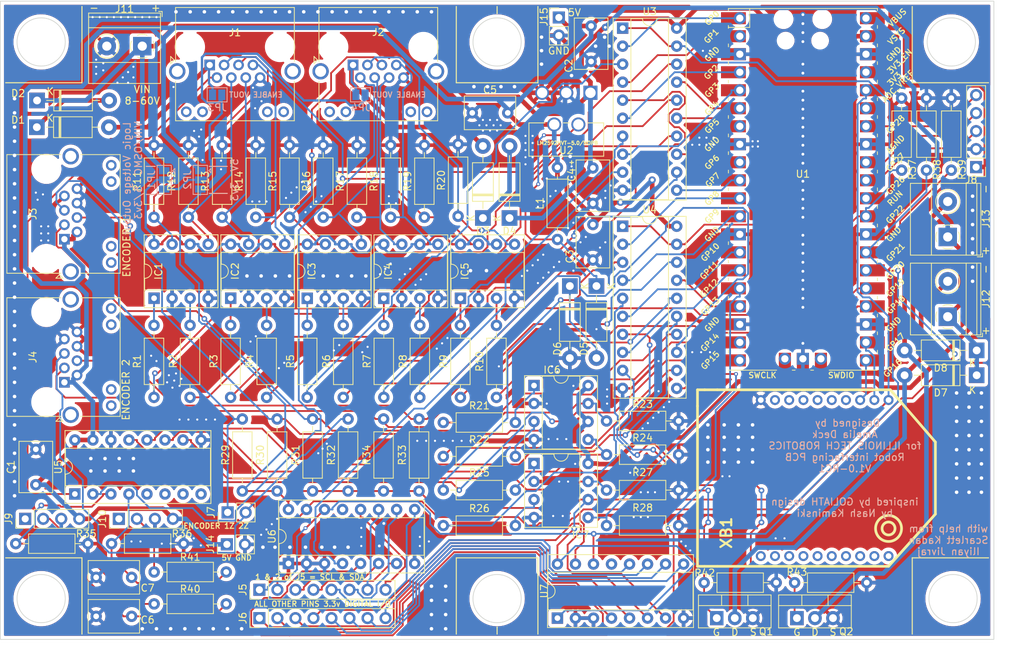
<source format=kicad_pcb>
(kicad_pcb (version 20211014) (generator pcbnew)
  (layers (0 "F.Cu" signal) (31 "B.Cu" signal) (34 "B.Paste" user) (35 "F.Paste" user) (36 "B.SilkS" user "B.Silkscreen") (37 "F.SilkS" user "F.Silkscreen") (38 "B.Mask" user) (39 "F.Mask" user) (44 "Edge.Cuts" user))
  (net 0 "")
  (net 1 "GND")
  (net 2 "Net-(IC2-Pad1)")
  (net 3 "Net-(IC2-Pad5)")
  (net 4 "Net-(IC2-Pad7)")
  (net 5 "Net-(IC3-Pad1)")
  (net 6 "Net-(IC3-Pad3)")
  (net 7 "Net-(IC3-Pad5)")
  (net 8 "Net-(IC3-Pad7)")
  (net 9 "Net-(IC4-Pad1)")
  (net 10 "Net-(IC4-Pad3)")
  (net 11 "Net-(IC4-Pad5)")
  (net 12 "Net-(IC4-Pad7)")
  (net 13 "Net-(IC5-Pad1)")
  (net 14 "Net-(IC5-Pad3)")
  (net 15 "Net-(R1-Pad1)")
  (net 16 "Net-(R2-Pad1)")
  (net 17 "Net-(R5-Pad1)")
  (net 18 "Net-(R6-Pad1)")
  (net 19 "Net-(R8-Pad1)")
  (net 20 "Net-(R7-Pad1)")
  (net 21 "Net-(IC2-Pad3)")
  (net 22 "Net-(IC5-Pad5)")
  (net 23 "Net-(IC6-Pad5)")
  (net 24 "Net-(IC6-Pad7)")
  (net 25 "Net-(IC7-Pad1)")
  (net 26 "Net-(IC7-Pad3)")
  (net 27 "Net-(J1-Pad2)")
  (net 28 "Net-(J2-Pad2)")
  (net 29 "Net-(IC7-Pad5)")
  (net 31 "Net-(D1-Pad1)")
  (net 34 "5V")
  (net 46 "3.3V")
  (net 47 "Net-(IC5-Pad7)")
  (net 48 "Net-(R3-Pad1)")
  (net 49 "Net-(R4-Pad1)")
  (net 50 "Net-(IC6-Pad3)")
  (net 51 "Net-(IC6-Pad1)")
  (net 52 "Net-(IC7-Pad7)")
  (net 53 "Net-(J3-Pad3)")
  (net 54 "Net-(J3-Pad5)")
  (net 55 "Net-(J4-Pad4)")
  (net 56 "Net-(J4-Pad5)")
  (net 57 "Net-(U1-Pad1)")
  (net 58 "Net-(U1-Pad2)")
  (net 59 "Net-(U1-Pad4)")
  (net 60 "Net-(U1-Pad5)")
  (net 61 "Net-(U1-Pad6)")
  (net 62 "Net-(U1-Pad7)")
  (net 63 "Net-(U1-Pad9)")
  (net 64 "Net-(U1-Pad10)")
  (net 65 "Net-(U1-Pad11)")
  (net 66 "Net-(U1-Pad12)")
  (net 67 "Net-(U1-Pad14)")
  (net 68 "Net-(D7-Pad2)")
  (net 69 "Net-(D8-Pad2)")
  (net 70 "Net-(R37-Pad2)")
  (net 71 "VIN")
  (net 72 "Net-(R9-Pad1)")
  (net 73 "Net-(R10-Pad1)")
  (net 74 "LGV")
  (net 75 "Net-(C6-Pad2)")
  (net 76 "Net-(C7-Pad2)")
  (net 77 "Net-(R21-Pad1)")
  (net 78 "Net-(R22-Pad1)")
  (net 79 "Net-(R25-Pad2)")
  (net 84 "Net-(R26-Pad1)")
  (net 89 "Net-(U1-Pad21)")
  (net 90 "Net-(U1-Pad22)")
  (net 91 "Net-(U4-Pad15)")
  (net 110 "Net-(D5-Pad1)")
  (net 111 "Net-(J3-Pad4)")
  (net 112 "Net-(J4-Pad3)")
  (net 113 "Net-(J5-Pad3)")
  (net 114 "Net-(J5-Pad4)")
  (net 115 "Net-(J5-Pad5)")
  (net 116 "Net-(J5-Pad6)")
  (net 117 "Net-(J5-Pad7)")
  (net 118 "Net-(J5-Pad8)")
  (net 119 "Net-(J6-Pad1)")
  (net 120 "Net-(J6-Pad2)")
  (net 121 "Net-(J6-Pad3)")
  (net 122 "Net-(J6-Pad4)")
  (net 123 "Net-(J6-Pad5)")
  (net 124 "Net-(J6-Pad6)")
  (net 125 "Net-(J6-Pad7)")
  (net 126 "Net-(J6-Pad8)")
  (net 127 "Net-(U1-Pad15)")
  (net 128 "Net-(J8-Pad3)")
  (net 129 "Net-(J8-Pad4)")
  (net 136 "Net-(U1-Pad17)")
  (net 137 "Net-(D5-Pad2)")
  (net 138 "Net-(J9-Pad2)")
  (net 139 "Net-(J10-Pad2)")
  (net 140 "Net-(R38-Pad1)")
  (net 141 "Net-(R39-Pad1)")
  (net 142 "Net-(D3-Pad1)")
  (net 143 "Net-(D1-Pad2)")
  (net 144 "Net-(D3-Pad2)")
  (net 145 "Net-(JP1-Pad3)")
  (net 146 "Net-(J8-Pad5)")
  (net 147 "Net-(U4-Pad11)")
  (net 148 "Net-(U4-Pad13)")
  (net 149 "Net-(R42-Pad1)")
  (net 150 "Net-(R43-Pad1)")
  (net 151 "Net-(R1-Pad2)")
  (net 152 "Net-(R2-Pad2)")
  (net 153 "Net-(J1-Pad4)")
  (net 154 "Net-(J1-Pad5)")
  (footprint "Diode_THT:D_DO-41_SOD81_P10.16mm_Horizontal" (layer "F.Cu") (at 40.67 61)
    (fp_text reference "D2")
    (fp_text value "1N5819")
  )
  (footprint "Package_DIP:DIP-8_W7.62mm_Socket" (layer "F.Cu") (at 100.34 88.9 90)
    (fp_text reference "IC5")
    (fp_text value "MCT9001SD")
  )
  (footprint "Resistor_THT:R_Axial_DIN0207_L6.3mm_D2.5mm_P10.16mm_Horizontal" (layer "F.Cu") (at 83.82 102.87 90)
    (fp_text reference "R6")
    (fp_text value "470")
  )
  (footprint "Package_DIP:DIP-16_W7.62mm_Socket" (layer "F.Cu") (at 114 134 90)
    (fp_text reference "U7")
    (fp_text value "PCF8574")
  )
  (footprint "Connector_PinHeader_2.54mm:PinHeader_1x02_P2.54mm_Vertical" (layer "F.Cu") (at 67.425 123.6 90)
    (fp_text reference "J14")
    (fp_text value "Conn_01x02_Male")
  )
  (footprint "Capacitor_THT:C_Rect_L7.0mm_W4.5mm_P5.00mm" (layer "F.Cu") (at 119 83.5 90)
    (fp_text reference "C3")
    (fp_text value "1uF")
  )
  (footprint "TerminalBlock_Phoenix:TerminalBlock_Phoenix_MKDS-1,5-2_1x02_P5.00mm_Horizontal" (layer "F.Cu") (at 169 91.5 90)
    (fp_text reference "J12")
    (fp_text value "Screw_Terminal_01x02")
  )
  (footprint "Resistor_THT:R_Axial_DIN0207_L6.3mm_D2.5mm_P10.16mm_Horizontal" (layer "F.Cu") (at 62 77.47 90)
    (fp_text reference "R12")
    (fp_text value "2k")
  )
  (footprint "Connector_RJ:RJ45_Amphenol_RJHSE538X" (layer "F.Cu") (at 44.525 100.747 90)
    (fp_text reference "J4")
    (fp_text value "RJ45_LED")
  )
  (footprint "Capacitor_THT:C_Rect_L7.0mm_W4.5mm_P5.00mm" (layer "F.Cu") (at 118.745 55.5 90)
    (fp_text reference "C2")
    (fp_text value "1uF")
  )
  (footprint "LM2592HVT:LM2592HVT-5.0&slash_NOPB" (layer "F.Cu") (at 111.8464 73.1011 180)
    (fp_text reference "U2")
    (fp_text value "LM2592HVT-5.0/NOPB")
  )
  (footprint "Connector_PinHeader_2.54mm:PinHeader_1x04_P2.54mm_Vertical" (layer "F.Cu") (at 39 120 90)
    (fp_text reference "J9")
    (fp_text value "Conn_01x04_Male")
  )
  (footprint "Resistor_THT:R_Axial_DIN0207_L6.3mm_D2.5mm_P10.16mm_Horizontal" (layer "F.Cu") (at 57.15 102.87 90)
    (fp_text reference "R1")
    (fp_text value "470")
  )
  (footprint "MCU_RaspberryPi_and_Boards:RPi_Pico_SMD_TH" (layer "F.Cu") (at 148.59 73.5297)
    (fp_text reference "U1")
    (fp_text value "Pico")
  )
  (footprint "Connector_PinHeader_2.54mm:PinHeader_1x02_P2.54mm_Vertical" (layer "F.Cu") (at 67.525 119.1 90)
    (fp_text reference "J7")
    (fp_text value "Conn_01x02_Male")
  )
  (footprint "Resistor_THT:R_Axial_DIN0207_L6.3mm_D2.5mm_P10.16mm_Horizontal" (layer "F.Cu") (at 89.535 102.87 90)
    (fp_text reference "R7")
    (fp_text value "470")
  )
  (footprint "Capacitor_THT:C_Rect_L7.0mm_W4.5mm_P5.00mm" (layer "F.Cu") (at 107 62.75 180)
    (fp_text reference "C5")
    (fp_text value "13uF")
  )
  (footprint "Resistor_THT:R_Axial_DIN0207_L6.3mm_D2.5mm_P10.16mm_Horizontal" (layer "F.Cu") (at 120.92 115.95)
    (fp_text reference "R27")
    (fp_text value "2k")
  )
  (footprint "Resistor_THT:R_Axial_DIN0207_L6.3mm_D2.5mm_P10.16mm_Horizontal" (layer "F.Cu") (at 89.5 116.08 90)
    (fp_text reference "R34")
    (fp_text value "10k")
  )
  (footprint "Connector_PinHeader_2.54mm:PinHeader_1x08_P2.54mm_Vertical" (layer "F.Cu") (at 72 130 90)
    (fp_text reference "J5")
    (fp_text value "Conn_01x08_Male")
  )
  (footprint "Resistor_THT:R_Axial_DIN0207_L6.3mm_D2.5mm_P10.16mm_Horizontal" (layer "F.Cu") (at 94.5 116.08 90)
    (fp_text reference "R33")
    (fp_text value "10k")
  )
  (footprint "Resistor_THT:R_Axial_DIN0207_L6.3mm_D2.5mm_P10.16mm_Horizontal" (layer "F.Cu") (at 84.5 116.08 90)
    (fp_text reference "R32")
    (fp_text value "10k")
  )
  (footprint "Resistor_THT:R_Axial_DIN0207_L6.3mm_D2.5mm_P10.16mm_Horizontal" (layer "F.Cu") (at 120.92 106.2)
    (fp_text reference "R23")
    (fp_text value "2k")
  )
  (footprint "Connector_RJ:RJ45_Amphenol_RJHSE538X" (layer "F.Cu") (at 65 56)
    (fp_text reference "J1")
    (fp_text value "RJ45_LED")
  )
  (footprint "Package_DIP:DIP-8_W7.62mm_Socket" (layer "F.Cu") (at 57.16 88.89 90)
    (fp_text reference "IC1")
    (fp_text value "MCT9001")
  )
  (footprint "Capacitor_THT:C_Rect_L7.0mm_W4.5mm_P5.00mm" (layer "F.Cu") (at 40.5 115.19 90)
    (fp_text reference "C1")
    (fp_text value "1uF")
  )
  (footprint "Connector_RJ:RJ45_Amphenol_RJHSE538X" (layer "F.Cu") (at 85.2 56)
    (fp_text reference "J2")
    (fp_text value "RJ45_LED")
  )
  (footprint "Resistor_THT:R_Axial_DIN0207_L6.3mm_D2.5mm_P10.16mm_Horizontal" (layer "F.Cu") (at 169.5 70.83 90)
    (fp_text reference "R39")
    (fp_text value "10k")
  )
  (footprint "Resistor_THT:R_Axial_DIN0207_L6.3mm_D2.5mm_P10.16mm_Horizontal" (layer "F.Cu") (at 162.5 60.67 -90)
    (fp_text reference "R37")
    (fp_text value "10k")
  )
  (footprint "Diode_THT:D_DO-41_SOD81_P10.16mm_Horizontal" (layer "F.Cu") (at 119.5 87.17 -90)
    (fp_text reference "D5")
    (fp_text value "1N5819")
  )
  (footprint "Resistor_THT:R_Axial_DIN0207_L6.3mm_D2.5mm_P10.16mm_Horizontal" (layer "F.Cu") (at 100.33 102.87 90)
    (fp_text reference "R9")
    (fp_text value "470")
  )
  (footprint "Resistor_THT:R_Axial_DIN0207_L6.3mm_D2.5mm_P10.16mm_Horizontal" (layer "F.Cu") (at 71.5 77.47 90)
    (fp_text reference "R14")
    (fp_text value "2k")
  )
  (footprint "Package_DIP:DIP-16_W7.62mm_Socket" (layer "F.Cu") (at 76.1 126.3 90)
    (fp_text reference "U6")
    (fp_text value "PCF8574")
  )
  (footprint "Resistor_THT:R_Axial_DIN0207_L6.3mm_D2.5mm_P10.16mm_Horizontal" (layer "F.Cu") (at 62.23 102.87 90)
    (fp_text reference "R2")
    (fp_text value "470")
  )
  (footprint "Resistor_THT:R_Axial_DIN0207_L6.3mm_D2.5mm_P10.16mm_Horizontal" (layer "F.Cu") (at 66.75 77.47 90)
    (fp_text reference "R13")
    (fp_text value "2k")
  )
  (footprint "Package_DIP:DIP-16_W7.62mm_Socket" (layer "F.Cu") (at 46 116.5 90)
    (fp_text reference "U5")
    (fp_text value "MCP3008")
  )
  (footprint "Resistor_THT:R_Axial_DIN0207_L6.3mm_D2.5mm_P10.16mm_Horizontal" (layer "F.Cu") (at 69.6 116.08 90)
    (fp_text reference "R29")
    (fp_text value "10k")
  )
  (footprint "Connector_PinHeader_2.54mm:PinHeader_1x02_P2.54mm_Vertical" (layer "F.Cu") (at 114.2 49.3)
    (fp_text reference "J15")
    (fp_text value "Conn_01x02_Male")
  )
  (footprint "Resistor_THT:R_Axial_DIN0207_L6.3mm_D2.5mm_P10.16mm_Horizontal" (layer "F.Cu") (at 51.17 123.5)
    (fp_text reference "R36")
    (fp_text value "10k")
  )
  (footprint "Package_TO_SOT_THT_AKL:TO-220-3_Vertical_GDS" (layer "F.Cu") (at 147.75 134)
    (fp_text reference "Q2")
    (fp_text value "STP2N80K5" hide)
  )
  (footprint "Resistor_THT:R_Axial_DIN0207_L6.3mm_D2.5mm_P10.16mm_Horizontal" (layer "F.Cu") (at 76.25 77.47 90)
    (fp_text reference "R15")
    (fp_text value "2k")
  )
  (footprint "Package_TO_SOT_THT_AKL:TO-220-3_Vertical_GDS" (layer "F.Cu") (at 136.45 134)
    (fp_text reference "Q1")
    (fp_text value "STP2N80K5" hide)
  )
  (footprint "Resistor_THT:R_Axial_DIN0207_L6.3mm_D2.5mm_P10.16mm_Horizontal" (layer "F.Cu") (at 90.5 77.47 90)
    (fp_text reference "R18")
    (fp_text value "2k")
  )
  (footprint "Package_DIP:DIP-20_W7.62mm_Socket" (layer "F.Cu") (at 123.19 50.8)
    (fp_text reference "U3")
    (fp_text value "74HCT244")
  )
  (footprint "TerminalBlock_Phoenix:TerminalBlock_Phoenix_MKDS-1,5-2_1x02_P5.00mm_Horizontal" (layer "F.Cu") (at 169 80.25 90)
    (fp_text reference "J13")
    (fp_text value "Screw_Terminal_01x02")
  )
  (footprint "Resistor_THT:R_Axial_DIN0207_L6.3mm_D2.5mm_P10.16mm_Horizontal" (layer "F.Cu") (at 57.15 77.47 90)
    (fp_text reference "R11")
    (fp_text value "2k")
  )
  (footprint "Resistor_THT:R_Axial_DIN0207_L6.3mm_D2.5mm_P10.16mm_Horizontal" (layer "F.Cu") (at 120.92 120.95)
    (fp_text reference "R28")
    (fp_text value "2k")
  )
  (footprint "Resistor_THT:R_Axial_DIN0207_L6.3mm_D2.5mm_P10.16mm_Horizontal" (layer "F.Cu") (at 73.025 102.87 90)
    (fp_text reference "R4")
    (fp_text value "470")
  )
  (footprint "Connector_RJ:RJ45_Amphenol_RJHSE538X" (layer "F.Cu") (at 44.525 80.56 90)
    (fp_text reference "J3")
    (fp_text value "RJ45_LED")
  )
  (footprint "Package_DIP:DIP-8_W7.62mm_Socket" (layer "F.Cu") (at 110.7 101.2)
    (fp_text reference "IC6")
    (fp_text value "MCT9001SD")
  )
  (footprint "Resistor_THT:R_Axial_DIN0207_L6.3mm_D2.5mm_P10.16mm_Horizontal" (layer "F.Cu") (at 105.41 102.87 90)
    (fp_text reference "R10")
    (fp_text value "470")
  )
  (footprint "Resistor_THT:R_Axial_DIN0207_L6.3mm_D2.5mm_P10.16mm_Horizontal" (layer "F.Cu") (at 166 70.83 90)
    (fp_text reference "R38")
    (fp_text value "10k")
  )
  (footprint "Resistor_THT:R_Axial_DIN0207_L6.3mm_D2.5mm_P10.16mm_Horizontal" (layer "F.Cu") (at 57.17 127.5)
    (fp_text reference "R41")
    (fp_text value "33k")
  )
  (footprint "Diode_THT:D_DO-41_SOD81_P10.16mm_Horizontal" (layer "F.Cu") (at 107.25 77.58 90)
    (fp_text reference "D4")
    (fp_text value "1N5819")
  )
  (footprint "Resistor_THT:R_Axial_DIN0207_L6.3mm_D2.5mm_P10.16mm_Horizontal" (layer "F.Cu") (at 95.25 77.47 90)
    (fp_text reference "R19")
    (fp_text value "2k")
  )
  (footprint "Package_DIP:DIP-8_W7.62mm_Socket" (layer "F.Cu") (at 67.955 88.89 90)
    (fp_text reference "IC2")
    (fp_text value "MCT9001SD")
  )
  (footprint "Connector_PinHeader_2.54mm:PinHeader_1x08_P2.54mm_Vertical" (layer "F.Cu") (at 72 134 90)
    (fp_text reference "J6")
    (fp_text value "Conn_01x08_Male")
  )
  (footprint "Capacitor_THT:C_Rect_L7.0mm_W4.5mm_P5.00mm" (layer "F.Cu") (at 119 70.519 -90)
    (fp_text reference "C4")
    (fp_text value "22uF")
  )
  (footprint "Inductor_THT:L_Axial_L6.6mm_D2.7mm_P10.16mm_Horizontal_Vishay_IM-2" (layer "F.Cu") (at 114 80.599 90)
    (fp_text reference "L1")
    (fp_text value "82uH")
  )
  (footprint "Package_DIP:DIP-8_W7.62mm_Socket" (layer "F.Cu") (at 89.535 88.9 90)
    (fp_text reference "IC4")
    (fp_text value "MCT9001SD")
  )
  (footprint "Diode_THT:D_DO-41_SOD81_P10.16mm_Horizontal" (layer "F.Cu") (at 173.08 99.75 180)
    (fp_text reference "D7")
    (fp_text value "1N5819")
  )
  (footprint "Resistor_THT:R_Axial_DIN0207_L6.3mm_D2.5mm_P10.16mm_Horizontal" (layer "F.Cu") (at 97.92 111.2)
    (fp_text reference "R22")
    (fp_text value "470")
  )
  (footprint "Resistor_THT:R_Axial_DIN0207_L6.3mm_D2.5mm_P10.16mm_Horizontal" (layer "F.Cu") (at 37.67 123.5)
    (fp_text reference "R35")
    (fp_text value "10k")
  )
  (footprint "Resistor_THT:R_Axial_DIN0207_L6.3mm_D2.5mm_P10.16mm_Horizontal" (layer "F.Cu") (at 79.5 116.08 90)
    (fp_text reference "R31")
    (fp_text value "10k")
  )
  (footprint "Resistor_THT:R_Axial_DIN0207_L6.3mm_D2.5mm_P10.16mm_Horizontal" (layer "F.Cu") (at 67.945 102.87 90)
    (fp_text reference "R3")
    (fp_text value "470")
  )
  (footprint "Connector_PinHeader_2.54mm:PinHeader_1x04_P2.54mm_Vertical" (layer "F.Cu") (at 52.2 120 90)
    (fp_text reference "J10")
    (fp_text value "Conn_01x04_Male")
  )
  (footprint "Diode_THT:D_DO-41_SOD81_P10.16mm_Horizontal" (layer "F.Cu") (at 173.08 96.25 180)
    (fp_text reference "D8")
    (fp_text value "1N5819")
  )
  (footprint "Resistor_THT:R_Axial_DIN0207_L6.3mm_D2.5mm_P10.16mm_Horizontal" (layer "F.Cu") (at 57.17 132)
    (fp_text reference "R40")
    (fp_text value "33k")
  )
  (footprint "Resistor_THT:R_Axial_DIN0207_L6.3mm_D2.5mm_P10.16mm_Horizontal" (layer "F.Cu") (at 108.08 115.95 180)
    (fp_text reference "R25")
    (fp_text value "470")
  )
  (footprint "Resistor_THT:R_Axial_DIN0207_L6.3mm_D2.5mm_P10.16mm_Horizontal" (layer "F.Cu") (at 97.92 106.42)
    (fp_text reference "R21")
    (fp_text value "470")
  )
  (footprint "Resistor_THT:R_Axial_DIN0207_L6.3mm_D2.5mm_P10.16mm_Horizontal" (layer "F.Cu") (at 74.5 116.08 90)
    (fp_text reference "R30")
    (fp_text value "10k")
  )
  (footprint "Resistor_THT:R_Axial_DIN0207_L6.3mm_D2.5mm_P10.16mm_Horizontal" (layer "F.Cu") (at 97.92 120.95)
    (fp_text reference "R26")
    (fp_text value "470")
  )
  (footprint "Resistor_THT:R_Axial_DIN0207_L6.3mm_D2.5mm_P10.16mm_Horizontal" (layer "F.Cu") (at 81 77.47 90)
    (fp_text reference "R16")
    (fp_text value "2k")
  )
  (footprint "Package_DIP:DIP-8_W7.62mm_Socket" (layer "F.Cu") (at 78.75 88.9 90)
    (fp_text reference "IC3")
    (fp_text value "MCT9001SD")
  )
  (footprint "Package_DIP:DIP-8_W7.62mm_Socket" (layer "F.Cu") (at 110.7 112.2)
    (fp_text reference "IC7")
    (fp_text value "MCT9001SD")
  )
  (footprint "Resistor_THT:R_Axial_DIN0207_L6.3mm_D2.5mm_P10.16mm_Horizontal" (layer "F.Cu") (at 78.74 102.87 90)
    (fp_text reference "R5")
    (fp_text value "470")
  )
  (footprint "TerminalBlock_Phoenix:TerminalBlock_Phoenix_MKDS-1,5-2_1x02_P5.00mm_Horizontal" (layer "F.Cu") (at 55.5 53.3415 180)
    (fp_text reference "J11")
    (fp_text value "Screw_Terminal_01x02")
  )
  (footprint "RF_and_other_modules:XBEE_PRO_PTH" (layer "F.Cu") (at 160.66 114.25 -90)
    (fp_text reference "XB1")
    (fp_text value "XBEE" hide)
  )
  (footprint "Resistor_THT:R_Axial_DIN0207_L6.3mm_D2.5mm_P10.16mm_Horizontal" (layer "F.Cu") (at 147.42 129)
    (fp_text reference "R43")
    (fp_text value "2k")
  )
  (footprint "Resistor_THT:R_Axial_DIN0207_L6.3mm_D2.5mm_P10.16mm_Horizontal" (layer "F.Cu") (at 85.75 77.47 90)
    (fp_text reference "R17")
    (fp_text value "2k")
  )
  (footprint "Diode_THT:D_DO-41_SOD81_P10.16mm_Horizontal" (layer "F.Cu") (at 103.5 77.58 90)
    (fp_text reference "D3")
    (fp_text value "1N5819")
  )
  (footprint "Resistor_THT:R_Axial_DIN0207_L6.3mm_D2.5mm_P10.16mm_Horizontal" (layer "F.Cu") (at 94.615 102.87 90)
    (fp_text reference "R8")
    (fp_text value "470")
  )
  (footprint "Resistor_THT:R_Axial_DIN0207_L6.3mm_D2.5mm_P10.16mm_Horizontal" (layer "F.Cu") (at 134.67 129)
    (fp_text reference "R42")
    (fp_text value "2k")
  )
  (footprint "Package_DIP:DIP-20_W7.62mm_Socket" (layer "F.Cu") (at 123.19 78.74)
    (fp_text reference "U4")
    (fp_text value "74HCT244")
  )
  (footprint "Resistor_THT:R_Axial_DIN0207_L6.3mm_D2.5mm_P10.16mm_Horizontal" (layer "F.Cu") (at 100 77.33 90)
    (fp_text reference "R20")
    (fp_text value "2k")
  )
  (footprint "Capacitor_THT:C_Rect_L7.0mm_W4.5mm_P5.00mm" (layer "F.Cu") (at 49 133.75)
    (fp_text reference "C6")
    (fp_text value "1uF")
  )
  (footprint "Diode_THT:D_DO-41_SOD81_P10.16mm_Horizontal" (layer "F.Cu") (at 115.75 87.17 -90)
    (fp_text reference "D6")
    (fp_text value "1N5819")
  )
  (footprint "Capacitor_THT:C_Rect_L7.0mm_W4.5mm_P5.00mm" (layer "F.Cu") (at 49 128.25)
    (fp_text reference "C7")
    (fp_text value "1uF")
  )
  (footprint "Resistor_THT:R_Axial_DIN0207_L6.3mm_D2.5mm_P10.16mm_Horizontal" (layer "F.Cu") (at 120.92 110.95)
    (fp_text reference "R24")
    (fp_text value "2k")
  )
  (footprint "Diode_THT:D_DO-41_SOD81_P10.16mm_Horizontal" (layer "F.Cu") (at 40.64 64.77)
    (fp_text reference "D1")
    (fp_text value "1N5819")
  )
  (footprint "Connector_PinHeader_2.54mm:PinHeader_1x05_P2.54mm_Vertical" (layer "F.Cu") (at 173 70.4 180)
    (fp_text reference "J8")
    (fp_text value "Conn_01x04_Male")
  )
  (footprint "Jumper:SolderJumper-2_P1.3mm_Open_Pad1.0x1.5mm" (layer "B.Cu") (at 66.05 60.2)
    (fp_text reference "JP3")
    (fp_text value "SolderJumper_2_Open")
  )
  (footprint "Jumper:SolderJumper-3_P1.3mm_Open_Pad1.0x1.5mm" (layer "B.Cu") (at 63.67 72.2 -90)
    (fp_text reference "JP2")
    (fp_text value "SolderJumper_3_Open")
  )
  (footprint "Jumper:SolderJumper-2_P1.3mm_Open_Pad1.0x1.5mm" (layer "B.Cu") (at 86.25 60.2)
    (fp_text reference "JP4")
    (fp_text value "SolderJumper_2_Open")
  )
  (footprint "Jumper:SolderJumper-3_P1.3mm_Open_Pad1.0x1.5mm" (layer "B.Cu") (at 58.59 72.2 -90)
    (fp_text reference "JP1")
    (fp_text value "SolderJumper_3_Bridged12")
  )
  (gr_line (start 56.05 70.295) (end 57.32 70.295) (layer "B.SilkS") (width 0.15))
  (gr_line (start 56.05 74.25) (end 57.32 74.25) (layer "B.SilkS") (width 0.15))
  (gr_line (start 67.48 74.105) (end 64.94 74.105) (layer "B.SilkS") (width 0.15))
  (gr_line (start 67.48 70.295) (end 64.94 70.295) (layer "B.SilkS") (width 0.15))
  (gr_line (start 47 58.5) (end 36.25 58.5) (layer "F.SilkS") (width 0.15))
  (gr_line (start 105.5 136.25) (end 105.5 135.25) (layer "F.SilkS") (width 0.15))
  (gr_line (start 115.75 69.75) (end 116.25 69.75) (layer "F.SilkS") (width 0.15))
  (gr_line (start 164 47.75) (end 164 58.5) (layer "F.SilkS") (width 0.15))
  (gr_line (start 57 48) (end 57.8 48) (layer "F.SilkS") (width 0.15))
  (gr_line (start 111.25 125.5) (end 99.75 125.5) (layer "F.SilkS") (width 0.15))
  (gr_line (start 174.8 93.5) (end 174 93.5) (layer "F.SilkS") (width 0.15))
  (gr_line (start 174.8 82.2) (end 174 82.2) (layer "F.SilkS") (width 0.15))
  (gr_line (start 57.4 47.6) (end 57.4 48.4) (layer "F.SilkS") (width 0.15))
  (gr_line (start 116 69.5) (end 116 70) (layer "F.SilkS") (width 0.15))
  (gr_line (start 164 125.5) (end 164 136.25) (layer "F.SilkS") (width 0.15))
  (gr_line (start 174.4 73.1) (end 174.4 73.9) (layer "F.SilkS") (width 0.15))
  (gr_line (start 174.4 84.4) (end 174.4 85.2) (layer "F.SilkS") (width 0.15))
  (gr_line (start 111.25 125.5) (end 111.25 136.25) (layer "F.SilkS") (width 0.15))
  (gr_line (start 105.5 47.75) (end 105.5 48.75) (layer "F.SilkS") (width 0.15))
  (gr_line (start 99.75 125.5) (end 99.75 136.25) (layer "F.SilkS") (width 0.15))
  (gr_line (start 174.4 93.1) (end 174.4 93.9) (layer "F.SilkS") (width 0.15))
  (gr_line (start 47 58.5) (end 47 47.75) (layer "F.SilkS") (width 0.15))
  (gr_line (start 99.75 58.5) (end 111.25 58.5) (layer "F.SilkS") (width 0.15))
  (gr_line (start 47 125.5) (end 47 136.25) (layer "F.SilkS") (width 0.15))
  (gr_line (start 47 125.5) (end 36.25 125.5) (layer "F.SilkS") (width 0.15))
  (gr_line (start 111.25 58.5) (end 111.25 47.75) (layer "F.SilkS") (width 0.15))
  (gr_line (start 174.75 125.5) (end 164 125.5) (layer "F.SilkS") (width 0.15))
  (gr_line (start 164 58.5) (end 174.75 58.5) (layer "F.SilkS") (width 0.15))
  (gr_line (start 99.75 58.5) (end 99.75 47.75) (layer "F.SilkS") (width 0.15))
  (gr_line (start 48.3 48) (end 49.1 48) (layer "F.SilkS") (width 0.15))
  (gr_line (start 174.4 81.8) (end 174.4 82.6) (layer "F.SilkS") (width 0.15))
  (gr_circle (center 41.25 131.25) (end 41.25 134.65) (layer "Edge.Cuts") (width 0.1) (fill none))
  (gr_circle (center 105.5 131.25) (end 105.5 134.65) (layer "Edge.Cuts") (width 0.1) (fill none))
  (gr_rect (start 35.5 47) (end 175.5 137) (layer "Edge.Cuts") (width 0.1) (fill none))
  (gr_circle (center 169.75 131.25) (end 169.75 134.65) (layer "Edge.Cuts") (width 0.1) (fill none))
  (gr_circle (center 105.5 52.75) (end 105.5 49.35) (layer "Edge.Cuts") (width 0.1) (fill none))
  (gr_circle (center 41.25 52.75) (end 41.25 49.35) (layer "Edge.Cuts") (width 0.1) (fill none))
  (gr_circle (center 169.5 52.75) (end 169.5 49.35) (layer "Edge.Cuts") (width 0.1) (fill none))
  (gr_text "with help from\nScarlett Kadan\nIliyan Jivraj" (at 169.1 123) (layer "B.SilkS") (effects (font (size 1 1)) (justify mirror)))
  (gr_text "inspired by GOLIATH design\nby Nash Kaminski" (at 154.5 118.4) (layer "B.SilkS") (effects (font (size 1 1)) (justify mirror)))
  (gr_text "5V  3v3" (at 68.5 72.2 90) (layer "B.SilkS") (effects (font (size 1 1)) (justify mirror)))
  (gr_text "Designed by \nAmelia Deck\nfor ILLINOIS TECH ROBOTICS\nRobot interfacing PCB\nV1.0-RC1" (at 154.5 109.7) (layer "B.SilkS") (effects (font (size 1 1)) (justify mirror)))
  (gr_text "ENABLE VOUT" (at 71.5 60.2) (layer "B.SilkS") (effects (font (size 0.75 0.75)) (justify mirror)))
  (gr_text "ENABLE VOUT" (at 91.7 60.2) (layer "B.SilkS") (effects (font (size 0.75 0.75)) (justify mirror)))
  (gr_text "Logic Voltage Output\nVIN/OSMC  5/3v3   " (at 54.145 72 90) (layer "B.SilkS") (effects (font (size 1 1)) (justify mirror)))
  (gr_text "5V GND" (at 68.8 125.5) (layer "F.SilkS") (effects (font (size 0.75 0.75))))
  (gr_text "GND" (at 114.2 54) (layer "F.SilkS") (effects (font (size 1 1))))
  (gr_text "ENCODER 2" (at 53.2 101.8 90) (layer "F.SilkS") (effects (font (size 1 1))))
  (gr_text "5V" (at 116.4 48.6) (layer "F.SilkS") (effects (font (size 1 1))))
  (gr_text "ENCODER 1Z 2Z" (at 65.9 121) (layer "F.SilkS") (effects (font (size 0.75 0.75))))
  (gr_text "VIN\n8-60V" (at 55.5 60.25) (layer "F.SilkS") (effects (font (size 1 1))))
  (gr_text "ENCODER 1" (at 53.3 81.6 90) (layer "F.SilkS") (effects (font (size 1 1))))
  (gr_text "1 & 2 of J5 = SCL & SDA" (at 79.1 128.2) (layer "F.SilkS") (effects (font (size 0.75 0.75))))
  (gr_text "ALL OTHER PINS 3.3v DIGITAL I/O" (at 80.9 132) (layer "F.SilkS") (effects (font (size 0.75 0.75))))
  (segment (start 115.25 58.2275) (end 115.25 59.9185) (width 0.65) (layer "F.Cu") (net 1))
  (segment (start 111.76 55.88) (end 111.76 56.4285) (width 0.65) (layer "F.Cu") (net 1))
  (segment (start 115.57 53.21) (end 114.2 51.84) (width 0.65) (layer "F.Cu") (net 1))
  (segment (start 115.98875 57.48875) (end 115.57 57.07) (width 0.65) (layer "F.Cu") (net 1))
  (segment (start 105.75 98.5) (end 111 93.25) (width 0.325) (layer "F.Cu") (net 1))
  (segment (start 111.99 51.84) (end 111.76 52.07) (width 0.65) (layer "F.Cu") (net 1))
  (segment (start 109.355 59.055) (end 107.95 59.055) (width 0.65) (layer "F.Cu") (net 1))
  (segment (start 124.4 101.6) (end 128.25 97.75) (width 0.325) (layer "F.Cu") (net 1))
  (segment (start 115.98875 57.48875) (end 115.25 58.2275) (width 0.65) (layer "F.Cu") (net 1))
  (segment (start 123.19 101.6) (end 124.4 101.6) (width 0.325) (layer "F.Cu") (net 1))
  (segment (start 111.76 59.8321) (end 111.8464 59.9185) (width 0.65) (layer "F.Cu") (net 1))
  (segment (start 117.675 74.194) (end 117.675 70.775) (width 0.65) (layer "F.Cu") (net 1))
  (segment (start 115.25 59.9185) (end 111.8464 59.9185) (width 0.65) (layer "F.Cu") (net 1))
  (segment (start 113 93.25) (end 119.5 93.25) (width 0.325) (layer "F.Cu") (net 1))
  (segment (start 111.8464 55.9664) (end 111.76 55.88) (width 0.65) (layer "F.Cu") (net 1))
  (segment (start 106.045 59.055) (end 104.14 59.055) (width 0.65) (layer "F.Cu") (net 1))
  (segment (start 111.76 53.975) (end 111.76 52.07) (width 0.65) (layer "F.Cu") (net 1))
  (segment (start 107.95 59.055) (end 106.045 59.055) (width 0.65) (layer "F.Cu") (net 1))
  (segment (start 111 93.25) (end 113 93.25) (width 0.325) (layer "F.Cu") (net 1))
  (segment (start 111.76 55.88) (end 111.76 53.975) (width 0.65) (layer "F.Cu") (net 1))
  (segment (start 114.2 51.84) (end 111.99 51.84) (width 0.65) (layer "F.Cu") (net 1))
  (segment (start 110.2185 59.9185) (end 109.355 59.055) (width 0.65) (layer "F.Cu") (net 1))
  (segment (start 104.14 59.055) (end 102.235 59.055) (width 0.65) (layer "F.Cu") (net 1))
  (segment (start 111.76 56.4285) (end 115.25 59.9185) (width 0.65) (layer "F.Cu") (net 1))
  (segment (start 117.675 70.775) (end 115.8 68.9) (width 0.65) (layer "F.Cu") (net 1))
  (segment (start 111.76 55.88) (end 111.76 59.8321) (width 0.65) (layer "F.Cu") (net 1))
  (segment (start 111.8464 59.9185) (end 110.2185 59.9185) (width 0.65) (layer "F.Cu") (net 1))
  (segment (start 115.57 57.07) (end 115.57 53.21) (width 0.65) (layer "F.Cu") (net 1))
  (segment (start 119 75.519) (end 117.675 74.194) (width 0.65) (layer "F.Cu") (net 1))
  (via (at 132.08 123.825) (size 0.56) (drill 0.3) (layers "F.Cu" "B.Cu") (net 1))
  (via (at 59.25 99.75) (size 0.56) (drill 0.3) (layers "F.Cu" "B.Cu") (net 1))
  (via (at 170.25 116.25) (size 1) (drill 0.5) (layers "F.Cu" "B.Cu") (net 1))
  (via (at 98 109) (size 0.56) (drill 0.3) (layers "F.Cu" "B.Cu") (net 1))
  (via (at 86.36 121.285) (size 0.56) (drill 0.3) (layers "F.Cu" "B.Cu") (net 1))
  (via (at 64.5 106) (size 0.56) (drill 0.3) (layers "F.Cu" "B.Cu") (net 1))
  (via (at 132.715 124.46) (size 0.56) (drill 0.3) (layers "F.Cu" "B.Cu") (net 1))
  (via (at 112.5 103.75) (size 0.56) (drill 0.3) (layers "F.Cu" "B.Cu") (net 1))
  (via (at 48.25 113.25) (size 1) (drill 0.5) (layers "F.Cu" "B.Cu") (net 1))
  (via (at 82.25 48.5) (size 1) (drill 0.5) (layers "F.Cu" "B.Cu") (net 1))
  (via (at 119.5 93.25) (size 0.56) (drill 0.3) (layers "F.Cu" "B.Cu") (net 1))
  (via (at 113.5 84.5) (size 0.56) (drill 0.3) (layers "F.Cu" "B.Cu") (net 1))
  (via (at 135.2 108.5) (size 1) (drill 0.5) (layers "F.Cu" "B.Cu") (net 1))
  (via (at 101.75 85) (size 1) (drill 0.5) (layers "F.Cu" "B.Cu") (net 1))
  (via (at 116.25 78.25) (size 0.56) (drill 0.3) (layers "F.Cu" "B.Cu") (net 1))
  (via (at 120.75 81) (size 0.56) (drill 0.3) (layers "F.Cu" "B.Cu") (net 1))
  (via (at 94.25 109) (size 0.56) (drill 0.3) (layers "F.Cu" "B.Cu") (net 1))
  (via (at 104 85) (size 1) (drill 0.5) (layers "F.Cu" "B.Cu") (net 1))
  (via (at 128.25 105) (size 0.56) (drill 0.3) (layers "F.Cu" "B.Cu") (net 1))
  (via (at 72 75.25) (size 0.56) (drill 0.3) (layers "F.Cu" "B.Cu") (net 1))
  (via (at 148.59 50.165) (size 0.8) (drill 0.4) (layers "F.Cu" "B.Cu") (net 1))
  (via (at 148.59 77.47) (size 0.8) (drill 0.4) (layers "F.Cu" "B.Cu") (net 1))
  (via (at 170.25 114.25) (size 1) (drill 0.5) (layers "F.Cu" "B.Cu") (net 1))
  (via (at 172 104.25) (size 1) (drill 0.5) (layers "F.Cu" "B.Cu") (net 1))
  (via (at 117.25 81) (size 0.56) (drill 0.3) (layers "F.Cu" "B.Cu") (net 1))
  (via (at 137.25 114) (size 0.56) (drill 0.3) (layers "F.Cu" "B.Cu") (net 1))
  (via (at 52.25 111.5) (size 1) (drill 0.5) (layers "F.Cu" "B.Cu") (net 1))
  (via (at 41.25 78.75) (size 0.56) (drill 0.3) (layers "F.Cu" "B.Cu") (net 1))
  (via (at 107.95 59.055) (size 1) (drill 0.5) (layers "F.Cu" "B.Cu") (net 1))
  (via (at 71.4 62.1) (size 0.56) (drill 0.3) (layers "F.Cu" "B.Cu") (net 1))
  (via (at 67.5 135.5) (size 1) (drill 0.5) (layers "F.Cu" "B.Cu") (net 1))
  (via (at 148.59 69.85) (size 0.8) (drill 0.4) (layers "F.Cu" "B.Cu") (net 1))
  (via (at 121.285 53.34) (size 1) (drill 0.5) (layers "F.Cu" "B.Cu") (net 1))
  (via (at 54.25 111.5) (size 1) (drill 0.5) (layers "F.Cu" "B.Cu") (net 1))
  (via (at 94.75 86.25) (size 0.56) (drill 0.3) (layers "F.Cu" "B.Cu") (net 1))
  (via (at 135 54.75) (size 0.56) (drill 0.3) (layers "F.Cu" "B.Cu") (net 1))
  (via (at 37.5 92.75) (size 1) (drill 0.5) (layers "F.Cu" "B.Cu") (net 1))
  (via (at 148.59 66.04) (size 0.8) (drill 0.4) (layers "F.Cu" "B.Cu") (net 1))
  (via (at 101.75 109) (size 0.56) (drill 0.3) (layers "F.Cu" "B.Cu") (net 1))
  (via (at 138.25 114) (size 0.56) (drill 0.3) (layers "F.Cu" "B.Cu") (net 1))
  (via (at 76.3 124) (size 1) (drill 0.5) (layers "F.Cu" "B.Cu") (net 1))
  (via (at 42.25 78.75) (size 0.56) (drill 0.3) (layers "F.Cu" "B.Cu") (net 1))
  (via (at 73.75 120.75) (size 0.56) (drill 0.3) (layers "F.Cu" "B.Cu") (net 1))
  (via (at 54.25 56.25) (size 0.56) (drill 0.3) (layers "F.Cu" "B.Cu") (net 1))
  (via (at 78 72.5) (size 0.56) (drill 0.3) (layers "F.Cu" "B.Cu") (net 1))
  (via (at 71 75.25) (size 0.56) (drill 0.3) (layers "F.Cu" "B.Cu") (net 1))
  (via (at 109.5 68) (size 0.56) (drill 0.3) (layers "F.Cu" "B.Cu") (net 1))
  (via (at 136 67.25) (size 0.56) (drill 0.3) (layers "F.Cu" "B.Cu") (net 1))
  (via (at 73 75.25) (size 0.56) (drill 0.3) (layers "F.Cu" "B.Cu") (net 1))
  (via (at 97 96) (size 0.56) (drill 0.3) (layers "F.Cu" "B.Cu") (net 1))
  (via (at 77.25 73.25) (size 0.56) (drill 0.3) (layers "F.Cu" "B.Cu") (net 1))
  (via (at 96.25 129.5) (size 1) (drill 0.5) (layers "F.Cu" "B.Cu") (net 1))
  (via (at 148.59 86.36) (size 0.8) (drill 0.4) (layers "F.Cu" "B.Cu") (net 1))
  (via (at 64 69.4) (size 0.56) (drill 0.3) (layers "F.Cu" "B.Cu") (net 1))
  (via (at 72.25 122.25) (size 0.56) (drill 0.3) (layers "F.Cu" "B.Cu") (net 1))
  (via (at 37.5 108.75) (size 1) (drill 0.5) (layers "F.Cu" "B.Cu") (net 1))
  (via (at 109.5 67) (size 0.56) (drill 0.3) (layers "F.Cu" "B.Cu") (net 1))
  (via (at 148.59 68.58) (size 0.8) (drill 0.4) (layers "F.Cu" "B.Cu") (net 1))
  (via (at 120.75 73.75) (size 0.56) (drill 0.3) (layers "F.Cu" "B.Cu") (net 1))
  (via (at 118 80.25) (size 0.56) (drill 0.3) (layers "F.Cu" "B.Cu") (net 1))
  (via (at 170.25 112.25) (size 1) (drill 0.5) (layers "F.Cu" "B.Cu") (net 1))
  (via (at 172 102.25) (size 1) (drill 0.5) (layers "F.Cu" "B.Cu") (net 1))
  (via (at 142.25 66.75) (size 0.56) (drill 0.3) (layers "F.Cu" "B.Cu") (net 1))
  (via (at 100.5 109) (size 0.56) (drill 0.3) (layers "F.Cu" "B.Cu") (net 1))
  (via (at 109 85.75) (size 0.56) (drill 0.3) (layers "F.Cu" "B.Cu") (net 1))
  (via (at 89.535 120.65) (size 0.8) (drill 0.4) (layers "F.Cu" "B.Cu") (net 1))
  (via (at 125.75 116.25) (size 0.56) (drill 0.3) (layers "F.Cu" "B.Cu") (net 1))
  (via (at 80 75.25) (size 0.56) (drill 0.3) (layers "F.Cu" "B.Cu") (net 1))
  (via (at 121 101.75) (size 0.56) (drill 0.3) (layers "F.Cu" "B.Cu") (net 1))
  (via (at 85 85.75) (size 1) (drill 0.5) (layers "F.Cu" "B.Cu") (net 1))
  (via (at 52.75 57.75) (size 0.56) (drill 0.3) (layers "F.Cu" "B.Cu") (net 1))
  (via (at 63.5 135.5) (size 1) (drill 0.5) (layers "F.Cu" "B.Cu") (net 1))
  (via (at 90.25 75.5) (size 0.56) (drill 0.3) (layers "F.Cu" "B.Cu") (net 1))
  (via (at 53.975 123.19) (size 0.56) (drill 0.3) (layers "F.Cu" "B.Cu") (net 1))
  (via (at 105.5 63.75) (size 0.56) (drill 0.3) (layers "F.Cu" "B.Cu") (net 1))
  (via (at 141.5 108.5) (size 1) (drill 0.5) (layers "F.Cu" "B.Cu") (net 1))
  (via (at 172 116.25) (size 1) (drill 0.5) (layers "F.Cu" "B.Cu") (net 1))
  (via (at 71.5 94.25) (size 0.56) (drill 0.3) (layers "F.Cu" "B.Cu") (net 1))
  (via (at 37.5 86.75) (size 1) (drill 0.5) (layers "F.Cu" "B.Cu") (net 1))
  (via (at 93.25 84.75) (size 0.56) (drill 0.3) (layers "F.Cu" "B.Cu") (net 1))
  (via (at 50.25 111.5) (size 1) (drill 0.5) (layers "F.Cu" "B.Cu") (net 1))
  (via (at 74.5 120) (size 0.56) (drill 0.3) (layers "F.Cu" "B.Cu") (net 1))
  (via (at 37.5 70.75) (size 1) (drill 0.5) (layers "F.Cu" "B.Cu") (net 1))
  (via (at 112 86) (size 0.56) (drill 0.3) (layers "F.Cu" "B.Cu") (net 1))
  (via (at 55.245 123.19) (size 0.56) (drill 0.3) (layers "F.Cu" "B.Cu") (net 1))
  (via (at 125.75 119.75) (size 0.56) (drill 0.3) (layers "F.Cu" "B.Cu") (net 1))
  (via (at 98.5 94.5) (size 0.56) (drill 0.3) (layers "F.Cu" "B.Cu") (net 1))
  (via (at 110.5 68) (size 0.56) (drill 0.3) (layers "F.Cu" "B.Cu") (net 1))
  (via (at 103.5 65.25) (size 0.56) (drill 0.3) (layers "F.Cu" "B.Cu") (net 1))
  (via (at 42.25 80.75) (size 0.56) (drill 0.3) (layers "F.Cu" "B.Cu") (net 1))
  (via (at 111.76 55.88) (size 1) (drill 0.5) (layers "F.Cu" "B.Cu") (net 1))
  (via (at 96.75 109) (size 0.56) (drill 0.3) (layers "F.Cu" "B.Cu") (net 1))
  (via (at 173.75 112.25) (size 1) (drill 0.5) (layers "F.Cu" "B.Cu") (net 1))
  (via (at 90.25 74.5) (size 0.56) (drill 0.3) (layers "F.Cu" "B.Cu") (net 1))
  (via (at 50 56.75) (size 0.56) (drill 0.3) (layers "F.Cu" "B.Cu") (net 1))
  (via (at 124.25 113.5) (size 0.56) (drill 0.3) (layers "F.Cu" "B.Cu") (net 1))
  (via (at 148.59 63.5) (size 0.8) (drill 0.4) (layers "F.Cu" "B.Cu") (net 1))
  (via (at 76.5 74) (size 0.56) (drill 0.3) (layers "F.Cu" "B.Cu") (net 1))
  (via (at 70.75 95) (size 0.56) (drill 0.3) (layers "F.Cu" "B.Cu") (net 1))
  (via (at 83 85.75) (size 1) (drill 0.5) (layers "F.Cu" "B.Cu") (net 1))
  (via (at 37.5 68.75) (size 1) (drill 0.5) (layers "F.Cu" "B.Cu") (net 1))
  (via (at 50.5 49.25) (size 0.56) (drill 0.3) (layers "F.Cu" "B.Cu") (net 1))
  (via (at 134 66.25) (size 0.56) (drill 0.3) (layers "F.Cu" "B.Cu") (net 1))
  (via (at 135.2 112) (size 1) (drill 0.5) (layers "F.Cu" "B.Cu") (net 1))
  (via (at 63.75 123.75) (size 0.56) (drill 0.3) (layers "F.Cu" "B.Cu") (net 1))
  (via (at 110.5 84.25) (size 0.56) (drill 0.3) (layers "F.Cu" "B.Cu") (net 1))
  (via (at 148.59 87.63) (size 0.8) (drill 0.4) (layers "F.Cu" "B.Cu") (net 1))
  (via (at 172.5 80.5) (size 1) (drill 0.5) (layers "F.Cu" "B.Cu") (net 1))
  (via (at 87.25 95.75) (size 0.56) (drill 0.3) (layers "F.Cu" "B.Cu") (net 1))
  (via (at 55.5 135.5) (size 1) (drill 0.5) (layers "F.Cu" "B.Cu") (net 1))
  (via (at 37.5 60.75) (size 1) (drill 0.5) (layers "F.Cu" "B.Cu") (net 1))
  (via (at 59.5 135.5) (size 1) (drill 0.5) (layers "F.Cu" "B.Cu") (net 1))
  (via (at 139.5 112) (size 1) (drill 0.5) (layers "F.Cu" "B.Cu") (net 1))
  (via (at 141.5 112) (size 1) (drill 0.5) (layers "F.Cu" "B.Cu") (net 1))
  (via (at 50 55.75) (size 0.56) (drill 0.3) (layers "F.Cu" "B.Cu") (net 1))
  (via (at 41.25 79.75) (size 0.56) (drill 0.3) (layers "F.Cu" "B.Cu") (net 1))
  (via (at 37.5 90.75) (size 1) (drill 0.5) (layers "F.Cu" "B.Cu") (net 1))
  (via (at 148.59 73.66) (size 0.8) (drill 0.4) (layers "F.Cu" "B.Cu") (net 1))
  (via (at 88.25 48.5) (size 1) (drill 0.5) (layers "F.Cu" "B.Cu") (net 1))
  (via (at 126.75 116.25) (size 0.56) (drill 0.3) (layers "F.Cu" "B.Cu") (net 1))
  (via (at 82.5 96.25) (size 0.56) (drill 0.3) (layers "F.Cu" "B.Cu") (net 1))
  (via (at 63.8 65.1) (size 0.56) (drill 0.3) (layers "F.Cu" "B.Cu") (net 1))
  (via (at 57.5 97.75) (size 0.56) (drill 0.3) (layers "F.Cu" "B.Cu") (net 1))
  (via (at 133 96.5) (size 0.56) (drill 0.3) (layers "F.Cu" "B.Cu") (net 1))
  (via (at 60.25 99.5) (size 0.56) (drill 0.3) (layers "F.Cu" "B.Cu") (net 1))
  (via (at 106 64.5) (size 0.56) (drill 0.3) (layers "F.Cu" "B.Cu") (net 1))
  (via (at 114.75 119.6) (size 0.56) (drill 0.3) (layers "F.Cu" "B.Cu") (net 1))
  (via (at 66.25 48.5) (size 1) (drill 0.5) (layers "F.Cu" "B.Cu") (net 1))
  (via (at 105.5 65.25) (size 0.56) (drill 0.3) (layers "F.Cu" "B.Cu") (net 1))
  (via (at 92.25 48.5) (size 1) (drill 0.5) (layers "F.Cu" "B.Cu") (net 1))
  (via (at 135.5 54) (size 0.56) (drill 0.3) (layers "F.Cu" "B.Cu") (net 1))
  (via (at 104.5 65.25) (size 0.56) (drill 0.3) (layers "F.Cu" "B.Cu") (net 1))
  (via (at 111.25 76) (size 0.56) (drill 0.3) (layers "F.Cu" "B.Cu") (net 1))
  (via (at 133 67.25) (size 0.56) (drill 0.3) (layers "F.Cu" "B.Cu") (net 1))
  (via (at 37.5 88.75) (size 1) (drill 0.5) (layers "F.Cu" "B.Cu") (net 1))
  (via (at 37.5 98.75) (size 1) (drill 0.5) (layers "F.Cu" "B.Cu") (net 1))
  (via (at 112.5 72) (size 0.56) (drill 0.3) (layers "F.Cu" "B.Cu") (net 1))
  (via (at 135 67.25) (size 0.56) (drill 0.3) (layers "F.Cu" "B.Cu") (net 1))
  (via (at 37.5 100.75) (size 1) (drill 0.5) (layers "F.Cu" "B.Cu") (net 1))
  (via (at 80.25 48.5) (size 1) (drill 0.5) (layers "F.Cu" "B.Cu") (net 1))
  (via (at 139.5 110.25) (size 1) (drill 0.5) (layers "F.Cu" "B.Cu") (net 1))
  (via (at 40.75 75) (size 0.56) (drill 0.3) (layers "F.Cu" "B.Cu") (net 1))
  (via (at 86.36 122.555) (size 0.56) (drill 0.3) (layers "F.Cu" "B.Cu") (net 1))
  (via (at 37.5 84.75) (size 1) (drill 0.5) (layers "F.Cu" "B.Cu") (net 1))
  (via (at 78.25 48.5) (size 1) (drill 0.5) (layers "F.Cu" "B.Cu") (net 1))
  (via (at 134.5 54) (size 0.56) (drill 0.3) (layers "F.Cu" "B.Cu") (net 1))
  (via (at 75.5 98) (size 0.56) (drill 0.3) (layers "F.Cu" "B.Cu") (net 1))
  (via (at 135.5 96.5) (size 0.56) (drill 0.3) (layers "F.Cu" "B.Cu") (net 1))
  (via (at 56.75 97) (size 0.56) (drill 0.3) (layers "F.Cu" "B.Cu") (net 1))
  (via (at 59 100.75) (size 0.56) (drill 0.3) (layers "F.Cu" "B.Cu") (net 1))
  (via (at 148.59 60.96) (size 0.8) (drill 0.4) (layers "F.Cu" "B.Cu") (net 1))
  (via (at 62.25 48.5) (size 1) (drill 0.5) (layers "F.Cu" "B.Cu") (net 1))
  (via (at 37.5 66.75) (size 1) (drill 0.5) (layers "F.Cu" "B.Cu") (net 1))
  (via (at 170.25 106.25) (size 1) (drill 0.5) (layers "F.Cu" "B.Cu") (net 1))
  (via (at 84.25 48.5) (size 1) (drill 0.5) (layers "F.Cu" "B.Cu") (net 1))
  (via (at 112 82.75) (size 0.56) (drill 0.3) (layers "F.Cu" "B.Cu") (net 1))
  (via (at 112.094 75.250216) (size 0.56) (drill 0.3) (layers "F.Cu" "B.Cu") (net 1))
  (via (at 60.75 106) (size 0.56) (drill 0.3) (layers "F.Cu" "B.Cu") (net 1))
  (via (at 59.75 101.5) (size 0.56) (drill 0.3) (layers "F.Cu" "B.Cu") (net 1))
  (via (at 90.25 48.5) (size 1) (drill 0.5) (layers "F.Cu" "B.Cu") (net 1))
  (via (at 86.25 48.5) (size 1) (drill 0.5) (layers "F.Cu" "B.Cu") (net 1))
  (via (at 60 100.5) (size 0.56) (drill 0.3) (layers "F.Cu" "B.Cu") (net 1))
  (via (at 148.59 85.09) (size 0.8) (drill 0.4) (layers "F.Cu" "B.Cu") (net 1))
  (via (at 103.5 63.75) (size 0.56) (drill 0.3) (layers "F.Cu" "B.Cu") (net 1))
  (via (at 124.75 119.75) (size 0.56) (drill 0.3) (layers "F.Cu" "B.Cu") (net 1))
  (via (at 148.59 95.25) (size 0.8) (drill 0.4) (layers "F.Cu" "B.Cu") (net 1))
  (via (at 95.5 85.5) (size 0.56) (drill 0.3) (layers "F.Cu" "B.Cu") (net 1))
  (via (at 63.25 106) (size 0.56) (drill 0.3) (layers "F.Cu" "B.Cu") (net 1))
  (via (at 172.5 74.5) (size 1) (drill 0.5) (layers "F.Cu" "B.Cu") (net 1))
  (via (at 148.59 74.93) (size 0.8) (drill 0.4) (layers "F.Cu" "B.Cu") (net 1))
  (via (at 137.5 108.5) (size 1) (drill 0.5) (layers "F.Cu" "B.Cu") (net 1))
  (via (at 173.75 108.25) (size 1) (drill 0.5) (layers "F.Cu" "B.Cu") (net 1))
  (via (at 68.25 48.5) (size 1) (drill 0.5) (layers "F.Cu" "B.Cu") (net 1))
  (via (at 37.5 110.75) (size 1) (drill 0.5) (layers "F.Cu" "B.Cu") (net 1))
  (via (at 66.6 69.5) (size 0.56) (drill 0.3) (layers "F.Cu" "B.Cu") (net 1))
  (via (at 51.5 49.25) (size 0.56) (drill 0.3) (layers "F.Cu" "B.Cu") (net 1))
  (via (at 98.25 129.5) (size 1) (drill 0.5) (layers "F.Cu" "B.Cu") (net 1))
  (via (at 72.5 124) (size 1) (drill 0.5) (layers "F.Cu" "B.Cu") (net 1))
  (via (at 111.25 83.5) (size 0.56) (drill 0.3) (layers "F.Cu" "B.Cu") (net 1))
  (via (at 137.5 106.75) (size 1) (drill 0.5) (layers "F.Cu" "B.Cu") (net 1))
  (via (at 96.25 48.5) (size 1) (drill 0.5) (layers "F.Cu" "B.Cu") (net 1))
  (via (at 54.25 57.75) (size 0.56) (drill 0.3) (layers "F.Cu" "B.Cu") (net 1))
  (via (at 136 66.25) (size 0.56) (drill 0.3) (layers "F.Cu" "B.Cu") (net 1))
  (via (at 139.5 108.5) (size 1) (drill 0.5) (layers "F.Cu" "B.Cu") (net 1))
  (via (at 148.59 52.705) (size 0.8) (drill 0.4) (layers "F.Cu" "B.Cu") (net 1))
  (via (at 128.25 102) (size 0.56) (drill 0.3) (layers "F.Cu" "B.Cu") (net 1))
  (via (at 74.75 98.75) (size 0.56) (drill 0.3) (layers "F.Cu" "B.Cu") (net 1))
  (via (at 74.25 85.75) (size 1) (drill 0.5) (layers "F.Cu" "B.Cu") (net 1))
  (via (at 40.5 74) (size 0.56) (drill 0.3) (layers "F.Cu" "B.Cu") (net 1))
  (via (at 114 108.75) (size 0.56) (drill 0.3) (layers "F.Cu" "B.Cu") (net 1))
  (via (at 83.25 95.5) (size 0.56) (drill 0.3) (layers "F.Cu" "B.Cu") (net 1))
  (via (at 173.75 104.25) (size 1) (drill 0.5) (layers "F.Cu" "B.Cu") (net 1))
  (via (at 62.8 65.3) (size 0.56) (drill 0.3) (layers "F.Cu" "B.Cu") (net 1))
  (via (at 126.75 106.5) (size 0.56) (drill 0.3) (layers "F.Cu" "B.Cu") (net 1))
  (via (at 116.25 101.25) (size 0.56) (drill 0.3) (layers "F.Cu" "B.Cu") (net 1))
  (via (at 65.75 106) (size 0.56) (drill 0.3) (layers "F.Cu" "B.Cu") (net 1))
  (via (at 80.8 124) (size 1) (drill 0.5) (layers "F.Cu" "B.Cu") (net 1))
  (via (at 144.75 122.75) (size 0.56) (drill 0.3) (layers "F.Cu" "B.Cu") (net 1))
  (via (at 60.75 101.25) (size 0.56) (drill 0.3) (layers "F.Cu" "B.Cu") (net 1))
  (via (at 62.75 122.75) (size 0.56) (drill 0.3) (layers "F.Cu" "B.Cu") (net 1))
  (via (at 148.59 51.435) (size 0.8) (drill 0.4) (layers "F.Cu" "B.Cu") (net 1))
  (via (at 37.5 112.75) (size 1) (drill 0.5) (layers "F.Cu" "B.Cu") (net 1))
  (via (at 104 64.5) (size 0.56) (drill 0.3) (layers "F.Cu" "B.Cu") (net 1))
  (via (at 97.75 95.25) (size 0.56) (drill 0.3) (layers "F.Cu" "B.Cu") (net 1))
  (via (at 110.5 69) (size 0.56) (drill 0.3) (layers "F.Cu" "B.Cu") (net 1))
  (via (at 116 71.8) (size 0.56) (drill 0.3) (layers "F.Cu" "B.Cu") (net 1))
  (via (at 148.59 67.31) (size 0.8) (drill 0.4) (layers "F.Cu" "B.Cu") (net 1))
  (via (at 37.5 106.75) (size 1) (drill 0.5) (layers "F.Cu" "B.Cu") (net 1))
  (via (at 113.4 119.6) (size 0.56) (drill 0.3) (layers "F.Cu" "B.Cu") (net 1))
  (via (at 59.9 59.1) (size 0.56) (drill 0.3) (layers "F.Cu" "B.Cu") (net 1))
  (via (at 42.25 79.75) (size 0.56) (drill 0.3) (layers "F.Cu" "B.Cu") (net 1))
  (via (at 137.5 110.25) (size 1) (drill 0.5) (layers "F.Cu" "B.Cu") (net 1))
  (via (at 62 106) (size 0.56) (drill 0.3) (layers "F.Cu" "B.Cu") (net 1))
  (via (at 104.14 59.055) (size 1) (drill 0.5) (layers "F.Cu" "B.Cu") (net 1))
  (via (at 125 112.75) (size 0.56) (drill 0.3) (layers "F.Cu" "B.Cu") (net 1))
  (via (at 94 87) (size 0.56) (drill 0.3) (layers "F.Cu" "B.Cu") (net 1))
  (via (at 148.59 80.01) (size 0.8) (drill 0.4) (layers "F.Cu" "B.Cu") (net 1))
  (via (at 117 77.5) (size 0.56) (drill 0.3) (layers "F.Cu" "B.Cu") (net 1))
  (via (at 115.5 114.75) (size 0.56) (drill 0.3) (layers "F.Cu" "B.Cu") (net 1))
  (via (at 115.98875 57.48875) (size 1) (drill 0.5) (layers "F.Cu" "B.Cu") (net 1))
  (via (at 86.5 96.5) (size 0.56) (drill 0.3) (layers "F.Cu" "B.Cu") (net 1))
  (via (at 173.75 102.25) (size 1) (drill 0.5) (layers "F.Cu" "B.Cu") (net 1))
  (via (at 141.5 106.75) (size 1) (drill 0.5) (layers "F.Cu" "B.Cu") (net 1))
  (via (at 172.5 78.5) (size 1) (drill 0.5) (layers "F.Cu" "B.Cu") (net 1))
  (via (at 70.25 85.75) (size 1) (drill 0.5) (layers "F.Cu" "B.Cu") (net 1))
  (via (at 114.25 114.75) (size 0.56) (drill 0.3) (layers "F.Cu" "B.Cu") (net 1))
  (via (at 134 67.25) (size 0.56) (drill 0.3) (layers "F.Cu" "B.Cu") (net 1))
  (via (at 141.5 66.75) (size 0.56) (drill 0.3) (layers "F.Cu" "B.Cu") (net 1))
  (via (at 126 107.25) (size 0.56) (drill 0.3) (layers "F.Cu" "B.Cu") (net 1))
  (via (at 148.59 81.28) (size 0.8) (drill 0.4) (layers "F.Cu" "B.Cu") (net 1))
  (via (at 105.75 98.5) (size 0.56) (drill 0.3) (layers "F.Cu" "B.Cu") (net 1))
  (via (at 170.25 104.25) (size 1) (drill 0.5) (layers "F.Cu" "B.Cu") (net 1))
  (via (at 81.5 109.4) (size 0.56) (drill 0.3) (layers "F.Cu" "B.Cu") (net 1))
  (via (at 172 108.25) (size 1) (drill 0.5) (layers "F.Cu" "B.Cu") (net 1))
  (via (at 115.5 79) (size 0.56) (drill 0.3) (layers "F.Cu" "B.Cu") (net 1))
  (via (at 41.5 74.25) (size 0.56) (drill 0.3) (layers "F.Cu" "B.Cu") (net 1))
  (via (at 50.25 113.25) (size 1) (drill 0.5) (layers "F.Cu" "B.Cu") (net 1))
  (via (at 57.5 49.25) (size 0.56) (drill 0.3) (layers "F.Cu" "B.Cu") (net 1))
  (via (at 73 121.5) (size 0.56) (drill 0.3) (layers "F.Cu" "B.Cu") (net 1))
  (via (at 115.25 108.75) (size 0.56) (drill 0.3) (layers "F.Cu" "B.Cu") (net 1))
  (via (at 95.885 123.19) (size 0.56) (drill 0.3) (layers "F.Cu" "B.Cu") (net 1))
  (via (at 52.5 49.25) (size 0.56) (drill 0.3) (layers "F.Cu" "B.Cu") (net 1))
  (via (at 72.25 85.75) (size 1) (drill 0.5) (layers "F.Cu" "B.Cu") (net 1))
  (via (at 98.25 131.5) (size 1) (drill 0.5) (layers "F.Cu" "B.Cu") (net 1))
  (via (at 141.5 67.5) (size 0.56) (drill 0.3) (layers "F.Cu" "B.Cu") (net 1))
  (via (at 90.5 84) (size 0.56) (drill 0.3) (layers "F.Cu" "B.Cu") (net 1))
  (via (at 70.25 48.5) (size 1) (drill 0.5) (layers "F.Cu" "B.Cu") (net 1))
  (via (at 56.5 49.25) (size 0.56) (drill 0.3) (layers "F.Cu" "B.Cu") (net 1))
  (via (at 148.59 62.23) (size 0.8) (drill 0.4) (layers "F.Cu" "B.Cu") (net 1))
  (via (at 72.25 48.5) (size 1) (drill 0.5) (layers "F.Cu" "B.Cu") (net 1))
  (via (at 116.25 85) (size 0.56) (drill 0.3) (layers "F.Cu" "B.Cu") (net 1))
  (via (at 37.5 62.75) (size 1) (drill 0.5) (layers "F.Cu" "B.Cu") (net 1))
  (via (at 172 114.25) (size 1) (drill 0.5) (layers "F.Cu" "B.Cu") (net 1))
  (via (at 79.25 76) (size 0.56) (drill 0.3) (layers "F.Cu" "B.Cu") (net 1))
  (via (at 106.045 59.055) (size 1) (drill 0.5) (layers "F.Cu" "B.Cu") (net 1))
  (via (at 82.6 124) (size 1) (drill 0.5) (layers "F.Cu" "B.Cu") (net 1))
  (via (at 120 81.75) (size 0.56) (drill 0.3) (layers "F.Cu" "B.Cu") (net 1))
  (via (at 64.25 48.5) (size 1) (drill 0.5) (layers "F.Cu" "B.Cu") (net 1))
  (via (at 69.5 135.5) (size 1) (drill 0.5) (layers "F.Cu" "B.Cu") (net 1))
  (via (at 72.3 61.1) (size 0.56) (drill 0.3) (layers "F.Cu" "B.Cu") (net 1))
  (via (at 91.25 75.5) (size 0.56) (drill 0.3) (layers "F.Cu" "B.Cu") (net 1))
  (via (at 113.25 98.5) (size 0.56) (drill 0.3) (layers "F.Cu" "B.Cu") (net 1))
  (via (at 111.76 53.975) (size 1) (drill 0.5) (layers "F.Cu" "B.Cu") (net 1))
  (via (at 37.5 82.75) (size 1) (drill 0.5) (layers "F.Cu" "B.Cu") (net 1))
  (via (at 37.5 96.75) (size 1) (drill 0.5) (layers "F.Cu" "B.Cu") (net 1))
  (via (at 170.25 102.25) (size 1) (drill 0.5) (layers "F.Cu" "B.Cu") (net 1))
  (via (at 126.75 119.75) (size 0.56) (drill 0.3) (layers "F.Cu" "B.Cu") (net 1))
  (via (at 57.5 135.5) (size 1) (drill 0.5) (layers "F.Cu" "B.Cu") (net 1))
  (via (at 127.75 116.25) (size 0.56) (drill 0.3) (layers "F.Cu" "B.Cu") (net 1))
  (via (at 96.25 135.5) (size 1) (drill 0.5) (layers "F.Cu" "B.Cu") (net 1))
  (via (at 148.59 82.55) (size 0.8) (drill 0.4) (layers "F.Cu" "B.Cu") (net 1))
  (via (at 75.75 74.75) (size 0.56) (drill 0.3) (layers "F.Cu" "B.Cu") (net 1))
  (via (at 120.75 74.75) (size 0.56) (drill 0.3) (layers "F.Cu" "B.Cu") (net 1))
  (via (at 141.5 110.25) (size 1) (drill 0.5) (layers "F.Cu" "B.Cu") (net 1))
  (via (at 116.5 112.25) (size 0.56) (drill 0.3) (layers "F.Cu" "B.Cu") (net 1))
  (via (at 148.59 48.895) (size 0.8) (drill 0.4) (layers "F.Cu" "B.Cu") (net 1))
  (via (at 88.9 123.825) (size 0.8) (drill 0.4) (layers "F.Cu" "B.Cu") (net 1))
  (via (at 61.5 135.5) (size 1) (drill 0.5) (layers "F.Cu" "B.Cu") (net 1))
  (via (at 55.5 49.25) (size 0.56) (drill 0.3) (layers "F.Cu" "B.Cu") (net 1))
  (via (at 48.5 49.25) (size 0.56) (drill 0.3) (layers "F.Cu" "B.Cu") (net 1))
  (via (at 105 64.5) (size 0.56) (drill 0.3) (layers "F.Cu" "B.Cu") (net 1))
  (via (at 37.5 64.75) (size 1) (drill 0.5) (layers "F.Cu" "B.Cu") (net 1))
  (via (at 60.25 48.5) (size 1) (drill 0.5) (layers "F.Cu" "B.Cu") (net 1))
  (via (at 71.1 59.2) (size 0.56) (drill 0.3) (layers "F.Cu" "B.Cu") (net 1))
  (via (at 80.3 110.75) (size 0.56) (drill 0.3) (layers "F.Cu" "B.Cu") (net 1))
  (via (at 80.9 110.1) (size 0.56) (drill 0.3) (layers "F.Cu" "B.Cu") (net 1))
  (via (at 76.25 48.5) (size 1) (drill 0.5) (layers "F.Cu" "B.Cu") (net 1))
  (via (at 109.5 66) (size 0.56) (drill 0.3) (layers "F.Cu" "B.Cu") (net 1))
  (via (at 148.59 90.17) (size 0.8) (drill 0.4) (layers "F.Cu" "B.Cu") (net 1))
  (via (at 120.65 52.07) (size 1) (drill 0.5) (layers "F.Cu" "B.Cu") (net 1))
  (via (at 127.5 105.75) (size 0.56) (drill 0.3) (layers "F.Cu" "B.Cu") (net 1))
  (via (at 37.5 80.75) (size 1) (drill 0.5) (layers "F.Cu" "B.Cu") (net 1))
  (via (at 94.615 123.825) (size 0.56) (drill 0.3) (layers "F.Cu" "B.Cu") (net 1))
  (via (at 135.2 110.25) (size 1) (drill 0.5) (layers "F.Cu" "B.Cu") (net 1))
  (via (at 76.25 85.75) (size 1) (drill 0.5) (layers "F.Cu" "B.Cu") (net 1))
  (via (at 78.5 124) (size 1) (drill 0.5) (layers "F.Cu" "B.Cu") (net 1))
  (via (at 78.5 76.75) (size 0.56) (drill 0.3) (layers "F.Cu" "B.Cu") (net 1))
  (via (at 135.2 106.75) (size 1) (drill 0.5) (layers "F.Cu" "B.Cu") (net 1))
  (via (at 94.25 48.5) (size 1) (drill 0.5) (layers "F.Cu" "B.Cu") (net 1))
  (via (at 112.75 108.75) (size 0.56) (drill 0.3) (layers "F.Cu" "B.Cu") (net 1))
  (via (at 104.5 63.75) (size 0.56) (drill 0.3) (layers "F.Cu" "B.Cu") (net 1))
  (via (at 137.5 112) (size 1) (drill 0.5) (layers "F.Cu" "B.Cu") (net 1))
  (via (at 80.75 74.5) (size 0.56) (drill 0.3) (layers "F.Cu" "B.Cu") (net 1))
  (via (at 172.5 76.5) (size 1) (drill 0.5) (layers "F.Cu" "B.Cu") (net 1))
  (via (at 172 112.25) (size 1) (drill 0.5) (layers "F.Cu" "B.Cu") (net 1))
  (via (at 37.5 76.75) (size 1) (drill 0.5) (layers "F.Cu" "B.Cu") (net 1))
  (via (at 148.59 59.69) (size 0.8) (drill 0.4) (layers "F.Cu" "B.Cu") (net 1))
  (via (at 109.5 70) (size 0.56) (drill 0.3) (layers "F.Cu" "B.Cu") (net 1))
  (via (at 172 106.25) (size 1) (drill 0.5) (layers "F.Cu" "B.Cu") (net 1))
  (via (at 173.75 116.25) (size 1) (drill 0.5) (layers "F.Cu" "B.Cu") (net 1))
  (via (at 81 85.75) (size 1) (drill 0.5) (layers "F.Cu" "B.Cu") (net 1))
  (via (at 173.75 114.25) (size 1) (drill 0.5) (layers "F.Cu" "B.Cu") (net 1))
  (via (at 115.8 68.9) (size 1) (drill 0.5) (layers "F.Cu" "B.Cu") (net 1))
  (via (at 63.5 66.1) (size 0.56) (drill 0.3) (layers "F.Cu" "B.Cu") (net 1))
  (via (at 58.25 123.5) (size 0.56) (drill 0.3) (layers "F.Cu" "B.Cu") (net 1))
  (via (at 59.5 123.5) (size 0.56) (drill 0.3) (layers "F.Cu" "B.Cu") (net 1))
  (via (at 113.75 73.75) (size 0.56) (drill 0.3) (layers "F.Cu" "B.Cu") (net 1))
  (via (at 113 93.25) (size 0.56) (drill 0.3) (layers "F.Cu" "B.Cu") (net 1))
  (via (at 99.25 109) (size 0.56) (drill 0.3) (layers "F.Cu" "B.Cu") (net 1))
  (via (at 37.5 116.75) (size 1) (drill 0.5) (layers "F.Cu" "B.Cu") (net 1))
  (via (at 129 104.25) (size 0.56) (drill 0.3) (layers "F.Cu" "B.Cu") (net 1))
  (via (at 87 85.75) (size 1) (drill 0.5) (layers "F.Cu" "B.Cu") (net 1))
  (via (at 94.615 122.555) (size 0.56) (drill 0.3) (layers "F.Cu" "B.Cu") (net 1))
  (via (at 129.75 103.5) (size 0.56) (drill 0.3) (layers "F.Cu" "B.Cu") (net 1))
  (via (at 37.5 72.75) (size 1) (drill 0.5) (layers "F.Cu" "B.Cu") (net 1))
  (via (at 96.25 133.5) (size 1) (drill 0.5) (layers "F.Cu" "B.Cu") (net 1))
  (via (at 112.75 85.25) (size 0.56) (drill 0.3) (layers "F.Cu" "B.Cu") (net 1))
  (via (at 53.5 49.25) (size 0.56) (drill 0.3) (layers "F.Cu" "B.Cu") (net 1))
  (via (at 53.5 58.5) (size 0.56) (drill 0.3) (layers "F.Cu" "B.Cu") (net 1))
  (via (at 172.5 84.5) (size 1) (drill 0.5) (layers "F.Cu" "B.Cu") (net 1))
  (via (at 37.5 114.75) (size 1) (drill 0.5) (layers "F.Cu" "B.Cu") (net 1))
  (via (at 131.445 123.19) (size 0.56) (drill 0.3) (layers "F.Cu" "B.Cu") (net 1))
  (via (at 116.5 81.75) (size 0.56) (drill 0.3) (layers "F.Cu" "B.Cu") (net 1))
  (via (at 110.5 66) (size 0.56) (drill 0.3) (layers "F.Cu" "B.Cu") (net 1))
  (via (at 114.25 83.75) (size 0.56) (drill 0.3) (layers "F.Cu" "B.Cu") (net 1))
  (via (at 111.76 52.07) (size 1) (drill 0.5) (layers "F.Cu" "B.Cu") (net 1))
  (via (at 148.59 72.39) (size 0.8) (drill 0.4) (layers "F.Cu" "B.Cu") (net 1))
  (via (at 148.59 64.77) (size 0.8) (drill 0.4) (layers "F.Cu" "B.Cu") (net 1))
  (via (at 49 57.25) (size 0.56) (drill 0.3) (layers "F.Cu" "B.Cu") (net 1))
  (via (at 74.2 124) (size 1) (drill 0.5) (layers "F.Cu" "B.Cu") (net 1))
  (via (at 172.5 86.5) (size 1) (drill 0.5) (layers "F.Cu" "B.Cu") (net 1))
  (via (at 148.59 88.9) (size 0.8) (drill 0.4) (layers "F.Cu" "B.Cu") (net 1))
  (via (at 52 58.5) (size 0.56) (drill 0.3) (layers "F.Cu" "B.Cu") (net 1))
  (via (at 49 55.25) (size 0.56) (drill 0.3) (layers "F.Cu" "B.Cu") (net 1))
  (via (at 172 110.25) (size 1) (drill 0.5) (layers "F.Cu" "B.Cu") (net 1))
  (via (at 89 85.5) (size 0.56) (drill 0.3) (layers "F.Cu" "B.Cu") (net 1))
  (via (at 41.25 80.75) (size 0.56) (drill 0.3) (layers "F.Cu" "B.Cu") (net 1))
  (via (at 134.25 96.5) (size 0.56) (drill 0.3) (layers "F.Cu" "B.Cu") (net 1))
  (via (at 49 56.25) (size 0.56) (drill 0.3) (layers "F.Cu" "B.Cu") (net 1))
  (via (at 113 74.5) (size 0.56) (drill 0.3) (layers "F.Cu" "B.Cu") (net 1))
  (via (at 96.25 131.5) (size 1) (drill 0.5) (layers "F.Cu" "B.Cu") (net 1))
  (via (at 148.59 57.15) (size 0.8) (drill 0.4) (layers "F.Cu" "B.Cu") (net 1))
  (via (at 173.75 106.25) (size 1) (drill 0.5) (layers "F.Cu" "B.Cu") (net 1))
  (via (at 98.25 133.5) (size 1) (drill 0.5) (layers "F.Cu" "B.Cu") (net 1))
  (via (at 37.5 94.75) (size 1) (drill 0.5) (layers "F.Cu" "B.Cu") (net 1))
  (via (at 172.5 82.5) (size 1) (drill 0.5) (layers "F.Cu" "B.Cu") (net 1))
  (via (at 170.25 110.25) (size 1) (drill 0.5) (layers "F.Cu" "B.Cu") (net 1))
  (via (at 102.235 59.055) (size 1) (drill 0.5) (layers "F.Cu" "B.Cu") (net 1))
  (via (at 65.5 135.5) (size 1) (drill 0.5) (layers "F.Cu" "B.Cu") (net 1))
  (via (at 92.5 85.5) (size 0.56) (drill 0.3) (layers "F.Cu" "B.Cu") (net 1))
  (via (at 52.25 113.25) (size 1) (drill 0.5) (layers "F.Cu" "B.Cu") (net 1))
  (via (at 89.75 84.75) (size 0.56) (drill 0.3) (layers "F.Cu" "B.Cu") (net 1))
  (via (at 37.5 74.75) (size 1) (drill 0.5) (layers "F.Cu" "B.Cu") (net 1))
  (via (at 128.25 97.75) (size 0.56) (drill 0.3) (layers "F.Cu" "B.Cu") (net 1))
  (via (at 84.5 124) (size 1) (drill 0.5) (layers "F.Cu" "B.Cu") (net 1))
  (via (at 110.5 67) (size 0.56) (drill 0.3) (layers "F.Cu" "B.Cu") (net 1))
  (via (at 114 99.25) (size 0.56) (drill 0.3) (layers "F.Cu" "B.Cu") (net 1))
  (via (at 170.25 108.25) (size 1) (drill 0.5) (layers "F.Cu" "B.Cu") (net 1))
  (via (at 66.6 70.7) (size 0.56) (drill 0.3) (layers "F.Cu" "B.Cu") (net 1))
  (via (at 98.25 135.5) (size 1) (drill 0.5) (layers "F.Cu" "B.Cu") (net 1))
  (via (at 54.5 49.25) (size 0.56) (drill 0.3) (layers "F.Cu" "B.Cu") (net 1))
  (via (at 74.25 48.5) (size 1) (drill 0.5) (layers "F.Cu" "B.Cu") (net 1))
  (via (at 148.59 76.2) (size 0.8) (drill 0.4) (layers "F.Cu" "B.Cu") (net 1))
  (via (at 139.5 106.75) (size 1) (drill 0.5) (layers "F.Cu" "B.Cu") (net 1))
  (via (at 116 70.3) (size 0.56) (drill 0.3) (layers "F.Cu" "B.Cu") (net 1))
  (via (at 48.25 111.5) (size 1) (drill 0.5) (layers "F.Cu" "B.Cu") (net 1))
  (via (at 49.5 49.25) (size 0.56) (drill 0.3) (layers "F.Cu" "B.Cu") (net 1))
  (via (at 142.25 67.5) (size 0.56) (drill 0.3) (layers "F.Cu" "B.Cu") (net 1))
  (via (at 103 64.5) (size 0.56) (drill 0.3) (layers "F.Cu" "B.Cu") (net 1))
  (via (at 37.5 104.75) (size 1) (drill 0.5) (layers "F.Cu" "B.Cu") (net 1))
  (via (at 54.25 113.25) (size 1) (drill 0.5) (layers "F.Cu" "B.Cu") (net 1))
  (via (at 37.5 78.75) (size 1) (drill 0.5) (layers "F.Cu" "B.Cu") (net 1))
  (via (at 37.5 102.75) (size 1) (drill 0.5) (layers "F.Cu" "B.Cu") (net 1))
  (via (at 86.36 123.825) (size 0.56) (drill 0.3) (layers "F.Cu" "B.Cu") (net 1))
  (via (at 109.75 85) (size 0.56) (drill 0.3) (layers "F.Cu" "B.Cu") (net 1))
  (via (at 111.25 86.75) (size 0.56) (drill 0.3) (layers "F.Cu" "B.Cu") (net 1))
  (via (at 121 102.75) (size 0.56) (drill 0.3) (layers "F.Cu" "B.Cu") (net 1))
  (via (at 173.75 110.25) (size 1) (drill 0.5) (layers "F.Cu" "B.Cu") (net 1))
  (via (at 146 122.75) (size 0.56) (drill 0.3) (layers "F.Cu" "B.Cu") (net 1))
  (via (at 121 103.75) (size 0.56) (drill 0.3) (layers "F.Cu" "B.Cu") (net 1))
  (via (at 148.59 83.82) (size 0.8) (drill 0.4) (layers "F.Cu" "B.Cu") (net 1))
  (via (at 121.5 73) (size 0.56) (drill 0.3) (layers "F.Cu" "B.Cu") (net 1))
  (via (at 109.5 69) (size 0.56) (drill 0.3) (layers "F.Cu" "B.Cu") (net 1))
  (via (at 61 100.25) (size 0.56) (drill 0.3) (layers "F.Cu" "B.Cu") (net 1))
  (via (at 148.59 55.88) (size 0.8) (drill 0.4) (layers "F.Cu" "B.Cu") (net 1))
  (via (at 119.38 53.34) (size 1) (drill 0.5) (layers "F.Cu" "B.Cu") (net 1))
  (via (at 95.5 109) (size 0.56) (drill 0.3) (layers "F.Cu" "B.Cu") (net 1))
  (via (at 91.75 86.25) (size 0.56) (drill 0.3) (layers "F.Cu" "B.Cu") (net 1))
  (via (at 53.5 57) (size 0.56) (drill 0.3) (layers "F.Cu" "B.Cu") (net 1))
  (via (at 135 66.25) (size 0.56) (drill 0.3) (layers "F.Cu" "B.Cu") (net 1))
  (segment (start 115.0638 68.1638) (end 115.8 68.9) (width 0.65) (layer "B.Cu") (net 1))
  (segment (start 89.535 120.65) (end 89.535 123.19) (width 0.25) (layer "B.Cu") (net 1))
  (segment (start 115.25 59.9185) (end 115.25 59.95) (width 0.65) (layer "B.Cu") (net 1))
  (segment (start 89.535 123.19) (end 88.9 123.825) (width 0.25) (layer "B.Cu") (net 1))
  (segment (start 115.25 59.95) (end 115.0638 60.1362) (width 0.65) (layer "B.Cu") (net 1))
  (segment (start 115.0638 60.1362) (end 115.0638 68.1638) (width 0.65) (layer "B.Cu") (net 1))
  (segment (start 67.955 91.5749) (end 67.955 88.89) (width 0.25) (layer "F.Cu") (net 2))
  (segment (start 67.945 91.5849) (end 67.955 91.5749) (width 0.25) (layer "F.Cu") (net 2))
  (segment (start 67.945 92.71) (end 67.945 91.5849) (width 0.25) (layer "F.Cu") (net 2))
  (segment (start 74.275 77.47) (end 71.5 77.47) (width 0.25) (layer "B.Cu") (net 3))
  (segment (start 74.275 78.8449) (end 74.275 77.47) (width 0.25) (layer "B.Cu") (net 3))
  (segment (start 71.8928 56) (end 71.096 56) (width 0.25) (layer "B.Cu") (net 3))
  (segment (start 75.575 80.1449) (end 74.275 78.8449) (width 0.25) (layer "B.Cu") (net 3))
  (segment (start 74.275 77.47) (end 74.275 58.3822) (width 0.25) (layer "B.Cu") (net 3))
  (segment (start 75.575 81.27) (end 75.575 80.1449) (width 0.25) (layer "B.Cu") (net 3))
  (segment (start 74.275 58.3822) (end 71.8928 56) (width 0.25) (layer "B.Cu") (net 3))
  (segment (start 69.4249 80.1449) (end 66.75 77.47) (width 0.25) (layer "B.Cu") (net 4))
  (segment (start 70.495 80.1449) (end 69.4249 80.1449) (width 0.25) (layer "B.Cu") (net 4))
  (segment (start 70.08 57.78) (end 70.08 74.14) (width 0.25) (layer "B.Cu") (net 4))
  (segment (start 70.08 74.14) (end 66.75 77.47) (width 0.25) (layer "B.Cu") (net 4))
  (segment (start 70.495 81.27) (end 70.495 80.1449) (width 0.25) (layer "B.Cu") (net 4))
  (segment (start 78.75 91.5749) (end 78.75 88.9) (width 0.25) (layer "B.Cu") (net 5))
  (segment (start 78.74 92.71) (end 78.74 91.5849) (width 0.25) (layer "B.Cu") (net 5))
  (segment (start 78.74 91.5849) (end 78.75 91.5749) (width 0.25) (layer "B.Cu") (net 5))
  (segment (start 83.83 91.5749) (end 83.83 88.9) (width 0.25) (layer "B.Cu") (net 6))
  (segment (start 83.82 92.71) (end 83.82 91.5849) (width 0.25) (layer "B.Cu") (net 6))
  (segment (start 83.82 91.5849) (end 83.83 91.5749) (width 0.25) (layer "B.Cu") (net 6))
  (segment (start 86.37 80.1549) (end 83.1226 76.9074) (width 0.25) (layer "B.Cu") (net 7))
  (segment (start 88.6115 58.1435) (end 88.6115 71.4185) (width 0.25) (layer "B.Cu") (net 7))
  (segment (start 88.248 57.78) (end 88.6115 58.1435) (width 0.25) (layer "B.Cu") (net 7))
  (segment (start 86.37 81.28) (end 86.37 80.1549) (width 0.25) (layer "B.Cu") (net 7))
  (segment (start 82.56 77.47) (end 83.1226 76.9074) (width 0.25) (layer "B.Cu") (net 7))
  (segment (start 88.6115 71.4185) (end 83.1226 76.9074) (width 0.25) (layer "B.Cu") (net 7))
  (segment (start 81 77.47) (end 82.56 77.47) (width 0.25) (layer "B.Cu") (net 7))
  (segment (start 81.29 81.28) (end 80.1649 81.28) (width 0.25) (layer "F.Cu") (net 8))
  (segment (start 79.3955 62.2886) (end 79.3955 68.732) (width 0.25) (layer "F.Cu") (net 8))
  (segment (start 80.1649 80.9987) (end 76.6362 77.47) (width 0.25) (layer "F.Cu") (net 8))
  (segment (start 89.264 56) (end 88.1675 54.9035) (width 0.25) (layer "F.Cu") (net 8))
  (segment (start 82.1052 59.5789) (end 79.3955 62.2886) (width 0.25) (layer "F.Cu") (net 8))
  (segment (start 84.3357 54.9035) (end 82.1052 57.134) (width 0.25) (layer "F.Cu") (net 8))
  (segment (start 76.6362 77.47) (end 76.25 77.47) (width 0.25) (layer "F.Cu") (net 8))
  (segment (start 82.1052 57.134) (end 82.1052 59.5789) (width 0.25) (layer "F.Cu") (net 8))
  (segment (start 80.1649 81.28) (end 80.1649 80.9987) (width 0.25) (layer "F.Cu") (net 8))
  (segment (start 88.1675 54.9035) (end 84.3357 54.9035) (width 0.25) (layer "F.Cu") (net 8))
  (via (at 79.3955 68.732) (size 0.8) (drill 0.4) (layers "F.Cu" "B.Cu") (net 8))
  (segment (start 79.3955 74.3245) (end 79.3955 68.732) (width 0.25) (layer "B.Cu") (net 8))
  (segment (start 76.25 77.47) (end 79.3955 74.3245) (width 0.25) (layer "B.Cu") (net 8))
  (segment (start 89.535 88.9) (end 89.535 92.71) (width 0.25) (layer "F.Cu") (net 9))
  (segment (start 94.615 92.71) (end 94.615 88.9) (width 0.25) (layer "B.Cu") (net 10))
  (segment (start 97.155 81.28) (end 96.0299 81.28) (width 0.25) (layer "B.Cu") (net 11))
  (segment (start 92.0743 56) (end 91.296 56) (width 0.25) (layer "B.Cu") (net 11))
  (segment (start 92.2361 59.5006) (end 93.4191 58.3176) (width 0.25) (layer "B.Cu") (net 11))
  (segment (start 93.4191 58.3176) (end 93.4191 57.3448) (width 0.25) (layer "B.Cu") (net 11))
  (segment (start 93.4191 57.3448) (end 92.0743 56) (width 0.25) (layer "B.Cu") (net 11))
  (segment (start 92.2361 77.47) (end 90.5 77.47) (width 0.25) (layer "B.Cu") (net 11))
  (segment (start 96.0299 81.28) (end 96.0299 80.9987) (width 0.25) (layer "B.Cu") (net 11))
  (segment (start 92.5012 77.47) (end 92.2361 77.47) (width 0.25) (layer "B.Cu") (net 11))
  (segment (start 96.0299 80.9987) (end 92.5012 77.47) (width 0.25) (layer "B.Cu") (net 11))
  (segment (start 92.2361 77.47) (end 92.2361 59.5006) (width 0.25) (layer "B.Cu") (net 11))
  (segment (start 89.0365 59.0235) (end 90.28 57.78) (width 0.25) (layer "B.Cu") (net 12))
  (segment (start 90.9499 81.28) (end 90.9499 81.0469) (width 0.25) (layer "B.Cu") (net 12))
  (segment (start 90.9499 81.0469) (end 89.0365 79.1335) (width 0.25) (layer "B.Cu") (net 12))
  (segment (start 85.75 77.47) (end 89.0365 77.47) (width 0.25) (layer "B.Cu") (net 12))
  (segment (start 89.0365 77.47) (end 89.0365 59.0235) (width 0.25) (layer "B.Cu") (net 12))
  (segment (start 89.0365 79.1335) (end 89.0365 77.47) (width 0.25) (layer "B.Cu") (net 12))
  (segment (start 92.075 81.28) (end 90.9499 81.28) (width 0.25) (layer "B.Cu") (net 12))
  (segment (start 100.33 91.5849) (end 100.34 91.5749) (width 0.25) (layer "F.Cu") (net 13))
  (segment (start 100.33 92.71) (end 100.33 91.5849) (width 0.25) (layer "F.Cu") (net 13))
  (segment (start 100.34 91.5749) (end 100.34 88.9) (width 0.25) (layer "F.Cu") (net 13))
  (segment (start 105.41 91.5849) (end 105.42 91.5749) (width 0.25) (layer "F.Cu") (net 14))
  (segment (start 105.42 91.5749) (end 105.42 88.9) (width 0.25) (layer "F.Cu") (net 14))
  (segment (start 105.41 92.71) (end 105.41 91.5849) (width 0.25) (layer "F.Cu") (net 14))
  (segment (start 117 66.4) (end 118.4 65) (width 0.25) (layer "F.Cu") (net 15))
  (segment (start 71.9098 80.1598) (end 80.9811 71.0885) (width 0.25) (layer "F.Cu") (net 15))
  (segment (start 66.1606 90.982) (end 66.1606 87.6802) (width 0.25) (layer "F.Cu") (net 15))
  (segment (start 125.875 59.69) (end 121.382 59.69) (width 0.25) (layer "F.Cu") (net 15))
  (segment (start 118.4 62.672088) (end 118.636044 62.436044) (width 0.25) (layer "F.Cu") (net 15))
  (segment (start 121.382 59.69) (end 118.636044 62.436044) (width 0.25) (layer "F.Cu") (net 15))
  (segment (start 80.9811 71.0885) (end 110.29046 71.0885) (width 0.25) (layer "F.Cu") (net 15))
  (segment (start 114.97896 66.4) (end 117 66.4) (width 0.25) (layer "F.Cu") (net 15))
  (segment (start 118.4 65) (end 118.4 62.672088) (width 0.25) (layer "F.Cu") (net 15))
  (segment (start 129.685 55.88) (end 125.875 59.69) (width 0.25) (layer "F.Cu") (net 15))
  (segment (start 71.9098 81.931) (end 71.9098 80.1598) (width 0.25) (layer "F.Cu") (net 15))
  (segment (start 57.2856 99.4644) (end 57.6782 99.4644) (width 0.25) (layer "F.Cu") (net 15))
  (segment (start 57.6782 99.4644) (end 66.1606 90.982) (width 0.25) (layer "F.Cu") (net 15))
  (segment (start 130.81 55.88) (end 129.685 55.88) (width 0.25) (layer "F.Cu") (net 15))
  (segment (start 66.1606 87.6802) (end 71.9098 81.931) (width 0.25) (layer "F.Cu") (net 15))
  (segment (start 110.29046 71.0885) (end 114.97896 66.4) (width 0.25) (layer "F.Cu") (net 15))
  (via (at 57.2856 99.4644) (size 0.8) (drill 0.4) (layers "F.Cu" "B.Cu") (net 15))
  (segment (start 57.1983 99.4644) (end 57.15 99.5127) (width 0.25) (layer "B.Cu") (net 15))
  (segment (start 57.15 99.5127) (end 57.15 102.87) (width 0.25) (layer "B.Cu") (net 15))
  (segment (start 57.2856 99.4644) (end 57.1983 99.4644) (width 0.25) (layer "B.Cu") (net 15))
  (segment (start 64.7571 102.87) (end 62.23 102.87) (width 0.25) (layer "F.Cu") (net 16))
  (segment (start 105.305 76.675) (end 105.305 78.514) (width 0.25) (layer "F.Cu") (net 16))
  (segment (start 130.81 60.96) (end 129.685 60.96) (width 0.25) (layer "F.Cu") (net 16))
  (segment (start 88.1118 88.7535) (end 85.7711 91.0942) (width 0.25) (layer "F.Cu") (net 16))
  (segment (start 93.9113 82.4052) (end 88.1118 88.2047) (width 0.25) (layer "F.Cu") (net 16))
  (segment (start 120.95 64.6252) (end 119.38 66.1953) (width 0.25) (layer "F.Cu") (net 16))
  (segment (start 104.15 79.6694) (end 104.15 81.6639) (width 0.25) (layer "F.Cu") (net 16))
  (segment (start 118.545484 67.029816) (end 114.950184 67.029816) (width 0.25) (layer "F.Cu") (net 16))
  (segment (start 85.7711 91.0942) (end 76.5329 91.0942) (width 0.25) (layer "F.Cu") (net 16))
  (segment (start 104.15 81.6639) (end 103.409 82.4052) (width 0.25) (layer "F.Cu") (net 16))
  (segment (start 103.409 82.4052) (end 93.9113 82.4052) (width 0.25) (layer "F.Cu") (net 16))
  (segment (start 76.5329 91.0942) (end 64.7571 102.87) (width 0.25) (layer "F.Cu") (net 16))
  (segment (start 129.685 60.96) (end 126.02 64.6252) (width 0.25) (layer "F.Cu") (net 16))
  (segment (start 114.950184 67.029816) (end 105.305 76.675) (width 0.25) (layer "F.Cu") (net 16))
  (segment (start 119.38 66.1953) (end 118.545484 67.029816) (width 0.25) (layer "F.Cu") (net 16))
  (segment (start 88.1118 88.2047) (end 88.1118 88.7535) (width 0.25) (layer "F.Cu") (net 16))
  (segment (start 105.305 78.514) (end 104.15 79.6694) (width 0.25) (layer "F.Cu") (net 16))
  (segment (start 126.02 64.6252) (end 120.95 64.6252) (width 0.25) (layer "F.Cu") (net 16))
  (segment (start 97.0119 83.0167) (end 101.336 78.6922) (width 0.25) (layer "B.Cu") (net 17))
  (segment (start 90.6602 88.6699) (end 96.3134 83.0167) (width 0.25) (layer "B.Cu") (net 17))
  (segment (start 120.18 55.880346) (end 120.18 55.88) (width 0.25) (layer "B.Cu") (net 17))
  (segment (start 114.715415 58.6279) (end 117.432446 58.6279) (width 0.25) (layer "B.Cu") (net 17))
  (segment (start 120.18 55.88) (end 123.19 55.88) (width 0.25) (layer "B.Cu") (net 17))
  (segment (start 113.203385 61.2091) (end 113.203385 60.13993) (width 0.25) (layer "B.Cu") (net 17))
  (segment (start 101.336 73.8208) (end 105.375 69.7822) (width 0.25) (layer "B.Cu") (net 17))
  (segment (start 90.6602 89.9235) (end 90.6602 88.6699) (width 0.25) (layer "B.Cu") (net 17))
  (segment (start 78.74 102.87) (end 78.74 101.844) (width 0.25) (layer "B.Cu") (net 17))
  (segment (start 111.4032 61.2091) (end 113.203385 61.2091) (width 0.25) (layer "B.Cu") (net 17))
  (segment (start 96.3134 83.0167) (end 97.0119 83.0167) (width 0.25) (layer "B.Cu") (net 17))
  (segment (start 113.203385 60.13993) (end 114.715415 58.6279) (width 0.25) (layer "B.Cu") (net 17))
  (segment (start 101.336 78.6922) (end 101.336 73.8208) (width 0.25) (layer "B.Cu") (net 17))
  (segment (start 117.432446 58.6279) (end 120.18 55.880346) (width 0.25) (layer "B.Cu") (net 17))
  (segment (start 78.74 101.844) (end 90.6602 89.9235) (width 0.25) (layer "B.Cu") (net 17))
  (segment (start 105.375 69.7822) (end 105.375 67.2373) (width 0.25) (layer "B.Cu") (net 17))
  (segment (start 105.375 67.2373) (end 111.4032 61.2091) (width 0.25) (layer "B.Cu") (net 17))
  (segment (start 131.14 62.23) (end 130.412 62.23) (width 0.25) (layer "F.Cu") (net 18))
  (segment (start 98.8078 100.904) (end 85.7865 100.904) (width 0.25) (layer "F.Cu") (net 18))
  (segment (start 129.685 63.9722) (end 130.483 64.77) (width 0.25) (layer "F.Cu") (net 18))
  (segment (start 131.962 60.5205) (end 131.962 61.4077) (width 0.25) (layer "F.Cu") (net 18))
  (segment (start 130.412 62.23) (end 129.685 62.9574) (width 0.25) (layer "F.Cu") (net 18))
  (segment (start 85.7865 100.904) (end 83.82 102.87) (width 0.25) (layer "F.Cu") (net 18))
  (segment (start 131.962 61.4077) (end 131.14 62.23) (width 0.25) (layer "F.Cu") (net 18))
  (segment (start 125.026 74.685) (end 98.8078 100.904) (width 0.25) (layer "F.Cu") (net 18))
  (segment (start 131.22 59.7786) (end 131.962 60.5205) (width 0.25) (layer "F.Cu") (net 18))
  (segment (start 130.588 67.1652) (end 125.026 72.7265) (width 0.25) (layer "F.Cu") (net 18))
  (segment (start 130.483 64.77) (end 131.132 64.77) (width 0.25) (layer "F.Cu") (net 18))
  (segment (start 130.191 59.7786) (end 131.22 59.7786) (width 0.25) (layer "F.Cu") (net 18))
  (segment (start 131.356 67.1652) (end 130.588 67.1652) (width 0.25) (layer "F.Cu") (net 18))
  (segment (start 131.132 64.77) (end 131.989 65.6278) (width 0.25) (layer "F.Cu") (net 18))
  (segment (start 131.989 65.6278) (end 131.989 66.5322) (width 0.25) (layer "F.Cu") (net 18))
  (segment (start 131.989 66.5322) (end 131.356 67.1652) (width 0.25) (layer "F.Cu") (net 18))
  (segment (start 129.01 60.96) (end 130.191 59.7786) (width 0.25) (layer "F.Cu") (net 18))
  (segment (start 129.685 62.9574) (end 129.685 63.9722) (width 0.25) (layer "F.Cu") (net 18))
  (segment (start 125.026 72.7265) (end 125.026 74.685) (width 0.25) (layer "F.Cu") (net 18))
  (segment (start 123.19 60.96) (end 129.01 60.96) (width 0.25) (layer "F.Cu") (net 18))
  (segment (start 121.736 71.12) (end 123.19 71.12) (width 0.25) (layer "B.Cu") (net 19))
  (segment (start 94.615 102.87) (end 94.615 101.864) (width 0.25) (layer "B.Cu") (net 19))
  (segment (start 106.69 89.7891) (end 106.69 86.1657) (width 0.25) (layer "B.Cu") (net 19))
  (segment (start 106.69 86.1657) (end 121.736 71.12) (width 0.25) (layer "B.Cu") (net 19))
  (segment (start 94.615 101.864) (end 106.69 89.7891) (width 0.25) (layer "B.Cu") (net 19))
  (segment (start 122.065 69.0639) (end 104.135 86.9936) (width 0.25) (layer "B.Cu") (net 20))
  (segment (start 122.065 68.0088) (end 122.065 69.0639) (width 0.25) (layer "B.Cu") (net 20))
  (segment (start 103.188 86.9936) (end 101.471 88.7109) (width 0.25) (layer "B.Cu") (net 20))
  (segment (start 104.135 86.9936) (end 103.188 86.9936) (width 0.25) (layer "B.Cu") (net 20))
  (segment (start 101.471 88.7109) (end 101.471 89.8594) (width 0.25) (layer "B.Cu") (net 20))
  (segment (start 123.19 67.1651) (end 122.909 67.1651) (width 0.25) (layer "B.Cu") (net 20))
  (segment (start 101.471 89.8594) (end 89.535 101.795) (width 0.25) (layer "B.Cu") (net 20))
  (segment (start 122.909 67.1651) (end 122.065 68.0088) (width 0.25) (layer "B.Cu") (net 20))
  (segment (start 123.19 66.04) (end 123.19 67.1651) (width 0.25) (layer "B.Cu") (net 20))
  (segment (start 89.535 101.795) (end 89.535 102.87) (width 0.25) (layer "B.Cu") (net 20))
  (segment (start 73.025 92.71) (end 73.025 91.5849) (width 0.25) (layer "B.Cu") (net 21))
  (segment (start 73.025 91.5849) (end 73.035 91.5749) (width 0.25) (layer "B.Cu") (net 21))
  (segment (start 73.035 91.5749) (end 73.035 88.89) (width 0.25) (layer "B.Cu") (net 21))
  (segment (start 102.885 79.3358) (end 103.458 79.3358) (width 0.25) (layer "F.Cu") (net 22))
  (segment (start 102.908 79.3127) (end 103.356 79.3127) (width 0.25) (layer "F.Cu") (net 22))
  (segment (start 102.885 79.3358) (end 102.908 79.3127) (width 0.25) (layer "F.Cu") (net 22))
  (segment (start 100 77.33) (end 102.006 79.3358) (width 0.25) (layer "F.Cu") (net 22))
  (segment (start 102.006 79.3358) (end 102.885 79.3358) (width 0.25) (layer "F.Cu") (net 22))
  (via (at 103.356 79.3127) (size 0.8) (drill 0.4) (layers "F.Cu" "B.Cu") (net 22))
  (segment (start 103.435 79.3127) (end 103.356 79.3127) (width 0.25) (layer "B.Cu") (net 22))
  (segment (start 91.747 54.9248) (end 88.3072 54.9248) (width 0.25) (layer "B.Cu") (net 22))
  (segment (start 107.96 81.28) (end 106.835 81.28) (width 0.25) (layer "B.Cu") (net 22))
  (segment (start 94.5338 57.7116) (end 91.747 54.9248) (width 0.25) (layer "B.Cu") (net 22))
  (segment (start 103.458 79.3358) (end 103.435 79.3127) (width 0.25) (layer "B.Cu") (net 22))
  (segment (start 106.835 81.28) (end 106.835 81.0469) (width 0.25) (layer "B.Cu") (net 22))
  (segment (start 106.835 81.0469) (end 105.124 79.3358) (width 0.25) (layer "B.Cu") (net 22))
  (segment (start 105.124 79.3358) (end 103.458 79.3358) (width 0.25) (layer "B.Cu") (net 22))
  (segment (start 94.5338 64.7236) (end 94.5338 57.7116) (width 0.25) (layer "B.Cu") (net 22))
  (segment (start 88.3072 54.9248) (end 87.232 56) (width 0.25) (layer "B.Cu") (net 22))
  (segment (start 100 77.33) (end 100 70.1898) (width 0.25) (layer "B.Cu") (net 22))
  (segment (start 100 70.1898) (end 94.5338 64.7236) (width 0.25) (layer "B.Cu") (net 22))
  (segment (start 72.3985 113.334) (end 113.782 113.334) (width 0.25) (layer "F.Cu") (net 23))
  (segment (start 66.7987 107.734) (end 72.3985 113.334) (width 0.25) (layer "F.Cu") (net 23))
  (segment (start 59.8251 108.88) (end 59.8251 108.647) (width 0.25) (layer "F.Cu") (net 23))
  (segment (start 113.782 113.334) (end 116.166 110.95) (width 0.25) (layer "F.Cu") (net 23))
  (segment (start 58.7 108.88) (end 59.8251 108.88) (width 0.25) (layer "F.Cu") (net 23))
  (segment (start 116.166 110.95) (end 120.92 110.95) (width 0.25) (layer "F.Cu") (net 23))
  (segment (start 60.7382 107.734) (end 66.7987 107.734) (width 0.25) (layer "F.Cu") (net 23))
  (segment (start 59.8251 108.647) (end 60.7382 107.734) (width 0.25) (layer "F.Cu") (net 23))
  (segment (start 119.445 109.475) (end 120.92 110.95) (width 0.25) (layer "B.Cu") (net 23))
  (segment (start 118.32 108.82) (end 119.445 108.82) (width 0.25) (layer "B.Cu") (net 23))
  (segment (start 119.445 108.82) (end 119.445 109.475) (width 0.25) (layer "B.Cu") (net 23))
  (segment (start 114.304 106.25) (end 113.25 106.25) (width 0.25) (layer "F.Cu") (net 24))
  (segment (start 116.814 103.74) (end 114.304 106.25) (width 0.25) (layer "F.Cu") (net 24))
  (segment (start 118.32 103.74) (end 116.814 103.74) (width 0.25) (layer "F.Cu") (net 24))
  (segment (start 99.0374 114.825) (end 100.163 115.951) (width 0.25) (layer "F.Cu") (net 24))
  (segment (start 53.62 108.88) (end 54.7451 108.88) (width 0.25) (layer "F.Cu") (net 24))
  (segment (start 60.4568 114.825) (end 99.0374 114.825) (width 0.25) (layer "F.Cu") (net 24))
  (segment (start 54.7451 108.88) (end 54.7451 109.113) (width 0.25) (layer "F.Cu") (net 24))
  (segment (start 54.7451 109.113) (end 60.4568 114.825) (width 0.25) (layer "F.Cu") (net 24))
  (via (at 100.163 115.951) (size 0.8) (drill 0.4) (layers "F.Cu" "B.Cu") (net 24))
  (via (at 113.25 106.25) (size 0.8) (drill 0.4) (layers "F.Cu" "B.Cu") (net 24))
  (segment (start 112.01 105.01) (end 110.377 105.01) (width 0.25) (layer "B.Cu") (net 24))
  (segment (start 118.32 103.74) (end 119.445 103.74) (width 0.25) (layer "B.Cu") (net 24))
  (segment (start 119.445 104.725) (end 120.92 106.2) (width 0.25) (layer "B.Cu") (net 24))
  (segment (start 109.422 105.966) (end 109.422 106.692) (width 0.25) (layer "B.Cu") (net 24))
  (segment (start 113.25 106.25) (end 112.01 105.01) (width 0.25) (layer "B.Cu") (net 24))
  (segment (start 119.445 103.74) (end 119.445 104.725) (width 0.25) (layer "B.Cu") (net 24))
  (segment (start 109.422 106.692) (end 100.163 115.951) (width 0.25) (layer "B.Cu") (net 24))
  (segment (start 110.377 105.01) (end 109.422 105.966) (width 0.25) (layer "B.Cu") (net 24))
  (segment (start 110.7 113.325) (end 110.419 113.325) (width 0.25) (layer "B.Cu") (net 25))
  (segment (start 110.419 113.325) (end 108.08 115.664) (width 0.25) (layer "B.Cu") (net 25))
  (segment (start 108.08 115.664) (end 108.08 115.95) (width 0.25) (layer "B.Cu") (net 25))
  (segment (start 110.7 112.2) (end 110.7 113.325) (width 0.25) (layer "B.Cu") (net 25))
  (segment (start 110.7 118.405) (end 110.7 117.28) (width 0.25) (layer "B.Cu") (net 26))
  (segment (start 108.08 119.825) (end 109.5 118.405) (width 0.25) (layer "B.Cu") (net 26))
  (segment (start 109.5 118.405) (end 110.7 118.405) (width 0.25) (layer "B.Cu") (net 26))
  (segment (start 108.08 120.95) (end 108.08 119.825) (width 0.25) (layer "B.Cu") (net 26))
  (segment (start 51.0299 66.41) (end 56.4051 66.41) (width 0.25) (layer "F.Cu") (net 27))
  (segment (start 39.3338 116.325) (end 39.3338 78.1061) (width 0.25) (layer "F.Cu") (net 27))
  (segment (start 39.509 116.5) (end 39.3338 116.325) (width 0.25) (layer "F.Cu") (net 27))
  (segment (start 46 116.5) (end 39.509 116.5) (width 0.25) (layer "F.Cu") (net 27))
  (segment (start 39.3338 78.1061) (end 51.0299 66.41) (width 0.25) (layer "F.Cu") (net 27))
  (segment (start 65.0351 57.78) (end 66.016 57.78) (width 0.25) (layer "F.Cu") (net 27))
  (segment (start 56.4051 66.41) (end 65.0351 57.78) (width 0.25) (layer "F.Cu") (net 27))
  (segment (start 54.1047 115.331) (end 54.7452 115.971) (width 0.25) (layer "B.Cu") (net 28))
  (segment (start 88.13 58.83) (end 87.266 58.83) (width 0.25) (layer "B.Cu") (net 28))
  (segment (start 48.54 116.5) (end 49.6651 116.5) (width 0.25) (layer "B.Cu") (net 28))
  (segment (start 79.934654 107.604) (end 80.6331 107.604) (width 0.25) (layer "B.Cu") (net 28))
  (segment (start 77.5516 79.3158) (end 88.1865 68.6809) (width 0.25) (layer "B.Cu") (net 28))
  (segment (start 80.6331 105.458) (end 79.6982 104.523) (width 0.25) (layer "B.Cu") (net 28))
  (segment (start 68.675 118.863654) (end 79.934654 107.604) (width 0.25) (layer "B.Cu") (net 28))
  (segment (start 54.7452 116.681) (end 56.5552 118.491) (width 0.25) (layer "B.Cu") (net 28))
  (segment (start 77.5516 103.288) (end 77.5516 79.3158) (width 0.25) (layer "B.Cu") (net 28))
  (segment (start 88.1865 58.8865) (end 88.13 58.83) (width 0.25) (layer "B.Cu") (net 28))
  (segment (start 54.7452 115.971) (end 54.7452 116.681) (width 0.25) (layer "B.Cu") (net 28))
  (segment (start 87.266 58.83) (end 86.216 57.78) (width 0.25) (layer "B.Cu") (net 28))
  (segment (start 49.6651 116.5) (end 49.6651 116.219) (width 0.25) (layer "B.Cu") (net 28))
  (segment (start 79.6982 104.523) (end 78.7866 104.523) (width 0.25) (layer "B.Cu") (net 28))
  (segment (start 88.1865 68.6809) (end 88.1865 58.8865) (width 0.25) (layer "B.Cu") (net 28))
  (segment (start 50.553 115.331) (end 54.1047 115.331) (width 0.25) (layer "B.Cu") (net 28))
  (segment (start 64.35 120.25) (end 62.591 118.491) (width 0.25) (layer "B.Cu") (net 28))
  (segment (start 56.5552 118.491) (end 62.591 118.491) (width 0.25) (layer "B.Cu") (net 28))
  (segment (start 49.6651 116.219) (end 50.553 115.331) (width 0.25) (layer "B.Cu") (net 28))
  (segment (start 80.6331 107.604) (end 80.6331 105.458) (width 0.25) (layer "B.Cu") (net 28))
  (segment (start 78.7866 104.523) (end 77.5516 103.288) (width 0.25) (layer "B.Cu") (net 28))
  (segment (start 68.675 120.25) (end 68.675 118.863654) (width 0.25) (layer "B.Cu") (net 28))
  (segment (start 68.675 120.25) (end 64.35 120.25) (width 0.25) (layer "B.Cu") (net 28))
  (segment (start 120.92 120.95) (end 120.92 119.82) (width 0.25) (layer "B.Cu") (net 29))
  (segment (start 120.92 119.425) (end 138.335 102.009) (width 0.25) (layer "B.Cu") (net 29))
  (segment (start 120.92 119.82) (end 120.92 119.425) (width 0.25) (layer "B.Cu") (net 29))
  (segment (start 118.32 119.82) (end 120.92 119.82) (width 0.25) (layer "B.Cu") (net 29))
  (segment (start 138.335 89.6743) (end 139.335 88.6748) (width 0.25) (layer "B.Cu") (net 29))
  (segment (start 139.335 88.6748) (end 139.7 88.6748) (width 0.25) (layer "B.Cu") (net 29))
  (segment (start 139.7 88.6748) (end 139.7 87.4997) (width 0.25) (layer "B.Cu") (net 29))
  (segment (start 138.335 102.009) (end 138.335 89.6743) (width 0.25) (layer "B.Cu") (net 29))
  (segment (start 44.41 61) (end 40.64 64.77) (width 0.65) (layer "F.Cu") (net 31))
  (segment (start 50.83 61) (end 44.41 61) (width 0.65) (layer "F.Cu") (net 31))
  (segment (start 114 70.439) (end 114 71.7641) (width 0.65) (layer "F.Cu") (net 34))
  (segment (start 47.9951 120) (end 49.4312 118.564) (width 0.65) (layer "F.Cu") (net 34))
  (segment (start 119.543 77.9566) (end 122.138 75.362) (width 0.65) (layer "F.Cu") (net 34))
  (segment (start 46 110.205) (end 45.4849 110.205) (width 0.65) (layer "F.Cu") (net 34))
  (segment (start 119 78.5) (end 119.543 77.9566) (width 0.65) (layer "F.Cu") (net 34))
  (segment (start 141.774 48.0245) (end 144.25 50.5) (width 0.65) (layer "F.Cu") (net 34))
  (segment (start 119.645 112.2) (end 119.727 112.282) (width 0.65) (layer "F.Cu") (net 34))
  (segment (start 158.759 100.641) (end 159.618 101.5) (width 0.65) (layer "F.Cu") (net 34))
  (segment (start 115.4 50.5) (end 114.2 49.3) (width 0.65) (layer "F.Cu") (net 34))
  (segment (start 46.62 120) (end 47.9951 120) (width 0.65) (layer "F.Cu") (net 34))
  (segment (start 122.138 75.362) (end 122.888 75.362) (width 0.65) (layer "F.Cu") (net 34))
  (segment (start 156.105 51.9397) (end 157.48 51.9397) (width 0.65) (layer "F.Cu") (net 34))
  (segment (start 115.325 73.7383) (end 119.543 77.9566) (width 0.65) (layer "F.Cu") (net 34))
  (segment (start 161.834 51.9397) (end 157.48 51.9397) (width 0.65) (layer "F.Cu") (net 34))
  (segment (start 44.525 80.56) (end 45.8001 80.56) (width 0.65) (layer "F.Cu") (net 34))
  (segment (start 46 108.88) (end 46 110.205) (width 0.65) (layer "F.Cu") (net 34))
  (segment (start 119.727 112.282) (end 121.872 112.282) (width 0.65) (layer "F.Cu") (net 34))
  (segment (start 159.618 101.5) (end 163.75 101.5) (width 0.65) (layer "F.Cu") (net 34))
  (segment (start 144.25 50.5) (end 144.25 53.5) (width 0.65) (layer "F.Cu") (net 34))
  (segment (start 119.608 49.6373) (end 119.77 49.4748) (width 0.65) (layer "F.Cu") (net 34))
  (segment (start 130.85 50.7603) (end 133.585 48.0245) (width 0.65) (layer "F.Cu") (net 34))
  (segment (start 45.8001 80.0489) (end 46.305 79.544) (width 0.65) (layer "F.Cu") (net 34))
  (segment (start 131.631 108.525) (end 139.515 100.641) (width 0.65) (layer "F.Cu") (net 34))
  (segment (start 173.569544 58.865) (end 163.005 58.865) (width 0.65) (layer "F.Cu") (net 34))
  (segment (start 127.354 72.2105) (end 127.354 76.354) (width 0.65) (layer "F.Cu") (net 34))
  (segment (start 174.375 70.375) (end 173.025 70.375) (width 0.65) (layer "F.Cu") (net 34))
  (segment (start 174.375 90.875) (end 174.375 70.375) (width 0.65) (layer "F.Cu") (net 34))
  (segment (start 46 108.88) (end 48.54 108.88) (width 0.65) (layer "F.Cu") (net 34))
  (segment (start 174.375 59.670456) (end 173.569544 58.865) (width 0.65) (layer "F.Cu") (net 34))
  (segment (start 115.325 73.0892) (end 115.325 73.7383) (width 0.65) (layer "F.Cu") (net 34))
  (segment (start 119.77 49.4748) (end 129.564 49.4748) (width 0.65) (layer "F.Cu") (net 34))
  (segment (start 145 54.25) (end 153.795 54.25) (width 0.65) (layer "F.Cu") (net 34))
  (segment (start 45.4849 110.205) (end 40.5 115.19) (width 0.65) (layer "F.Cu") (net 34))
  (segment (start 58.3839 118.564) (end 59.82 120) (width 0.65) (layer "F.Cu") (net 34))
  (segment (start 129.564 49.4748) (end 130.85 50.7603) (width 0.65) (layer "F.Cu") (net 34))
  (segment (start 144.25 53.5) (end 145 54.25) (width 0.65) (layer "F.Cu") (net 34))
  (segment (start 125.629 108.525) (end 131.631 108.525) (width 0.65) (layer "F.Cu") (net 34))
  (segment (start 118.745 50.5) (end 115.4 50.5) (width 0.65) (layer "F.Cu") (net 34))
  (segment (start 129.74 78.74) (end 130.81 78.74) (width 0.65) (layer "F.Cu") (net 34))
  (segment (start 163.005 58.865) (end 161.834 57.694) (width 0.65) (layer "F.Cu") (net 34))
  (segment (start 107 62.75) (end 108.639 64.3889) (width 0.65) (layer "F.Cu") (net 34))
  (segment (start 118.745 50.5) (end 119.608 49.6373) (width 0.65) (layer "F.Cu") (net 34))
  (segment (start 173.025 70.375) (end 173 70.4) (width 0.65) (layer "F.Cu") (net 34))
  (segment (start 153.795 54.25) (end 156.105 51.9397) (width 0.65) (layer "F.Cu") (net 34))
  (segment (start 118.32 112.2) (end 119.645 112.2) (width 0.65) (layer "F.Cu") (net 34))
  (segment (start 133.585 48.0245) (end 141.774 48.0245) (width 0.65) (layer "F.Cu") (net 34))
  (segment (start 163.75 101.5) (end 174.375 90.875) (width 0.65) (layer "F.Cu") (net 34))
  (segment (start 174.375 70.375) (end 174.375 59.670456) (width 0.65) (layer "F.Cu") (net 34))
  (segment (start 114 71.7641) (end 115.325 73.0892) (width 0.65) (layer "F.Cu") (net 34))
  (segment (start 161.834 57.694) (end 161.834 51.9397) (width 0.65) (layer "F.Cu") (net 34))
  (segment (start 113.548 64.3889) (end 113.5482 64.3889) (width 0.65) (layer "F.Cu") (net 34))
  (segment (start 45.8001 80.56) (end 45.8001 80.0489) (width 0.65) (layer "F.Cu") (net 34))
  (segment (start 127.354 76.354) (end 129.74 78.74) (width 0.65) (layer "F.Cu") (net 34))
  (segment (start 139.515 100.641) (end 158.759 100.641) (width 0.65) (layer "F.Cu") (net 34))
  (segment (start 121.872 112.282) (end 125.629 108.525) (width 0.65) (layer "F.Cu") (net 34))
  (segment (start 108.639 64.3889) (end 113.548 64.3889) (width 0.65) (layer "F.Cu") (net 34))
  (segment (start 49.4312 118.564) (end 58.3839 118.564) (width 0.65) (layer "F.Cu") (net 34))
  (via (at 127.354 72.2105) (size 1) (drill 0.5) (layers "F.Cu" "B.Cu") (net 34))
  (via (at 122.888 75.362) (size 1) (drill 0.5) (layers "F.Cu" "B.Cu") (net 34))
  (segment (start 124.202 75.362) (end 127.354 72.2105) (width 0.65) (layer "B.Cu") (net 34))
  (segment (start 58.5 52.5) (end 58.5 52.25) (width 0.65) (layer "B.Cu") (net 34))
  (segment (start 58.5 52.25) (end 60 50.75) (width 0.65) (layer "B.Cu") (net 34))
  (segment (start 114 70.439) (end 114 69.1139) (width 0.65) (layer "B.Cu") (net 34))
  (segment (start 45.8001 100.747) (end 45.8001 100.236) (width 0.65) (layer "B.Cu") (net 34))
  (segment (start 47.1488 84.4589) (end 47.1488 85.8012) (width 0.65) (layer "B.Cu") (net 34))
  (segment (start 114 69.1139) (end 113.548 68.6621) (width 0.65) (layer "B.Cu") (net 34))
  (segment (start 44.525 81.8351) (end 47.1488 84.4589) (width 0.65) (layer "B.Cu") (net 34))
  (segment (start 118.32 112.2) (end 118.32 110.875) (width 0.65) (layer "B.Cu") (net 34))
  (segment (start 95.2148 57.411) (end 89.1132 51.3094) (width 0.65) (layer "B.Cu") (net 34))
  (segment (start 95.2148 57.611) (end 95.2148 57.411) (width 0.65) (layer "B.Cu") (net 34))
  (segment (start 116.987 109.542) (end 116.987 107.613) (width 0.65) (layer "B.Cu") (net 34))
  (segment (start 46.1336 86.8164) (end 47.6325 88.3153) (width 0.65) (layer "B.Cu") (net 34))
  (segment (start 113.548 67.5936) (end 113.548 66.5255) (width 0.65) (layer "B.Cu") (net 34))
  (segment (start 47.625 53.125) (end 50 50.75) (width 0.65) (layer "B.Cu") (net 34))
  (segment (start 58.5 52.5) (end 56.75 50.75) (width 0.65) (layer "B.Cu") (net 34))
  (segment (start 116.992 104.952) (end 118.32 106.28) (width 0.65) (layer "B.Cu") (net 34))
  (segment (start 41.3164 86.8164) (end 39.0147 84.5147) (width 0.65) (layer "B.Cu") (net 34))
  (segment (start 113.548 68.6621) (end 113.548 67.5938) (width 0.65) (layer "B.Cu") (net 34))
  (segment (start 88.5 50.75) (end 60 50.75) (width 0.65) (layer "B.Cu") (net 34))
  (segment (start 59.82 120) (end 61.6 120) (width 0.65) (layer "B.Cu") (net 34))
  (segment (start 108.817 60.933) (end 107 62.75) (width 0.65) (layer "B.Cu") (net 34))
  (segment (start 44.525 80.56) (end 44.525 81.8351) (width 0.65) (layer "B.Cu") (net 34))
  (segment (start 113.5482 64.3889) (end 113.548 64.3889) (width 0.65) (layer "B.Cu") (net 34))
  (segment (start 105.56 60.8045) (end 98.4083 60.8045) (width 0.65) (layer "B.Cu") (net 34))
  (segment (start 98.4083 60.8045) (end 95.2148 57.611) (width 0.65) (layer "B.Cu") (net 34))
  (segment (start 45.8001 100.236) (end 46.305 99.731) (width 0.65) (layer "B.Cu") (net 34))
  (segment (start 118.32 101.2) (end 116.992 102.528) (width 0.65) (layer "B.Cu") (net 34))
  (segment (start 41.0999 115.19) (end 41.81 115.19) (width 0.65) (layer "B.Cu") (net 34))
  (segment (start 122.888 75.362) (end 124.202 75.362) (width 0.65) (layer "B.Cu") (net 34))
  (segment (start 47.6325 98.4035) (end 46.305 99.731) (width 0.65) (layer "B.Cu") (net 34))
  (segment (start 116.992 102.528) (end 116.992 104.952) (width 0.65) (layer "B.Cu") (net 34))
  (segment (start 39.0147 84.5147) (end 39.0147 59.7098) (width 0.65) (layer "B.Cu") (net 34))
  (segment (start 118.745 52.07) (end 118.745 50.5) (width 0.65) (layer "B.Cu") (net 34))
  (segment (start 41.81 115.19) (end 46.62 120) (width 0.65) (layer "B.Cu") (net 34))
  (segment (start 89.1132 51.3094) (end 89.0594 51.3094) (width 0.65) (layer "B.Cu") (net 34))
  (segment (start 113.548 67.5938) (end 113.548 67.5936) (width 0.65) (layer "B.Cu") (net 34))
  (segment (start 116.987 107.613) (end 118.32 106.28) (width 0.65) (layer "B.Cu") (net 34))
  (segment (start 56.75 50.75) (end 60 50.75) (width 0.65) (layer "B.Cu") (net 34))
  (segment (start 112.412 58.4029) (end 118.745 52.07) (width 0.65) (layer "B.Cu") (net 34))
  (segment (start 63.67 70.9) (end 58.5 65.73) (width 0.65) (layer "B.Cu") (net 34))
  (segment (start 107 62.245) (end 105.56 60.8045) (width 0.65) (layer "B.Cu") (net 34))
  (segment (start 41.0999 115.19) (end 40.5 115.19) (width 0.325) (layer "B.Cu") (net 34))
  (segment (start 39.6805 59.044) (end 47.001 59.044) (width 0.65) (layer "B.Cu") (net 34))
  (segment (start 111.219 58.4029) (end 112.412 58.4029) (width 0.65) (layer "B.Cu") (net 34))
  (segment (start 113.548 67.5936) (end 113.548 66.5255) (width 0.65) (layer "B.Cu") (net 34))
  (segment (start 47.625 58.42) (end 47.625 53.125) (width 0.65) (layer "B.Cu") (net 34))
  (segment (start 47.6325 88.3153) (end 47.6325 98.4035) (width 0.65) (layer "B.Cu") (net 34))
  (segment (start 58.5 65.73) (end 58.5 52.5) (width 0.65) (layer "B.Cu") (net 34))
  (segment (start 44.525 100.747) (end 45.8001 100.747) (width 0.65) (layer "B.Cu") (net 34))
  (segment (start 107 62.245) (end 107 62.75) (width 0.325) (layer "B.Cu") (net 34))
  (segment (start 61.6 120) (end 65.2 123.6) (width 0.65) (layer "B.Cu") (net 34))
  (segment (start 118.32 110.875) (end 116.987 109.542) (width 0.65) (layer "B.Cu") (net 34))
  (segment (start 89.0594 51.3094) (end 88.5 50.75) (width 0.65) (layer "B.Cu") (net 34))
  (segment (start 47.1488 85.8012) (end 46.1336 86.8164) (width 0.65) (layer "B.Cu") (net 34))
  (segment (start 48.54 108.88) (end 48.54 103.487) (width 0.65) (layer "B.Cu") (net 34))
  (segment (start 48.54 103.487) (end 45.8001 100.747) (width 0.65) (layer "B.Cu") (net 34))
  (segment (start 47.001 59.044) (end 47.625 58.42) (width 0.65) (layer "B.Cu") (net 34))
  (segment (start 108.817 60.8045) (end 108.817 60.933) (width 0.65) (layer "B.Cu") (net 34))
  (segment (start 113.548 64.3889) (end 113.548 66.5255) (width 0.65) (layer "B.Cu") (net 34))
  (segment (start 65.2 123.6) (end 67.425 123.6) (width 0.65) (layer "B.Cu") (net 34))
  (segment (start 39.0147 59.7098) (end 39.6805 59.044) (width 0.65) (layer "B.Cu") (net 34))
  (segment (start 108.817 60.8045) (end 111.219 58.4029) (width 0.65) (layer "B.Cu") (net 34))
  (segment (start 46.1336 86.8164) (end 41.3164 86.8164) (width 0.65) (layer "B.Cu") (net 34))
  (segment (start 50 50.75) (end 56.75 50.75) (width 0.65) (layer "B.Cu") (net 34))
  (segment (start 105.56 60.8045) (end 108.817 60.8045) (width 0.65) (layer "B.Cu") (net 34))
  (segment (start 113.548 67.5938) (end 113.548 67.5936) (width 0.65) (layer "B.Cu") (net 34))
  (segment (start 94.5 116.08) (end 96.887 118.467) (width 0.25) (layer "F.Cu") (net 46))
  (segment (start 75.9749 117.555) (end 76.1 117.555) (width 0.25) (layer "F.Cu") (net 46))
  (segment (start 69.6 116.08) (end 74.5 116.08) (width 0.25) (layer "F.Cu") (net 46))
  (segment (start 117.195 117.28) (end 118.32 117.28) (width 0.25) (layer "F.Cu") (net 46))
  (segment (start 94.5 116.08) (end 89.5 116.08) (width 0.25) (layer "F.Cu") (net 46))
  (segment (start 118.32 117.28) (end 146.629 117.28) (width 0.25) (layer "F.Cu") (net 46))
  (segment (start 160.0538 103.8555) (end 160.66 103.2493) (width 0.25) (layer "F.Cu") (net 46))
  (segment (start 114 123.75) (end 114 126.38) (width 0.25) (layer "F.Cu") (net 46))
  (segment (start 116.375 121.375) (end 114 123.75) (width 0.25) (layer "F.Cu") (net 46))
  (segment (start 146.629 117.28) (end 160.0535 103.8555) (width 0.25) (layer "F.Cu") (net 46))
  (segment (start 116.008 118.467) (end 117.195 117.28) (width 0.25) (layer "F.Cu") (net 46))
  (segment (start 77.5749 116.08) (end 76.1 117.555) (width 0.25) (layer "F.Cu") (net 46))
  (segment (start 160.0535 103.8555) (end 160.0538 103.8555) (width 0.25) (layer "F.Cu") (net 46))
  (segment (start 79.5 116.08) (end 77.5749 116.08) (width 0.25) (layer "F.Cu") (net 46))
  (segment (start 84.5 116.08) (end 79.5 116.08) (width 0.25) (layer "F.Cu") (net 46))
  (segment (start 74.5 116.08) (end 75.9749 117.555) (width 0.25) (layer "F.Cu") (net 46))
  (segment (start 76.1 118.68) (end 76.1 117.555) (width 0.25) (layer "F.Cu") (net 46))
  (segment (start 96.887 118.467) (end 116.008 118.467) (width 0.25) (layer "F.Cu") (net 46))
  (segment (start 84.5 116.08) (end 89.5 116.08) (width 0.25) (layer "F.Cu") (net 46))
  (segment (start 160.0535 103.8555) (end 160.66 103.249) (width 0.25) (layer "F.Cu") (net 46))
  (via (at 116.375 121.375) (size 0.8) (drill 0.4) (layers "F.Cu" "B.Cu") (net 46))
  (segment (start 116.555 123.825) (end 121.275 123.825) (width 0.25) (layer "B.Cu") (net 46))
  (segment (start 157.48 59.5597) (end 157.48 60.7348) (width 0.25) (layer "B.Cu") (net 46))
  (segment (start 63.9223 92.5168) (end 64.2993 92.5168) (width 0.25) (layer "B.Cu") (net 46))
  (segment (start 126.815 132.9) (end 115.1 132.9) (width 0.25) (layer "B.Cu") (net 46))
  (segment (start 115.1 132.9) (end 114 134) (width 0.25) (layer "B.Cu") (net 46))
  (segment (start 60.8252 84.146) (end 63.4975 86.8183) (width 0.25) (layer "B.Cu") (net 46))
  (segment (start 114 126.38) (end 116.555 123.825) (width 0.25) (layer "B.Cu") (net 46))
  (segment (start 157.067 88.7697) (end 157.96 88.7697) (width 0.25) (layer "B.Cu") (net 46))
  (segment (start 75.6427 110.037) (end 69.6 116.08) (width 0.25) (layer "B.Cu") (net 46))
  (segment (start 60.8252 76.9636) (end 60.8252 84.146) (width 0.25) (layer "B.Cu") (net 46))
  (segment (start 64.2993 92.5168) (end 75.6427 103.86) (width 0.25) (layer "B.Cu") (net 46))
  (segment (start 157.113 60.7348) (end 156.301 61.5465) (width 0.25) (layer "B.Cu") (net 46))
  (segment (start 116.375 121.375) (end 116.375 119.225) (width 0.25) (layer "B.Cu") (net 46))
  (segment (start 63.4637 74.3251) (end 60.8252 76.9636) (width 0.25) (layer "B.Cu") (net 46))
  (segment (start 116.375 119.225) (end 118.32 117.28) (width 0.25) (layer "B.Cu") (net 46))
  (segment (start 63.67 73.5) (end 63.67 74.3251) (width 0.25) (layer "B.Cu") (net 46))
  (segment (start 130.815 123.83) (end 133.35 126.365) (width 0.25) (layer "B.Cu") (net 46))
  (segment (start 63.4975 92.092) (end 63.9223 92.5168) (width 0.25) (layer "B.Cu") (net 46))
  (segment (start 156.301 88.0037) (end 157.067 88.7697) (width 0.25) (layer "B.Cu") (net 46))
  (segment (start 160.66 103.249) (end 160.66 103.2493) (width 0.25) (layer "B.Cu") (net 46))
  (segment (start 157.96 88.7697) (end 160.66 91.4693) (width 0.25) (layer "B.Cu") (net 46))
  (segment (start 133.35 126.365) (end 126.815 132.9) (width 0.25) (layer "B.Cu") (net 46))
  (segment (start 75.6427 103.86) (end 75.6427 110.037) (width 0.25) (layer "B.Cu") (net 46))
  (segment (start 121.28 123.83) (end 130.815 123.83) (width 0.25) (layer "B.Cu") (net 46))
  (segment (start 157.48 60.7348) (end 157.113 60.7348) (width 0.25) (layer "B.Cu") (net 46))
  (segment (start 160.66 91.4693) (end 160.66 103.249) (width 0.25) (layer "B.Cu") (net 46))
  (segment (start 63.4975 86.8183) (end 63.4975 92.092) (width 0.25) (layer "B.Cu") (net 46))
  (segment (start 156.301 61.5465) (end 156.301 88.0037) (width 0.25) (layer "B.Cu") (net 46))
  (segment (start 121.275 123.825) (end 121.28 123.83) (width 0.25) (layer "B.Cu") (net 46))
  (segment (start 63.67 74.3251) (end 63.4637 74.3251) (width 0.25) (layer "B.Cu") (net 46))
  (segment (start 98.1213 77.47) (end 95.25 77.47) (width 0.25) (layer "F.Cu") (net 47))
  (segment (start 83.7333 72.0167) (end 83.7333 72.0456) (width 0.25) (layer "F.Cu") (net 47))
  (segment (start 83.7333 72.0456) (end 89.8256 72.0456) (width 0.25) (layer "F.Cu") (net 47))
  (segment (start 101.755 81.1036) (end 98.1213 77.47) (width 0.25) (layer "F.Cu") (net 47))
  (segment (start 89.8256 72.0456) (end 95.25 77.47) (width 0.25) (layer "F.Cu") (net 47))
  (segment (start 101.755 81.28) (end 101.755 81.1036) (width 0.25) (layer "F.Cu") (net 47))
  (segment (start 102.88 81.28) (end 101.755 81.28) (width 0.25) (layer "F.Cu") (net 47))
  (via (at 83.7333 72.0167) (size 0.8) (drill 0.4) (layers "F.Cu" "B.Cu") (net 47))
  (segment (start 71.4925 54.8759) (end 68.1561 54.8759) (width 0.25) (layer "B.Cu") (net 47))
  (segment (start 68.1561 54.8759) (end 67.032 56) (width 0.25) (layer "B.Cu") (net 47))
  (segment (start 83.7333 72.0167) (end 83.7333 67.1167) (width 0.25) (layer "B.Cu") (net 47))
  (segment (start 83.7333 67.1167) (end 71.4925 54.8759) (width 0.25) (layer "B.Cu") (net 47))
  (segment (start 106.69 80.8966) (end 106.7834 80.8966) (width 0.25) (layer "F.Cu") (net 48))
  (segment (start 128.27 67.4548) (end 129.685 66.04) (width 0.25) (layer "F.Cu") (net 48))
  (segment (start 104.871 83.4257) (end 106.69 81.6063) (width 0.25) (layer "F.Cu") (net 48))
  (segment (start 112.099 70.7464) (end 115.39 67.4548) (width 0.25) (layer "F.Cu") (net 48))
  (segment (start 67.945 102.87) (end 76.4815 94.3335) (width 0.25) (layer "F.Cu") (net 48))
  (segment (start 95.885 89.2274) (end 95.885 88.53) (width 0.25) (layer "F.Cu") (net 48))
  (segment (start 76.4815 94.3335) (end 90.7789 94.3335) (width 0.25) (layer "F.Cu") (net 48))
  (segment (start 90.7789 94.3335) (end 95.885 89.2274) (width 0.25) (layer "F.Cu") (net 48))
  (segment (start 100.989 83.4257) (end 104.871 83.4257) (width 0.25) (layer "F.Cu") (net 48))
  (segment (start 108.8 74.0454) (end 112.099 70.7464) (width 0.25) (layer "F.Cu") (net 48))
  (segment (start 95.885 88.53) (end 100.989 83.4257) (width 0.25) (layer "F.Cu") (net 48))
  (segment (start 106.69 81.6063) (end 106.69 80.8966) (width 0.25) (layer "F.Cu") (net 48))
  (segment (start 108.8 78.88) (end 108.8 74.0454) (width 0.25) (layer "F.Cu") (net 48))
  (segment (start 115.39 67.4548) (end 128.27 67.4548) (width 0.25) (layer "F.Cu") (net 48))
  (segment (start 106.7834 80.8966) (end 108.8 78.88) (width 0.25) (layer "F.Cu") (net 48))
  (segment (start 129.685 66.04) (end 130.81 66.04) (width 0.25) (layer "F.Cu") (net 48))
  (segment (start 115.948 80.4813) (end 116.334 80.0956) (width 0.25) (layer "F.Cu") (net 49))
  (segment (start 73.025 102.87) (end 78.1789 97.7161) (width 0.25) (layer "F.Cu") (net 49))
  (segment (start 109.024 87.4058) (end 115.948 80.4813) (width 0.25) (layer "F.Cu") (net 49))
  (segment (start 78.1789 97.7161) (end 96.9331 97.7161) (width 0.25) (layer "F.Cu") (net 49))
  (segment (start 96.9331 97.7161) (end 104.15 90.4992) (width 0.25) (layer "F.Cu") (net 49))
  (segment (start 105.285 87.4058) (end 109.024 87.4058) (width 0.25) (layer "F.Cu") (net 49))
  (segment (start 104.15 88.541) (end 105.285 87.4058) (width 0.25) (layer "F.Cu") (net 49))
  (segment (start 104.15 90.4992) (end 104.15 88.541) (width 0.25) (layer "F.Cu") (net 49))
  (via (at 116.334 80.0956) (size 0.8) (drill 0.4) (layers "F.Cu" "B.Cu") (net 49))
  (segment (start 130.81 71.12) (end 130.81 72.2201) (width 0.25) (layer "B.Cu") (net 49))
  (segment (start 130.81 72.2201) (end 130.458 72.2201) (width 0.25) (layer "B.Cu") (net 49))
  (segment (start 116.334 79.5391) (end 116.334 80.0956) (width 0.25) (layer "B.Cu") (net 49))
  (segment (start 130.458 72.2201) (end 125.304 77.3748) (width 0.25) (layer "B.Cu") (net 49))
  (segment (start 125.304 77.3748) (end 118.499 77.3748) (width 0.25) (layer "B.Cu") (net 49))
  (segment (start 118.499 77.3748) (end 116.334 79.5391) (width 0.25) (layer "B.Cu") (net 49))
  (segment (start 110.467 107.405) (end 108.08 109.792) (width 0.25) (layer "B.Cu") (net 50))
  (segment (start 108.08 109.792) (end 108.08 111.2) (width 0.25) (layer "B.Cu") (net 50))
  (segment (start 110.7 107.405) (end 110.467 107.405) (width 0.25) (layer "B.Cu") (net 50))
  (segment (start 110.7 106.28) (end 110.7 107.405) (width 0.25) (layer "B.Cu") (net 50))
  (segment (start 110.7 102.325) (end 110.419 102.325) (width 0.25) (layer "B.Cu") (net 51))
  (segment (start 110.7 101.2) (end 110.7 102.325) (width 0.25) (layer "B.Cu") (net 51))
  (segment (start 108.08 104.664) (end 108.08 106.42) (width 0.25) (layer "B.Cu") (net 51))
  (segment (start 110.419 102.325) (end 108.08 104.664) (width 0.25) (layer "B.Cu") (net 51))
  (segment (start 62.3651 109.161) (end 62.3651 108.88) (width 0.25) (layer "F.Cu") (net 52))
  (segment (start 118.32 114.74) (end 117.195 114.74) (width 0.25) (layer "F.Cu") (net 52))
  (segment (start 62.3651 108.88) (end 61.24 108.88) (width 0.25) (layer "F.Cu") (net 52))
  (segment (start 108.052 114.286) (end 67.4895 114.286) (width 0.25) (layer "F.Cu") (net 52))
  (segment (start 117.195 114.74) (end 116.06 115.875) (width 0.25) (layer "F.Cu") (net 52))
  (segment (start 116.06 115.875) (end 109.641 115.875) (width 0.25) (layer "F.Cu") (net 52))
  (segment (start 109.641 115.875) (end 108.052 114.286) (width 0.25) (layer "F.Cu") (net 52))
  (segment (start 67.4895 114.286) (end 62.3651 109.161) (width 0.25) (layer "F.Cu") (net 52))
  (segment (start 118.32 114.74) (end 119.71 114.74) (width 0.25) (layer "B.Cu") (net 52))
  (segment (start 119.71 114.74) (end 120.92 115.95) (width 0.25) (layer "B.Cu") (net 52))
  (segment (start 82.2697 107.565) (end 104.054 107.565) (width 0.25) (layer "F.Cu") (net 53))
  (segment (start 44.126 81.7546) (end 43.6874 81.7546) (width 0.25) (layer "F.Cu") (net 53))
  (segment (start 80.6251 105.92) (end 82.2697 107.565) (width 0.25) (layer "F.Cu") (net 53))
  (segment (start 64.2466 91.7917) (end 64.2226 91.7917) (width 0.25) (layer "F.Cu") (net 53))
  (segment (start 118.741 102.47) (end 120.881 100.33) (width 0.25) (layer "F.Cu") (net 53))
  (segment (start 43.4244 81.4916) (end 43.4244 79.6286) (width 0.25) (layer "F.Cu") (net 53))
  (segment (start 43.6874 81.7546) (end 43.4244 81.4916) (width 0.25) (layer "F.Cu") (net 53))
  (segment (start 124.85 100.33) (end 130.06 95.1197) (width 0.25) (layer "F.Cu") (net 53))
  (segment (start 79.5 105.92) (end 80.6251 105.92) (width 0.25) (layer "F.Cu") (net 53))
  (segment (start 104.054 107.565) (end 106.609 105.01) (width 0.25) (layer "F.Cu") (net 53))
  (segment (start 106.609 105.01) (end 113.376 105.01) (width 0.25) (layer "F.Cu") (net 53))
  (segment (start 113.376 105.01) (end 115.916 102.47) (width 0.25) (layer "F.Cu") (net 53))
  (segment (start 115.916 102.47) (end 118.741 102.47) (width 0.25) (layer "F.Cu") (net 53))
  (segment (start 130.06 95.1197) (end 139.7 95.1197) (width 0.25) (layer "F.Cu") (net 53))
  (segment (start 63.1331 90.7022) (end 53.0736 90.7022) (width 0.25) (layer "F.Cu") (net 53))
  (segment (start 53.0736 90.7022) (end 44.126 81.7546) (width 0.25) (layer "F.Cu") (net 53))
  (segment (start 43.4244 79.6286) (end 44.525 78.528) (width 0.25) (layer "F.Cu") (net 53))
  (segment (start 120.881 100.33) (end 124.85 100.33) (width 0.25) (layer "F.Cu") (net 53))
  (segment (start 64.2226 91.7917) (end 63.1331 90.7022) (width 0.25) (layer "F.Cu") (net 53))
  (via (at 64.2466 91.7917) (size 0.8) (drill 0.4) (layers "F.Cu" "B.Cu") (net 53))
  (segment (start 78.3749 105.92) (end 64.2466 91.7917) (width 0.25) (layer "B.Cu") (net 53))
  (segment (start 79.5 105.92) (end 78.3749 105.92) (width 0.25) (layer "B.Cu") (net 53))
  (segment (start 52.2002 89.6453) (end 68.4749 105.92) (width 0.25) (layer "B.Cu") (net 54))
  (segment (start 43.4027 74.04) (end 45.0778 72.3649) (width 0.25) (layer "B.Cu") (net 54))
  (segment (start 69.6 105.92) (end 68.4749 105.92) (width 0.25) (layer "B.Cu") (net 54))
  (segment (start 67.525 106.87) (end 67.525 119.1) (width 0.25) (layer "B.Cu") (net 54))
  (segment (start 45.0778 72.3649) (end 46.7526 72.3649) (width 0.25) (layer "B.Cu") (net 54))
  (segment (start 43.4027 75.3737) (end 43.4027 74.04) (width 0.25) (layer "B.Cu") (net 54))
  (segment (start 68.4749 105.92) (end 67.725 106.67) (width 0.25) (layer "B.Cu") (net 54))
  (segment (start 67.725 106.67) (end 67.525 106.87) (width 0.25) (layer "B.Cu") (net 54))
  (segment (start 52.2002 77.8125) (end 52.2002 89.6453) (width 0.25) (layer "B.Cu") (net 54))
  (segment (start 44.525 76.496) (end 43.4027 75.3737) (width 0.25) (layer "B.Cu") (net 54))
  (segment (start 46.7526 72.3649) (end 52.2002 77.8125) (width 0.25) (layer "B.Cu") (net 54))
  (segment (start 111.242 90.3034) (end 95.6251 105.92) (width 0.25) (layer "F.Cu") (net 55))
  (segment (start 59.9437 104.024) (end 53.619 97.699) (width 0.25) (layer "F.Cu") (net 55))
  (segment (start 91.4786 104.024) (end 59.9437 104.024) (width 0.25) (layer "F.Cu") (net 55))
  (segment (start 53.619 97.699) (end 46.305 97.699) (width 0.25) (layer "F.Cu") (net 55))
  (segment (start 93.3749 105.92) (end 91.4786 104.024) (width 0.25) (layer "F.Cu") (net 55))
  (segment (start 95.6251 105.92) (end 94.5 105.92) (width 0.25) (layer "F.Cu") (net 55))
  (segment (start 157.48 87.4997) (end 156.305 87.4997) (width 0.25) (layer "F.Cu") (net 55))
  (segment (start 156.305 87.4997) (end 152.567 91.2375) (width 0.25) (layer "F.Cu") (net 55))
  (segment (start 152.567 91.2375) (end 134.102 91.2375) (width 0.25) (layer "F.Cu") (net 55))
  (segment (start 134.102 91.2375) (end 133.168 90.3034) (width 0.25) (layer "F.Cu") (net 55))
  (segment (start 133.168 90.3034) (end 111.242 90.3034) (width 0.25) (layer "F.Cu") (net 55))
  (segment (start 94.5 105.92) (end 93.3749 105.92) (width 0.25) (layer "F.Cu") (net 55))
  (segment (start 83.509756 105.92) (end 84.5 105.92) (width 0.25) (layer "B.Cu") (net 56))
  (segment (start 44.525 96.683) (end 43.4497 97.7583) (width 0.25) (layer "B.Cu") (net 56))
  (segment (start 47.1252 118.535) (end 49.2845 120.694) (width 0.25) (layer "B.Cu") (net 56))
  (segment (start 78.429756 111) (end 83.509756 105.92) (width 0.25) (layer "B.Cu") (net 56))
  (segment (start 49.2845 123.228) (end 50.7154 124.659) (width 0.25) (layer "B.Cu") (net 56))
  (segment (start 43.9353 104.746) (end 43.9353 111.337) (width 0.25) (layer "B.Cu") (net 56))
  (segment (start 49.2845 120.694) (end 49.2845 123.228) (width 0.25) (layer "B.Cu") (net 56))
  (segment (start 68.6 124.775) (end 68.6 121) (width 0.25) (layer "B.Cu") (net 56))
  (segment (start 78.024365 111) (end 78.429756 111) (width 0.25) (layer "B.Cu") (net 56))
  (segment (start 70.065 119.1) (end 70.065 118.959365) (width 0.25) (layer "B.Cu") (net 56))
  (segment (start 50.8314 124.775) (end 68.6 124.775) (width 0.25) (layer "B.Cu") (net 56))
  (segment (start 43.4497 97.7583) (end 43.4497 101.7) (width 0.25) (layer "B.Cu") (net 56))
  (segment (start 43.9353 111.337) (end 47.1252 114.527) (width 0.25) (layer "B.Cu") (net 56))
  (segment (start 50.7154 124.659) (end 50.8314 124.775) (width 0.25) (layer "B.Cu") (net 56))
  (segment (start 44.25 102.5) (end 44.25 104.431) (width 0.25) (layer "B.Cu") (net 56))
  (segment (start 68.6 121) (end 69.7 119.9) (width 0.25) (layer "B.Cu") (net 56))
  (segment (start 44.25 104.431) (end 43.9353 104.746) (width 0.25) (layer "B.Cu") (net 56))
  (segment (start 47.1252 114.527) (end 47.1252 118.535) (width 0.25) (layer "B.Cu") (net 56))
  (segment (start 43.4497 101.7) (end 44.25 102.5) (width 0.25) (layer "B.Cu") (net 56))
  (segment (start 70.065 118.959365) (end 78.024365 111) (width 0.25) (layer "B.Cu") (net 56))
  (segment (start 123.19 53.34) (end 124.315 53.34) (width 0.25) (layer "B.Cu") (net 57))
  (segment (start 128.255 49.3997) (end 139.7 49.3997) (width 0.25) (layer "B.Cu") (net 57))
  (segment (start 124.315 53.34) (end 128.255 49.3997) (width 0.25) (layer "B.Cu") (net 57))
  (segment (start 124.315 58.42) (end 128.125 54.61) (width 0.25) (layer "F.Cu") (net 58))
  (segment (start 123.19 58.42) (end 124.315 58.42) (width 0.25) (layer "F.Cu") (net 58))
  (segment (start 128.125 54.61) (end 132.226 54.61) (width 0.25) (layer "F.Cu") (net 58))
  (segment (start 134.896 51.9397) (end 139.7 51.9397) (width 0.25) (layer "F.Cu") (net 58))
  (segment (start 132.226 54.61) (end 134.896 51.9397) (width 0.25) (layer "F.Cu") (net 58))
  (segment (start 124.315 63.5) (end 124.315 63.2187) (width 0.25) (layer "B.Cu") (net 59))
  (segment (start 130.514 57.0197) (end 139.7 57.0197) (width 0.25) (layer "B.Cu") (net 59))
  (segment (start 123.19 63.5) (end 124.315 63.5) (width 0.25) (layer "B.Cu") (net 59))
  (segment (start 124.315 63.2187) (end 130.514 57.0197) (width 0.25) (layer "B.Cu") (net 59))
  (segment (start 138.525 59.9249) (end 130.995 67.4549) (width 0.25) (layer "B.Cu") (net 60))
  (segment (start 130.995 67.4549) (end 125.44 67.4549) (width 0.25) (layer "B.Cu") (net 60))
  (segment (start 138.525 59.5597) (end 138.525 59.9249) (width 0.25) (layer "B.Cu") (net 60))
  (segment (start 139.7 59.5597) (end 138.525 59.5597) (width 0.25) (layer "B.Cu") (net 60))
  (segment (start 124.315 68.58) (end 123.19 68.58) (width 0.25) (layer "B.Cu") (net 60))
  (segment (start 125.44 67.4549) (end 124.315 68.58) (width 0.25) (layer "B.Cu") (net 60))
  (segment (start 131.935 58.42) (end 135.615 62.0997) (width 0.25) (layer "F.Cu") (net 61))
  (segment (start 135.615 62.0997) (end 139.7 62.0997) (width 0.25) (layer "F.Cu") (net 61))
  (segment (start 130.81 58.42) (end 131.935 58.42) (width 0.25) (layer "F.Cu") (net 61))
  (segment (start 137.385 63.5) (end 130.81 63.5) (width 0.25) (layer "F.Cu") (net 62))
  (segment (start 139.7 64.6397) (end 138.525 64.6397) (width 0.25) (layer "F.Cu") (net 62))
  (segment (start 138.525 64.6397) (end 137.385 63.5) (width 0.25) (layer "F.Cu") (net 62))
  (segment (start 136.725 69.7197) (end 135.585 68.58) (width 0.25) (layer "F.Cu") (net 63))
  (segment (start 135.585 68.58) (end 130.81 68.58) (width 0.25) (layer "F.Cu") (net 63))
  (segment (start 139.7 69.7197) (end 136.725 69.7197) (width 0.25) (layer "F.Cu") (net 63))
  (segment (start 138.525 72.2597) (end 137.125 73.66) (width 0.25) (layer "B.Cu") (net 64))
  (segment (start 139.7 72.2597) (end 138.525 72.2597) (width 0.25) (layer "B.Cu") (net 64))
  (segment (start 137.125 73.66) (end 130.81 73.66) (width 0.25) (layer "B.Cu") (net 64))
  (segment (start 123.19 81.28) (end 124.315 81.28) (width 0.25) (layer "B.Cu") (net 65))
  (segment (start 130.795 74.7997) (end 139.7 74.7997) (width 0.25) (layer "B.Cu") (net 65))
  (segment (start 124.315 81.28) (end 130.795 74.7997) (width 0.25) (layer "B.Cu") (net 65))
  (segment (start 139.7 77.3397) (end 138.525 77.3397) (width 0.25) (layer "B.Cu") (net 66))
  (segment (start 138.525 77.3397) (end 133.17 82.6948) (width 0.25) (layer "B.Cu") (net 66))
  (segment (start 133.17 82.6948) (end 127.98 82.6948) (width 0.25) (layer "B.Cu") (net 66))
  (segment (start 124.315 86.36) (end 123.19 86.36) (width 0.25) (layer "B.Cu") (net 66))
  (segment (start 127.98 82.6948) (end 124.315 86.36) (width 0.25) (layer "B.Cu") (net 66))
  (segment (start 128.125 87.63) (end 124.315 91.44) (width 0.25) (layer "B.Cu") (net 67))
  (segment (start 133.315 87.63) (end 128.125 87.63) (width 0.25) (layer "B.Cu") (net 67))
  (segment (start 138.525 82.4197) (end 133.315 87.63) (width 0.25) (layer "B.Cu") (net 67))
  (segment (start 124.315 91.44) (end 123.19 91.44) (width 0.25) (layer "B.Cu") (net 67))
  (segment (start 139.7 82.4197) (end 138.525 82.4197) (width 0.25) (layer "B.Cu") (net 67))
  (segment (start 165.25 97.42) (end 165.25 90.25) (width 0.65) (layer "F.Cu") (net 68))
  (segment (start 162.92 99.75) (end 165.25 97.42) (width 0.65) (layer "F.Cu") (net 68))
  (segment (start 165.25 90.25) (end 169 86.5) (width 0.65) (layer "F.Cu") (net 68))
  (segment (start 147.448 124.052) (end 162.92 108.58) (width 0.65) (layer "B.Cu") (net 68))
  (segment (start 139 134) (end 139 127.215) (width 0.65) (layer "B.Cu") (net 68))
  (segment (start 142.163 124.052) (end 147.448 124.052) (width 0.65) (layer "B.Cu") (net 68))
  (segment (start 139 127.215) (end 142.163 124.052) (width 0.65) (layer "B.Cu") (net 68))
  (segment (start 162.92 108.58) (end 162.92 99.75) (width 0.65) (layer "B.Cu") (net 68))
  (segment (start 162.92 81.33) (end 169 75.25) (width 0.65) (layer "F.Cu") (net 69))
  (segment (start 162.92 96.25) (end 162.92 81.33) (width 0.65) (layer "F.Cu") (net 69))
  (segment (start 159.906 127.7) (end 156.6 127.7) (width 0.65) (layer "B.Cu") (net 69))
  (segment (start 166 99.33) (end 166 121.606) (width 0.65) (layer "B.Cu") (net 69))
  (segment (start 162.92 96.25) (end 166 99.33) (width 0.65) (layer "B.Cu") (net 69))
  (segment (start 166 121.606) (end 159.906 127.7) (width 0.65) (layer "B.Cu") (net 69))
  (segment (start 156.6 127.7) (end 150.3 134) (width 0.65) (layer "B.Cu") (net 69))
  (segment (start 134.7 78.5148) (end 155.13 78.5148) (width 0.25) (layer "F.Cu") (net 70))
  (segment (start 127.145 50.8) (end 123.19 50.8) (width 0.25) (layer "F.Cu") (net 70))
  (segment (start 130.81 53.34) (end 129.685 53.34) (width 0.25) (layer "F.Cu") (net 70))
  (segment (start 130.81 81.28) (end 131.935 81.28) (width 0.25) (layer "F.Cu") (net 70))
  (segment (start 127.145 78.74) (end 123.19 78.74) (width 0.25) (layer "F.Cu") (net 70))
  (segment (start 129.685 81.28) (end 127.145 78.74) (width 0.25) (layer "F.Cu") (net 70))
  (segment (start 131.935 81.28) (end 134.7 78.5148) (width 0.25) (layer "F.Cu") (net 70))
  (segment (start 156.305 77.3397) (end 157.48 77.3397) (width 0.25) (layer "F.Cu") (net 70))
  (segment (start 130.81 81.28) (end 129.685 81.28) (width 0.25) (layer "F.Cu") (net 70))
  (segment (start 129.685 53.34) (end 127.145 50.8) (width 0.25) (layer "F.Cu") (net 70))
  (segment (start 155.13 78.5148) (end 156.305 77.3397) (width 0.25) (layer "F.Cu") (net 70))
  (segment (start 160.803 73.2092) (end 160.803 71.197) (width 0.25) (layer "B.Cu") (net 70))
  (segment (start 162.5 70.83) (end 161.17 70.83) (width 0.25) (layer "B.Cu") (net 70))
  (segment (start 160.803 61.22) (end 157.872 58.2897) (width 0.25) (layer "B.Cu") (net 70))
  (segment (start 131.935 53.34) (end 130.81 53.34) (width 0.25) (layer "B.Cu") (net 70))
  (segment (start 134.25 55.6549) (end 131.935 53.34) (width 0.25) (layer "B.Cu") (net 70))
  (segment (start 161.17 70.83) (end 160.803 71.197) (width 0.25) (layer "B.Cu") (net 70))
  (segment (start 157.48 77.3397) (end 157.48 76.1646) (width 0.25) (layer "B.Cu") (net 70))
  (segment (start 157.847 76.1646) (end 160.803 73.2092) (width 0.25) (layer "B.Cu") (net 70))
  (segment (start 157.872 58.2897) (end 144.832 58.2897) (width 0.25) (layer "B.Cu") (net 70))
  (segment (start 142.197 55.6549) (end 134.25 55.6549) (width 0.25) (layer "B.Cu") (net 70))
  (segment (start 160.803 71.197) (end 160.803 61.22) (width 0.25) (layer "B.Cu") (net 70))
  (segment (start 157.48 76.1646) (end 157.847 76.1646) (width 0.25) (layer "B.Cu") (net 70))
  (segment (start 144.832 58.2897) (end 142.197 55.6549) (width 0.25) (layer "B.Cu") (net 70))
  (segment (start 116.328 62.23) (end 115.6847 62.8733) (width 0.65) (layer "F.Cu") (net 71))
  (segment (start 109.434 61.4341) (end 108.5 60.5) (width 0.65) (layer "F.Cu") (net 71))
  (segment (start 57.3251 53.3415) (end 55.5 53.3415) (width 0.65) (layer "F.Cu") (net 71))
  (segment (start 120.565 50.6849) (end 117.402 53.8486) (width 0.65) (layer "F.Cu") (net 71))
  (segment (start 117.402 53.8486) (end 117.402 57.1507) (width 0.65) (layer "F.Cu") (net 71))
  (segment (start 99.25 53) (end 96.75 50.5) (width 0.65) (layer "F.Cu") (net 71))
  (segment (start 118.654 59.9185) (end 118.654 59.1606) (width 0.65) (layer "F.Cu") (net 71))
  (segment (start 110.8733 62.8733) (end 110.23 62.23) (width 0.65) (layer "F.Cu") (net 71))
  (segment (start 170.825 89.675) (end 169 91.5) (width 0.65) (layer "F.Cu") (net 71))
  (segment (start 118.654 58.4028) (end 118.654 59.1606) (width 0.65) (layer "F.Cu") (net 71))
  (segment (start 96.75 50.5) (end 60.1666 50.5) (width 0.65) (layer "F.Cu") (net 71))
  (segment (start 118.639 59.1752) (end 118.639 59.9185) (width 0.65) (layer "F.Cu") (net 71))
  (segment (start 60.1666 50.5) (end 57.3251 53.3415) (width 0.65) (layer "F.Cu") (net 71))
  (segment (start 110.23 62.23) (end 109.434 61.4341) (width 0.65) (layer "F.Cu") (net 71))
  (segment (start 169 80.25) (end 170.825 82.075) (width 0.65) (layer "F.Cu") (net 71))
  (segment (start 117.402 57.1507) (end 118.654 58.4028) (width 0.65) (layer "F.Cu") (net 71))
  (segment (start 118.639 59.9185) (end 116.328 62.23) (width 0.65) (layer "F.Cu") (net 71))
  (segment (start 101 60.5) (end 99.25 58.75) (width 0.65) (layer "F.Cu") (net 71))
  (segment (start 115.6847 62.8733) (end 110.8733 62.8733) (width 0.65) (layer "F.Cu") (net 71))
  (segment (start 99.25 58.75) (end 99.25 53) (width 0.65) (layer "F.Cu") (net 71))
  (segment (start 118.6536 59.9185) (end 118.639 59.9185) (width 0.65) (layer "F.Cu") (net 71))
  (segment (start 118.654 59.1606) (end 118.639 59.1752) (width 0.65) (layer "F.Cu") (net 71))
  (segment (start 108.5 60.5) (end 101 60.5) (width 0.65) (layer "F.Cu") (net 71))
  (segment (start 120.74 50.6849) (end 120.565 50.6849) (width 0.65) (layer "F.Cu") (net 71))
  (segment (start 170.825 82.075) (end 170.825 89.675) (width 0.65) (layer "F.Cu") (net 71))
  (via (at 120.74 50.6849) (size 1) (drill 0.4) (layers "F.Cu" "B.Cu") (net 71))
  (segment (start 163.25 58.25) (end 163.25 52.25) (width 0.65) (layer "B.Cu") (net 71))
  (segment (start 167.5 71.25) (end 167.5 67) (width 0.65) (layer "B.Cu") (net 71))
  (segment (start 164.25 59.25) (end 163.25 58.25) (width 0.65) (layer "B.Cu") (net 71))
  (segment (start 118.654 70.1726) (end 119 70.519) (width 0.65) (layer "B.Cu") (net 71))
  (segment (start 169 80.25) (end 169 78.4249) (width 0.65) (layer "B.Cu") (net 71))
  (segment (start 169 78.4249) (end 167.175 76.5998) (width 0.65) (layer "B.Cu") (net 71))
  (segment (start 118.654 62.2336) (end 118.654 70.1726) (width 0.65) (layer "B.Cu") (net 71))
  (segment (start 118.654 59.9185) (end 118.654 62.2336) (width 0.65) (layer "B.Cu") (net 71))
  (segment (start 55.5 53.3415) (end 55.5 67.81) (width 0.65) (layer "B.Cu") (net 71))
  (segment (start 173.08 95.58) (end 169 91.5) (width 0.65) (layer "B.Cu") (net 71))
  (segment (start 118.6536 62.2332) (end 118.6536 59.9185) (width 0.65) (layer "B.Cu") (net 71))
  (segment (start 167.5 67) (end 164.25 63.75) (width 0.65) (layer "B.Cu") (net 71))
  (segment (start 111.939 77.58) (end 119 70.519) (width 0.65) (layer "B.Cu") (net 71))
  (segment (start 167.175 71.5751) (end 167.5 71.25) (width 0.65) (layer "B.Cu") (net 71))
  (segment (start 55.5 67.81) (end 58.59 70.9) (width 0.65) (layer "B.Cu") (net 71))
  (segment (start 55.2435 53.3415) (end 55.5 53.3415) (width 0.65) (layer "B.Cu") (net 71))
  (segment (start 167.175 76.5998) (end 167.175 71.5751) (width 0.65) (layer "B.Cu") (net 71))
  (segment (start 40.67 61) (end 47.585 61) (width 0.65) (layer "B.Cu") (net 71))
  (segment (start 107.25 77.58) (end 111.939 77.58) (width 0.65) (layer "B.Cu") (net 71))
  (segment (start 164.25 63.75) (end 164.25 59.25) (width 0.65) (layer "B.Cu") (net 71))
  (segment (start 118.654 62.2336) (end 118.6536 62.2332) (width 0.65) (layer "B.Cu") (net 71))
  (segment (start 158.938 47.9382) (end 123.486 47.9382) (width 0.65) (layer "B.Cu") (net 71))
  (segment (start 173.08 96.25) (end 173.08 99.75) (width 0.65) (layer "B.Cu") (net 71))
  (segment (start 123.486 47.9382) (end 120.74 50.6849) (width 0.65) (layer "B.Cu") (net 71))
  (segment (start 173.08 96.25) (end 173.08 95.58) (width 0.65) (layer "B.Cu") (net 71))
  (segment (start 47.585 61) (end 55.2435 53.3415) (width 0.65) (layer "B.Cu") (net 71))
  (segment (start 163.25 52.25) (end 158.938 47.9382) (width 0.65) (layer "B.Cu") (net 71))
  (segment (start 100.33 102.87) (end 110.661 92.5388) (width 0.25) (layer "F.Cu") (net 72))
  (segment (start 110.661 92.5388) (end 120.996 92.5388) (width 0.25) (layer "F.Cu") (net 72))
  (segment (start 120.996 92.5388) (end 121.017 92.5174) (width 0.25) (layer "F.Cu") (net 72))
  (via (at 121.017 92.5174) (size 0.8) (drill 0.4) (layers "F.Cu" "B.Cu") (net 72))
  (segment (start 121.615 91.9204) (end 121.017 92.5174) (width 0.25) (layer "B.Cu") (net 72))
  (segment (start 125.802 87.7031) (end 122.762 87.7031) (width 0.25) (layer "B.Cu") (net 72))
  (segment (start 130.81 83.82) (end 129.685 83.82) (width 0.25) (layer "B.Cu") (net 72))
  (segment (start 129.685 83.82) (end 125.802 87.7031) (width 0.25) (layer "B.Cu") (net 72))
  (segment (start 122.762 87.7031) (end 121.615 88.85) (width 0.25) (layer "B.Cu") (net 72))
  (segment (start 121.615 88.85) (end 121.615 91.9204) (width 0.25) (layer "B.Cu") (net 72))
  (segment (start 124.264 95.0328) (end 124.264 95.0332) (width 0.25) (layer "F.Cu") (net 73))
  (segment (start 124.264 95.0332) (end 124.166 95.1312) (width 0.25) (layer "F.Cu") (net 73))
  (segment (start 124.166 95.1312) (end 113.149 95.1312) (width 0.25) (layer "F.Cu") (net 73))
  (segment (start 113.149 95.1312) (end 105.41 102.87) (width 0.25) (layer "F.Cu") (net 73))
  (via (at 124.264 95.0328) (size 0.8) (drill 0.4) (layers "F.Cu" "B.Cu") (net 73))
  (segment (start 129.685 88.9) (end 129.685 89.6124) (width 0.25) (layer "B.Cu") (net 73))
  (segment (start 124.582 94.7155) (end 124.284 95.0134) (width 0.25) (layer "B.Cu") (net 73))
  (segment (start 129.685 89.6124) (end 124.582 94.7155) (width 0.25) (layer "B.Cu") (net 73))
  (segment (start 130.81 88.9) (end 129.685 88.9) (width 0.25) (layer "B.Cu") (net 73))
  (segment (start 61.0774 80.999) (end 60.1671 80.0887) (width 0.325) (layer "F.Cu") (net 74))
  (segment (start 77.5874 81.28) (end 76.4249 82.4425) (width 0.325) (layer "F.Cu") (net 74))
  (segment (start 78.75 81.28) (end 77.5874 81.28) (width 0.325) (layer "F.Cu") (net 74))
  (segment (start 61.0774 81.27) (end 61.0774 80.999) (width 0.325) (layer "F.Cu") (net 74))
  (segment (start 74.1976 81.27) (end 73.035 81.27) (width 0.325) (layer "F.Cu") (net 74))
  (segment (start 60.1671 80.0887) (end 59.2132 80.0887) (width 0.325) (layer "F.Cu") (net 74))
  (segment (start 62.24 81.27) (end 61.0774 81.27) (width 0.325) (layer "F.Cu") (net 74))
  (segment (start 94.615 81.28) (end 95.7776 81.28) (width 0.325) (layer "F.Cu") (net 74))
  (segment (start 99.1774 81.28) (end 100.34 81.28) (width 0.325) (layer "F.Cu") (net 74))
  (segment (start 98.0078 80.1104) (end 99.1774 81.28) (width 0.325) (layer "F.Cu") (net 74))
  (segment (start 58.3226 80.9793) (end 58.3226 81.27) (width 0.325) (layer "F.Cu") (net 74))
  (segment (start 95.7776 81.0089) (end 96.6761 80.1104) (width 0.325) (layer "F.Cu") (net 74))
  (segment (start 75.0794 82.4425) (end 74.1976 81.5607) (width 0.325) (layer "F.Cu") (net 74))
  (segment (start 74.1976 81.5607) (end 74.1976 81.27) (width 0.325) (layer "F.Cu") (net 74))
  (segment (start 95.7776 81.28) (end 95.7776 81.0089) (width 0.325) (layer "F.Cu") (net 74))
  (segment (start 58.3226 81.27) (end 57.16 81.27) (width 0.325) (layer "F.Cu") (net 74))
  (segment (start 76.4249 82.4425) (end 75.0794 82.4425) (width 0.325) (layer "F.Cu") (net 74))
  (segment (start 59.2132 80.0887) (end 58.3226 80.9793) (width 0.325) (layer "F.Cu") (net 74))
  (segment (start 96.6761 80.1104) (end 98.0078 80.1104) (width 0.325) (layer "F.Cu") (net 74))
  (segment (start 82.6674 81.28) (end 82.6674 81.009) (width 0.325) (layer "B.Cu") (net 74))
  (segment (start 104.257 81.28) (end 104.257 81.009) (width 0.325) (layer "B.Cu") (net 74))
  (segment (start 81.7492 80.0908) (end 80.8111 80.0908) (width 0.325) (layer "B.Cu") (net 74))
  (segment (start 64.2785 82.4366) (end 63.4026 81.5607) (width 0.325) (layer "B.Cu") (net 74))
  (segment (start 88.3724 81.28) (end 88.9537 81.28) (width 0.325) (layer "B.Cu") (net 74))
  (segment (start 85.8727 82.4508) (end 87.2016 82.4508) (width 0.325) (layer "B.Cu") (net 74))
  (segment (start 104.257 81.009) (end 103.356 80.1079) (width 0.325) (layer "B.Cu") (net 74))
  (segment (start 55.985 73.6924) (end 57.4774 72.2) (width 0.325) (layer "B.Cu") (net 74))
  (segment (start 67.955 81.27) (end 69.1176 81.27) (width 0.325) (layer "B.Cu") (net 74))
  (segment (start 80.8111 80.0908) (end 79.9126 80.9893) (width 0.325) (layer "B.Cu") (net 74))
  (segment (start 66.7924 81.27) (end 65.6258 82.4366) (width 0.325) (layer "B.Cu") (net 74))
  (segment (start 83.83 81.28) (end 84.9926 81.28) (width 0.325) (layer "B.Cu") (net 74))
  (segment (start 57.16 81.27) (end 57.16 80.1074) (width 0.325) (layer "B.Cu") (net 74))
  (segment (start 93.4524 81.551) (end 92.5564 82.447) (width 0.325) (layer "B.Cu") (net 74))
  (segment (start 71.8724 81.5606) (end 71.8724 81.27) (width 0.325) (layer "B.Cu") (net 74))
  (segment (start 63.4026 81.5607) (end 63.4026 81.27) (width 0.325) (layer "B.Cu") (net 74))
  (segment (start 84.9926 81.5707) (end 85.8727 82.4508) (width 0.325) (layer "B.Cu") (net 74))
  (segment (start 67.955 81.27) (end 66.7924 81.27) (width 0.325) (layer "B.Cu") (net 74))
  (segment (start 70.0175 82.441) (end 70.992 82.441) (width 0.325) (layer "B.Cu") (net 74))
  (segment (start 103.356 80.1079) (end 102.384 80.1079) (width 0.325) (layer "B.Cu") (net 74))
  (segment (start 101.503 80.9893) (end 101.503 81.28) (width 0.325) (layer "B.Cu") (net 74))
  (segment (start 69.1176 81.27) (end 69.1176 81.5411) (width 0.325) (layer "B.Cu") (net 74))
  (segment (start 101.503 81.28) (end 100.34 81.28) (width 0.325) (layer "B.Cu") (net 74))
  (segment (start 63.4026 81.27) (end 62.24 81.27) (width 0.325) (layer "B.Cu") (net 74))
  (segment (start 55.985 78.9324) (end 55.985 73.6924) (width 0.325) (layer "B.Cu") (net 74))
  (segment (start 57.4774 72.2) (end 58.59 72.2) (width 0.325) (layer "B.Cu") (net 74))
  (segment (start 87.2016 82.4508) (end 88.3724 81.28) (width 0.325) (layer "B.Cu") (net 74))
  (segment (start 70.992 82.441) (end 71.8724 81.5606) (width 0.325) (layer "B.Cu") (net 74))
  (segment (start 65.6258 82.4366) (end 64.2785 82.4366) (width 0.325) (layer "B.Cu") (net 74))
  (segment (start 105.42 81.28) (end 104.257 81.28) (width 0.325) (layer "B.Cu") (net 74))
  (segment (start 83.83 81.28) (end 82.6674 81.28) (width 0.325) (layer "B.Cu") (net 74))
  (segment (start 69.1176 81.5411) (end 70.0175 82.441) (width 0.325) (layer "B.Cu") (net 74))
  (segment (start 89.535 81.28) (end 88.9537 81.28) (width 0.325) (layer "B.Cu") (net 74))
  (segment (start 102.384 80.1079) (end 101.503 80.9893) (width 0.325) (layer "B.Cu") (net 74))
  (segment (start 82.6674 81.009) (end 81.7492 80.0908) (width 0.325) (layer "B.Cu") (net 74))
  (segment (start 79.9126 81.28) (end 78.75 81.28) (width 0.325) (layer "B.Cu") (net 74))
  (segment (start 57.16 80.1074) (end 55.985 78.9324) (width 0.325) (layer "B.Cu") (net 74))
  (segment (start 71.8724 81.27) (end 73.035 81.27) (width 0.325) (layer "B.Cu") (net 74))
  (segment (start 79.9126 80.9893) (end 79.9126 81.28) (width 0.325) (layer "B.Cu") (net 74))
  (segment (start 94.615 81.28) (end 93.4524 81.28) (width 0.325) (layer "B.Cu") (net 74))
  (segment (start 84.9926 81.28) (end 84.9926 81.5707) (width 0.325) (layer "B.Cu") (net 74))
  (segment (start 93.4524 81.28) (end 93.4524 81.551) (width 0.325) (layer "B.Cu") (net 74))
  (segment (start 92.5564 82.447) (end 90.1207 82.447) (width 0.325) (layer "B.Cu") (net 74))
  (segment (start 90.1207 82.447) (end 88.9537 81.28) (width 0.325) (layer "B.Cu") (net 74))
  (segment (start 45.3526 123.5) (end 47.625 125.772) (width 0.25) (layer "F.Cu") (net 75))
  (segment (start 44.0483 118.3) (end 43.8583 118.11) (width 0.25) (layer "F.Cu") (net 75))
  (segment (start 51.08 116.5) (end 49.9549 116.5) (width 0.25) (layer "F.Cu") (net 75))
  (segment (start 37.67 123.5) (end 45.3526 123.5) (width 0.25) (layer "F.Cu") (net 75))
  (segment (start 49.9549 116.733) (end 48.3884 118.3) (width 0.25) (layer "F.Cu") (net 75))
  (segment (start 47.625 125.772) (end 47.625 128.506) (width 0.25) (layer "F.Cu") (net 75))
  (segment (start 65.58 133.75) (end 67.33 132) (width 0.25) (layer "F.Cu") (net 75))
  (segment (start 43.8583 118.11) (end 41.275 118.11) (width 0.25) (layer "F.Cu") (net 75))
  (segment (start 52.8686 133.75) (end 54 133.75) (width 0.25) (layer "F.Cu") (net 75))
  (segment (start 54 133.75) (end 65.58 133.75) (width 0.25) (layer "F.Cu") (net 75))
  (segment (start 48.3884 118.3) (end 44.0483 118.3) (width 0.25) (layer "F.Cu") (net 75))
  (segment (start 47.625 128.506) (end 52.8686 133.75) (width 0.25) (layer "F.Cu") (net 75))
  (segment (start 49.9549 116.5) (end 49.9549 116.733) (width 0.25) (layer "F.Cu") (net 75))
  (via (at 41.275 118.11) (size 0.8) (drill 0.4) (layers "F.Cu" "B.Cu") (net 75))
  (segment (start 40.3649 119.02) (end 40.3649 120.805) (width 0.25) (layer "B.Cu") (net 75))
  (segment (start 41.275 118.11) (end 40.64 118.745) (width 0.25) (layer "B.Cu") (net 75))
  (segment (start 40.64 118.745) (end 40.3649 119.02) (width 0.25) (layer "B.Cu") (net 75))
  (segment (start 40.3649 120.805) (end 37.67 123.5) (width 0.25) (layer "B.Cu") (net 75))
  (segment (start 51.17 125.42) (end 54 128.25) (width 0.25) (layer "F.Cu") (net 76))
  (segment (start 65.78 129.05) (end 67.33 127.5) (width 0.25) (layer "F.Cu") (net 76))
  (segment (start 54 128.25) (end 54.8 129.05) (width 0.25) (layer "F.Cu") (net 76))
  (segment (start 54.8 129.05) (end 65.78 129.05) (width 0.25) (layer "F.Cu") (net 76))
  (segment (start 51.17 123.5) (end 51.17 125.42) (width 0.25) (layer "F.Cu") (net 76))
  (segment (start 51.17 123.5) (end 53.5649 121.105) (width 0.25) (layer "B.Cu") (net 76))
  (segment (start 53.5649 116.555) (end 53.62 116.5) (width 0.25) (layer "B.Cu") (net 76))
  (segment (start 53.5649 121.105) (end 53.5649 116.555) (width 0.25) (layer "B.Cu") (net 76))
  (segment (start 113.791 102.325) (end 108.625 102.325) (width 0.25) (layer "F.Cu") (net 77))
  (segment (start 129.685 93.98) (end 126.02 97.6452) (width 0.25) (layer "F.Cu") (net 77))
  (segment (start 130.81 93.98) (end 129.685 93.98) (width 0.25) (layer "F.Cu") (net 77))
  (segment (start 120.669 99.8053) (end 116.311 99.8053) (width 0.25) (layer "F.Cu") (net 77))
  (segment (start 104.53 106.42) (end 97.92 106.42) (width 0.25) (layer "F.Cu") (net 77))
  (segment (start 108.625 102.325) (end 104.53 106.42) (width 0.25) (layer "F.Cu") (net 77))
  (segment (start 122.829 97.6452) (end 120.669 99.8053) (width 0.25) (layer "F.Cu") (net 77))
  (segment (start 126.02 97.6452) (end 122.829 97.6452) (width 0.25) (layer "F.Cu") (net 77))
  (segment (start 116.311 99.8053) (end 113.791 102.325) (width 0.25) (layer "F.Cu") (net 77))
  (segment (start 99.1247 109.995) (end 97.92 111.2) (width 0.25) (layer "F.Cu") (net 78))
  (segment (start 118.75 109.995) (end 99.1247 109.995) (width 0.25) (layer "F.Cu") (net 78))
  (segment (start 129.685 99.06) (end 118.75 109.995) (width 0.25) (layer "F.Cu") (net 78))
  (segment (start 130.81 99.06) (end 129.685 99.06) (width 0.25) (layer "F.Cu") (net 78))
  (segment (start 119.005 84.9451) (end 117.175 86.7754) (width 0.25) (layer "F.Cu") (net 79))
  (segment (start 122.065 83.82) (end 120.94 84.9451) (width 0.25) (layer "F.Cu") (net 79))
  (segment (start 116.426 89.1541) (end 114.458 89.1541) (width 0.25) (layer "F.Cu") (net 79))
  (segment (start 117.175 86.7754) (end 117.175 88.4046) (width 0.25) (layer "F.Cu") (net 79))
  (segment (start 120.94 84.9451) (end 119.005 84.9451) (width 0.25) (layer "F.Cu") (net 79))
  (segment (start 123.19 83.82) (end 122.065 83.82) (width 0.25) (layer "F.Cu") (net 79))
  (segment (start 117.175 88.4046) (end 116.426 89.1541) (width 0.25) (layer "F.Cu") (net 79))
  (via (at 114.458 89.1541) (size 0.8) (drill 0.4) (layers "F.Cu" "B.Cu") (net 79))
  (segment (start 114.458 89.1541) (end 114.458 89.1542) (width 0.25) (layer "B.Cu") (net 79))
  (segment (start 97.92 114.825) (end 97.92 115.95) (width 0.25) (layer "B.Cu") (net 79))
  (segment (start 106.955 96.6569) (end 106.955 105.79) (width 0.25) (layer "B.Cu") (net 79))
  (segment (start 106.955 105.79) (end 97.92 114.825) (width 0.25) (layer "B.Cu") (net 79))
  (segment (start 114.458 89.1542) (end 114.217 89.3955) (width 0.25) (layer "B.Cu") (net 79))
  (segment (start 114.217 89.3955) (end 106.955 96.6569) (width 0.25) (layer "B.Cu") (net 79))
  (segment (start 120.049 113.47) (end 122.25 111.269) (width 0.25) (layer "B.Cu") (net 84))
  (segment (start 122.5 105.5) (end 122.09 105.09) (width 0.25) (layer "B.Cu") (net 84))
  (segment (start 122.25 111.269) (end 122.25 109.072) (width 0.25) (layer "B.Cu") (net 84))
  (segment (start 122.09 105.09) (end 122.09 90.8439) (width 0.25) (layer "B.Cu") (net 84))
  (segment (start 97.92 120.95) (end 104.752 120.95) (width 0.25) (layer "B.Cu") (net 84))
  (segment (start 122.5 106.5) (end 122.5 105.5) (width 0.25) (layer "B.Cu") (net 84))
  (segment (start 122.909 90.0251) (end 123.19 90.0251) (width 0.25) (layer "B.Cu") (net 84))
  (segment (start 104.752 120.95) (end 109.616 116.086) (width 0.25) (layer "B.Cu") (net 84))
  (segment (start 122.25 109.072) (end 122 108.822) (width 0.25) (layer "B.Cu") (net 84))
  (segment (start 122 107) (end 122.5 106.5) (width 0.25) (layer "B.Cu") (net 84))
  (segment (start 110.945 116.086) (end 113.561 113.47) (width 0.25) (layer "B.Cu") (net 84))
  (segment (start 109.616 116.086) (end 110.945 116.086) (width 0.25) (layer "B.Cu") (net 84))
  (segment (start 122 108.822) (end 122 107) (width 0.25) (layer "B.Cu") (net 84))
  (segment (start 123.19 90.0251) (end 123.19 88.9) (width 0.25) (layer "B.Cu") (net 84))
  (segment (start 122.342 90.5919) (end 122.909 90.0251) (width 0.25) (layer "B.Cu") (net 84))
  (segment (start 113.561 113.47) (end 120.049 113.47) (width 0.25) (layer "B.Cu") (net 84))
  (segment (start 122.09 90.8439) (end 122.342 90.5919) (width 0.25) (layer "B.Cu") (net 84))
  (segment (start 156.711 103.198) (end 156.7108 103.198) (width 0.25) (layer "B.Cu") (net 89))
  (segment (start 156.762 103.146) (end 156.865 103.044) (width 0.25) (layer "B.Cu") (net 89))
  (segment (start 156.967 102.942) (end 156.865 103.044) (width 0.25) (layer "B.Cu") (net 89))
  (segment (start 156.968 102.942) (end 156.967 102.942) (width 0.25) (layer "B.Cu") (net 89))
  (segment (start 156.968 102.942) (end 156.865 103.044) (width 0.25) (layer "B.Cu") (net 89))
  (segment (start 157.48 97.6597) (end 157.48 102.429) (width 0.25) (layer "B.Cu") (net 89))
  (segment (start 157.275 102.634) (end 157.07 102.839) (width 0.25) (layer "B.Cu") (net 89))
  (segment (start 157.48 102.429) (end 157.275 102.634) (width 0.25) (layer "B.Cu") (net 89))
  (segment (start 156.711 103.198) (end 156.762 103.147) (width 0.25) (layer "B.Cu") (net 89))
  (segment (start 156.762 103.147) (end 156.762 103.146) (width 0.25) (layer "B.Cu") (net 89))
  (segment (start 157.275 102.634) (end 157.07 102.839) (width 0.25) (layer "B.Cu") (net 89))
  (segment (start 157.07 102.839) (end 156.968 102.942) (width 0.25) (layer "B.Cu") (net 89))
  (segment (start 156.7108 103.198) (end 156.6595 103.2493) (width 0.25) (layer "B.Cu") (net 89))
  (segment (start 156.66 103.249) (end 156.711 103.198) (width 0.25) (layer "B.Cu") (net 89))
  (segment (start 157.48 96.2948) (end 157.845 96.2948) (width 0.25) (layer "B.Cu") (net 90))
  (segment (start 157.845 96.2948) (end 158.661 97.1106) (width 0.25) (layer "B.Cu") (net 90))
  (segment (start 157.48 95.1197) (end 157.48 96.2948) (width 0.25) (layer "B.Cu") (net 90))
  (segment (start 158.661 97.1106) (end 158.661 103.249) (width 0.25) (layer "B.Cu") (net 90))
  (segment (start 158.661 103.249) (end 158.661 103.2493) (width 0.25) (layer "B.Cu") (net 90))
  (segment (start 110.309 110.5) (end 119.105 110.5) (width 0.25) (layer "F.Cu") (net 91))
  (segment (start 56.16 108.88) (end 57.2851 108.88) (width 0.25) (layer "F.Cu") (net 91))
  (segment (start 58.6116 107.272) (end 72.3874 107.272) (width 0.25) (layer "F.Cu") (net 91))
  (segment (start 72.3874 107.272) (end 77.4456 112.33) (width 0.25) (layer "F.Cu") (net 91))
  (segment (start 109.462 111.465) (end 109.462 111.346) (width 0.25) (layer "F.Cu") (net 91))
  (segment (start 121.415 108.19) (end 123.56 108.19) (width 0.25) (layer "F.Cu") (net 91))
  (segment (start 119.105 110.5) (end 121.415 108.19) (width 0.25) (layer "F.Cu") (net 91))
  (segment (start 109.462 111.346) (end 110.309 110.5) (width 0.25) (layer "F.Cu") (net 91))
  (segment (start 77.4456 112.33) (end 108.597 112.33) (width 0.25) (layer "F.Cu") (net 91))
  (segment (start 57.2851 108.88) (end 57.2851 108.599) (width 0.25) (layer "F.Cu") (net 91))
  (segment (start 57.2851 108.599) (end 58.6116 107.272) (width 0.25) (layer "F.Cu") (net 91))
  (segment (start 108.597 112.33) (end 109.462 111.465) (width 0.25) (layer "F.Cu") (net 91))
  (via (at 123.56 108.19) (size 0.8) (drill 0.4) (layers "F.Cu" "B.Cu") (net 91))
  (segment (start 123.582 108.19) (end 123.834 107.938) (width 0.25) (layer "B.Cu") (net 91))
  (segment (start 129.395 102.376) (end 129.395 93.7467) (width 0.25) (layer "B.Cu") (net 91))
  (segment (start 123.56 108.19) (end 123.582 108.19) (width 0.25) (layer "B.Cu") (net 91))
  (segment (start 129.395 93.7467) (end 130.577 92.5651) (width 0.25) (layer "B.Cu") (net 91))
  (segment (start 130.577 92.5651) (end 130.81 92.5651) (width 0.25) (layer "B.Cu") (net 91))
  (segment (start 123.834 107.938) (end 129.395 102.376) (width 0.25) (layer "B.Cu") (net 91))
  (segment (start 130.81 92.5651) (end 130.81 91.44) (width 0.25) (layer "B.Cu") (net 91))
  (segment (start 109.5 79.8) (end 109.5 74.6) (width 0.25) (layer "F.Cu") (net 110))
  (segment (start 114 80.599) (end 110.299 80.599) (width 0.25) (layer "F.Cu") (net 110))
  (segment (start 110.299 80.599) (end 109.5 79.8) (width 0.25) (layer "F.Cu") (net 110))
  (segment (start 109.5 74.6) (end 111.3 72.8) (width 0.25) (layer "F.Cu") (net 110))
  (segment (start 115.4407 65.9) (end 116.9518 64.3889) (width 0.25) (layer "F.Cu") (net 110))
  (segment (start 112.1 65.9) (end 115.4407 65.9) (width 0.25) (layer "F.Cu") (net 110))
  (via (at 112.1 65.9) (size 0.56) (drill 0.3) (layers "F.Cu" "B.Cu") (net 110))
  (via (at 111.3 72.8) (size 0.56) (drill 0.3) (layers "F.Cu" "B.Cu") (net 110))
  (segment (start 119.5 85.7449) (end 119.146 85.7449) (width 0.25) (layer "B.Cu") (net 110))
  (segment (start 119.5 87.17) (end 119.5 85.7449) (width 0.25) (layer "B.Cu") (net 110))
  (segment (start 119.146 85.7449) (end 114 80.599) (width 0.25) (layer "B.Cu") (net 110))
  (segment (start 111.3 66.7) (end 112.1 65.9) (width 0.25) (layer "B.Cu") (net 110))
  (segment (start 111.3 72.8) (end 111.3 66.7) (width 0.25) (layer "B.Cu") (net 110))
  (segment (start 122.015 105.01) (end 129.365 97.6597) (width 0.25) (layer "F.Cu") (net 111))
  (segment (start 77.7361 108.031) (end 106.939 108.031) (width 0.25) (layer "F.Cu") (net 111))
  (segment (start 116.677 105.01) (end 122.015 105.01) (width 0.25) (layer "F.Cu") (net 111))
  (segment (start 52.6244 77.512) (end 46.305 77.512) (width 0.25) (layer "F.Cu") (net 111))
  (segment (start 75.6251 105.92) (end 77.7361 108.031) (width 0.25) (layer "F.Cu") (net 111))
  (segment (start 74.5 105.92) (end 75.6251 105.92) (width 0.25) (layer "F.Cu") (net 111))
  (segment (start 107.405 107.564) (end 114.122 107.564) (width 0.25) (layer "F.Cu") (net 111))
  (segment (start 106.939 108.031) (end 107.405 107.564) (width 0.25) (layer "F.Cu") (net 111))
  (segment (start 114.122 107.564) (end 116.677 105.01) (width 0.25) (layer "F.Cu") (net 111))
  (segment (start 53.8011 78.6989) (end 53.8011 78.6887) (width 0.25) (layer "F.Cu") (net 111))
  (segment (start 129.365 97.6597) (end 139.7 97.6597) (width 0.25) (layer "F.Cu") (net 111))
  (segment (start 53.8011 78.6887) (end 52.6244 77.512) (width 0.25) (layer "F.Cu") (net 111))
  (via (at 53.8011 78.6989) (size 0.8) (drill 0.4) (layers "F.Cu" "B.Cu") (net 111))
  (segment (start 73.3749 105.92) (end 58.2852 90.8303) (width 0.25) (layer "B.Cu") (net 111))
  (segment (start 53.8011 80.6271) (end 53.8011 78.6989) (width 0.25) (layer "B.Cu") (net 111))
  (segment (start 58.2852 85.1112) (end 53.8011 80.6271) (width 0.25) (layer "B.Cu") (net 111))
  (segment (start 58.2852 90.8303) (end 58.2852 85.1112) (width 0.25) (layer "B.Cu") (net 111))
  (segment (start 74.5 105.92) (end 73.3749 105.92) (width 0.25) (layer "B.Cu") (net 111))
  (segment (start 122.518 92.8136) (end 121.105 94.2261) (width 0.25) (layer "F.Cu") (net 112))
  (segment (start 44.645 102.912) (end 43.3911 101.658) (width 0.25) (layer "F.Cu") (net 112))
  (segment (start 88.3749 105.92) (end 87.2498 104.795) (width 0.25) (layer "F.Cu") (net 112))
  (segment (start 55.1977 104.795) (end 53.3148 102.912) (width 0.25) (layer "F.Cu") (net 112))
  (segment (start 134.32 93.7549) (end 133.379 92.8136) (width 0.25) (layer "F.Cu") (net 112))
  (segment (start 111.289 94.2261) (end 100.796 104.719) (width 0.25) (layer "F.Cu") (net 112))
  (segment (start 95.3835 107.06) (end 90.1821 107.06) (width 0.25) (layer "F.Cu") (net 112))
  (segment (start 89.5 105.92) (end 89.0419 105.92) (width 0.25) (layer "F.Cu") (net 112))
  (segment (start 100.796 104.719) (end 97.7248 104.719) (width 0.25) (layer "F.Cu") (net 112))
  (segment (start 156.305 90.0397) (end 152.59 93.7549) (width 0.25) (layer "F.Cu") (net 112))
  (segment (start 97.7248 104.719) (end 95.3835 107.06) (width 0.25) (layer "F.Cu") (net 112))
  (segment (start 43.3911 99.8489) (end 44.525 98.715) (width 0.25) (layer "F.Cu") (net 112))
  (segment (start 152.59 93.7549) (end 134.32 93.7549) (width 0.25) (layer "F.Cu") (net 112))
  (segment (start 121.105 94.2261) (end 111.289 94.2261) (width 0.25) (layer "F.Cu") (net 112))
  (segment (start 90.1821 107.06) (end 89.0419 105.92) (width 0.25) (layer "F.Cu") (net 112))
  (segment (start 53.3148 102.912) (end 44.645 102.912) (width 0.25) (layer "F.Cu") (net 112))
  (segment (start 43.3911 101.658) (end 43.3911 99.8489) (width 0.25) (layer "F.Cu") (net 112))
  (segment (start 89.0419 105.92) (end 88.3749 105.92) (width 0.25) (layer "F.Cu") (net 112))
  (segment (start 157.48 90.0397) (end 156.305 90.0397) (width 0.25) (layer "F.Cu") (net 112))
  (segment (start 87.2498 104.795) (end 55.1977 104.795) (width 0.25) (layer "F.Cu") (net 112))
  (segment (start 133.379 92.8136) (end 122.518 92.8136) (width 0.25) (layer "F.Cu") (net 112))
  (segment (start 78.2551 129.635) (end 79.4866 128.403) (width 0.25) (layer "F.Cu") (net 113))
  (segment (start 86.85 128.25) (end 88.8 126.3) (width 0.25) (layer "F.Cu") (net 113))
  (segment (start 78.2551 130) (end 78.2551 129.635) (width 0.25) (layer "F.Cu") (net 113))
  (segment (start 77.08 130) (end 78.2551 130) (width 0.25) (layer "F.Cu") (net 113))
  (segment (start 79.4866 128.403) (end 81.097 128.403) (width 0.25) (layer "F.Cu") (net 113))
  (segment (start 81.097 128.403) (end 81.25 128.25) (width 0.25) (layer "F.Cu") (net 113))
  (segment (start 81.25 128.25) (end 86.85 128.25) (width 0.25) (layer "F.Cu") (net 113))
  (segment (start 88.0462 128.75) (end 89.3712 127.425) (width 0.25) (layer "F.Cu") (net 114))
  (segment (start 81.6801 128.75) (end 88.0462 128.75) (width 0.25) (layer "F.Cu") (net 114))
  (segment (start 90.2149 126.581) (end 90.2149 126.3) (width 0.25) (layer "F.Cu") (net 114))
  (segment (start 80.7951 129.635) (end 81.6801 128.75) (width 0.25) (layer "F.Cu") (net 114))
  (segment (start 79.62 130) (end 80.7951 130) (width 0.25) (layer "F.Cu") (net 114))
  (segment (start 89.3712 127.425) (end 90.2149 126.581) (width 0.25) (layer "F.Cu") (net 114))
  (segment (start 80.7951 130) (end 80.7951 129.635) (width 0.25) (layer "F.Cu") (net 114))
  (segment (start 90.2149 126.3) (end 91.34 126.3) (width 0.25) (layer "F.Cu") (net 114))
  (segment (start 92.7549 128.712) (end 92.7549 120.93) (width 0.25) (layer "B.Cu") (net 115))
  (segment (start 92.7549 120.93) (end 93.88 119.805) (width 0.25) (layer "B.Cu") (net 115))
  (segment (start 83.3351 130.365) (end 84.6286 131.659) (width 0.25) (layer "B.Cu") (net 115))
  (segment (start 89.808 131.659) (end 92.7549 128.712) (width 0.25) (layer "B.Cu") (net 115))
  (segment (start 82.16 130) (end 83.3351 130) (width 0.25) (layer "B.Cu") (net 115))
  (segment (start 93.88 119.805) (end 93.88 118.68) (width 0.25) (layer "B.Cu") (net 115))
  (segment (start 83.3351 130) (end 83.3351 130.365) (width 0.25) (layer "B.Cu") (net 115))
  (segment (start 84.6286 131.659) (end 89.808 131.659) (width 0.25) (layer "B.Cu") (net 115))
  (segment (start 86.6969 131.187) (end 87.7252 131.187) (width 0.25) (layer "B.Cu") (net 116))
  (segment (start 91.34 119.805) (end 91.34 118.68) (width 0.25) (layer "B.Cu") (net 116))
  (segment (start 85.8751 130.365) (end 86.6969 131.187) (width 0.25) (layer "B.Cu") (net 116))
  (segment (start 90.2149 127.665) (end 90.2149 120.93) (width 0.25) (layer "B.Cu") (net 116))
  (segment (start 87.7252 131.187) (end 88.51 130.402) (width 0.25) (layer "B.Cu") (net 116))
  (segment (start 90.2149 120.93) (end 91.34 119.805) (width 0.25) (layer "B.Cu") (net 116))
  (segment (start 88.51 129.37) (end 90.2149 127.665) (width 0.25) (layer "B.Cu") (net 116))
  (segment (start 85.8751 130) (end 85.8751 130.365) (width 0.25) (layer "B.Cu") (net 116))
  (segment (start 84.7 130) (end 85.8751 130) (width 0.25) (layer "B.Cu") (net 116))
  (segment (start 88.51 130.402) (end 88.51 129.37) (width 0.25) (layer "B.Cu") (net 116))
  (segment (start 87.6749 128.39) (end 87.6749 120.93) (width 0.25) (layer "B.Cu") (net 117))
  (segment (start 87.24 128.825) (end 87.6749 128.39) (width 0.25) (layer "B.Cu") (net 117))
  (segment (start 87.24 130) (end 87.24 128.825) (width 0.25) (layer "B.Cu") (net 117))
  (segment (start 87.6749 120.93) (end 88.8 119.805) (width 0.25) (layer "B.Cu") (net 117))
  (segment (start 88.8 119.805) (end 88.8 118.68) (width 0.25) (layer "B.Cu") (net 117))
  (segment (start 89.78 130) (end 89.78 128.825) (width 0.25) (layer "F.Cu") (net 118))
  (segment (start 86.26 119.805) (end 86.26 118.68) (width 0.25) (layer "F.Cu") (net 118))
  (segment (start 92.5218 126.742) (end 92.5218 125.786) (width 0.25) (layer "F.Cu") (net 118))
  (segment (start 90.439 128.825) (end 92.5218 126.742) (width 0.25) (layer "F.Cu") (net 118))
  (segment (start 89.78 128.825) (end 90.439 128.825) (width 0.25) (layer "F.Cu") (net 118))
  (segment (start 86.5413 119.805) (end 86.26 119.805) (width 0.25) (layer "F.Cu") (net 118))
  (segment (start 92.5218 125.786) (end 86.5413 119.805) (width 0.25) (layer "F.Cu") (net 118))
  (segment (start 111.174 124.275) (end 99.2781 124.275) (width 0.25) (layer "F.Cu") (net 119))
  (segment (start 73.28052 135.28052) (end 72 134) (width 0.25) (layer "F.Cu") (net 119))
  (segment (start 90.608402 136.000001) (end 75.93896 136) (width 0.25) (layer "F.Cu") (net 119))
  (segment (start 112.05 125.151) (end 111.174 124.275) (width 0.25) (layer "F.Cu") (net 119))
  (segment (start 75.93896 136) (end 75.21948 135.28052) (width 0.25) (layer "F.Cu") (net 119))
  (segment (start 116.645 129.025) (end 113.28596 129.025) (width 0.25) (layer "F.Cu") (net 119))
  (segment (start 112.05 127.78904) (end 112.05 125.151) (width 0.25) (layer "F.Cu") (net 119))
  (segment (start 113.28596 129.025) (end 112.05 127.78904) (width 0.25) (layer "F.Cu") (net 119))
  (segment (start 91.78 131.773) (end 91.78 134.828404) (width 0.25) (layer "F.Cu") (net 119))
  (segment (start 75.21948 135.28052) (end 73.28052 135.28052) (width 0.25) (layer "F.Cu") (net 119))
  (segment (start 99.2781 124.275) (end 91.78 131.773) (width 0.25) (layer "F.Cu") (net 119))
  (segment (start 91.78 134.828404) (end 90.608402 136.000001) (width 0.25) (layer "F.Cu") (net 119))
  (segment (start 121.62 134) (end 116.645 129.025) (width 0.25) (layer "F.Cu") (net 119))
  (segment (start 99.1021 123.85) (end 91.355 131.597) (width 0.25) (layer "F.Cu") (net 120))
  (segment (start 111.35 123.85) (end 99.1021 123.85) (width 0.25) (layer "F.Cu") (net 120))
  (segment (start 74.54 134) (end 76.04 135.5) (width 0.25) (layer "F.Cu") (net 120))
  (segment (start 124.16 134) (end 118.76 128.6) (width 0.25) (layer "F.Cu") (net 120))
  (segment (start 113.462 128.6) (end 112.475 127.613) (width 0.25) (layer "F.Cu") (net 120))
  (segment (start 112.475 124.975) (end 111.35 123.85) (width 0.25) (layer "F.Cu") (net 120))
  (segment (start 82.75 135.575) (end 90.424999 135.575001) (width 0.25) (layer "F.Cu") (net 120))
  (segment (start 118.76 128.6) (end 113.462 128.6) (width 0.25) (layer "F.Cu") (net 120))
  (segment (start 90.424999 135.575001) (end 90.5 135.5) (width 0.25) (layer "F.Cu") (net 120))
  (segment (start 76.825 135.575) (end 82.75 135.575) (width 0.25) (layer "F.Cu") (net 120))
  (segment (start 112.475 127.613) (end 112.475 124.975) (width 0.25) (layer "F.Cu") (net 120))
  (segment (start 91.355 134.652363) (end 90.503682 135.503681) (width 0.25) (layer "F.Cu") (net 120))
  (segment (start 76.04 135.5) (end 76.75 135.5) (width 0.25) (layer "F.Cu") (net 120))
  (segment (start 76.75 135.5) (end 76.825 135.575) (width 0.25) (layer "F.Cu") (net 120))
  (segment (start 91.355 131.597) (end 91.355 134.652363) (width 0.25) (layer "F.Cu") (net 120))
  (segment (start 78.23 135.15) (end 90.2563 135.15) (width 0.25) (layer "F.Cu") (net 121))
  (segment (start 90.93 131.421) (end 98.926 123.425) (width 0.25) (layer "F.Cu") (net 121))
  (segment (start 90.2563 135.15) (end 90.93 134.476) (width 0.25) (layer "F.Cu") (net 121))
  (segment (start 112.9 124.65) (end 112.9 126.835635) (width 0.25) (layer "F.Cu") (net 121))
  (segment (start 98.926 123.425) (end 111.675 123.425) (width 0.25) (layer "F.Cu") (net 121))
  (segment (start 112.9 126.835635) (end 114.239365 128.175) (width 0.25) (layer "F.Cu") (net 121))
  (segment (start 77.08 134) (end 78.23 135.15) (width 0.25) (layer "F.Cu") (net 121))
  (segment (start 111.675 123.425) (end 112.9 124.65) (width 0.25) (layer "F.Cu") (net 121))
  (segment (start 120.875 128.175) (end 126.7 134) (width 0.25) (layer "F.Cu") (net 121))
  (segment (start 114.239365 128.175) (end 120.875 128.175) (width 0.25) (layer "F.Cu") (net 121))
  (segment (start 90.93 134.476) (end 90.93 131.421) (width 0.25) (layer "F.Cu") (net 121))
  (segment (start 123 127.75) (end 126.75 131.5) (width 0.25) (layer "F.Cu") (net 122))
  (segment (start 117.297183 120.997183) (end 117.297183 121.8) (width 0.25) (layer "F.Cu") (net 122))
  (segment (start 126.75 131.5) (end 126.75 131.51) (width 0.25) (layer "F.Cu") (net 122))
  (segment (start 115.44 126.99) (end 116.2 127.75) (width 0.25) (layer "F.Cu") (net 122))
  (segment (start 116.975 120.675) (end 117.297183 120.997183) (width 0.25) (layer "F.Cu") (net 122))
  (segment (start 116.08505 120.675) (end 116.975 120.675) (width 0.25) (layer "F.Cu") (net 122))
  (segment (start 117.297183 121.8) (end 115.44 123.657183) (width 0.25) (layer "F.Cu") (net 122))
  (segment (start 98.75 123) (end 113.76005 123) (width 0.25) (layer "F.Cu") (net 122))
  (segment (start 88.9 132.85) (end 98.75 123) (width 0.25) (layer "F.Cu") (net 122))
  (segment (start 115.44 123.657183) (end 115.44 126.99) (width 0.25) (layer "F.Cu") (net 122))
  (segment (start 113.76005 123) (end 116.08505 120.675) (width 0.25) (layer "F.Cu") (net 122))
  (segment (start 80.77 132.85) (end 88.9 132.85) (width 0.25) (layer "F.Cu") (net 122))
  (segment (start 79.62 134) (end 80.77 132.85) (width 0.25) (layer "F.Cu") (net 122))
  (segment (start 116.2 127.75) (end 123 127.75) (width 0.25) (layer "F.Cu") (net 122))
  (segment (start 126.75 131.51) (end 129.24 134) (width 0.25) (layer "F.Cu") (net 122))
  (segment (start 111.625 124.577) (end 111.323 124.275) (width 0.25) (layer "B.Cu") (net 123))
  (segment (start 94.525 132.177) (end 90.6021 136.1) (width 0.25) (layer "B.Cu") (net 123))
  (segment (start 99.2781 124.275) (end 94.525 129.028) (width 0.25) (layer "B.Cu") (net 123))
  (segment (start 90.6021 136.1) (end 84.26 136.1) (width 0.25) (layer "B.Cu") (net 123))
  (segment (start 111.625 127.364) (end 111.625 124.577) (width 0.25) (layer "B.Cu") (net 123))
  (segment (start 129.385 128.775) (end 113.036 128.775) (width 0.25) (layer "B.Cu") (net 123))
  (segment (start 84.26 136.1) (end 82.16 134) (width 0.25) (layer "B.Cu") (net 123))
  (segment (start 111.323 124.275) (end 99.2781 124.275) (width 0.25) (layer "B.Cu") (net 123))
  (segment (start 113.036 128.775) (end 111.625 127.364) (width 0.25) (layer "B.Cu") (net 123))
  (segment (start 94.525 129.028) (end 94.525 132.177) (width 0.25) (layer "B.Cu") (net 123))
  (segment (start 131.78 126.38) (end 129.385 128.775) (width 0.25) (layer "B.Cu") (net 123))
  (segment (start 86.375 135.675) (end 84.7 134) (width 0.25) (layer "B.Cu") (net 124))
  (segment (start 112.05 127.188) (end 112.05 124.401) (width 0.25) (layer "B.Cu") (net 124))
  (segment (start 94.1 128.852) (end 94.1 132.001) (width 0.25) (layer "B.Cu") (net 124))
  (segment (start 111.499 123.85) (end 99.1021 123.85) (width 0.25) (layer "B.Cu") (net 124))
  (segment (start 112.05 124.401) (end 111.499 123.85) (width 0.25) (layer "B.Cu") (net 124))
  (segment (start 127.27 128.35) (end 113.212 128.35) (width 0.25) (layer "B.Cu") (net 124))
  (segment (start 99.1021 123.85) (end 94.1 128.852) (width 0.25) (layer "B.Cu") (net 124))
  (segment (start 113.212 128.35) (end 112.05 127.188) (width 0.25) (layer "B.Cu") (net 124))
  (segment (start 129.24 126.38) (end 127.27 128.35) (width 0.25) (layer "B.Cu") (net 124))
  (segment (start 90.426 135.675) (end 86.375 135.675) (width 0.25) (layer "B.Cu") (net 124))
  (segment (start 94.1 132.001) (end 90.426 135.675) (width 0.25) (layer "B.Cu") (net 124))
  (segment (start 111.675 123.425) (end 98.926 123.425) (width 0.25) (layer "B.Cu") (net 125))
  (segment (start 98.926 123.425) (end 93.675 128.676) (width 0.25) (layer "B.Cu") (net 125))
  (segment (start 93.675 128.676) (end 93.675 131.825) (width 0.25) (layer "B.Cu") (net 125))
  (segment (start 93.675 131.825) (end 90.25 135.25) (width 0.25) (layer "B.Cu") (net 125))
  (segment (start 112.475 124.225) (end 111.675 123.425) (width 0.25) (layer "B.Cu") (net 125))
  (segment (start 90.25 135.25) (end 88.49 135.25) (width 0.25) (layer "B.Cu") (net 125))
  (segment (start 125.155 127.925) (end 113.388 127.925) (width 0.25) (layer "B.Cu") (net 125))
  (segment (start 112.475 127.012) (end 112.475 124.225) (width 0.25) (layer "B.Cu") (net 125))
  (segment (start 113.388 127.925) (end 112.475 127.012) (width 0.25) (layer "B.Cu") (net 125))
  (segment (start 126.7 126.38) (end 125.155 127.925) (width 0.25) (layer "B.Cu") (net 125))
  (segment (start 88.49 135.25) (end 87.24 134) (width 0.25) (layer "B.Cu") (net 125))
  (segment (start 123.04 127.5) (end 113.564 127.5) (width 0.25) (layer "B.Cu") (net 126))
  (segment (start 93.25 128.5) (end 93.25 129.25) (width 0.25) (layer "B.Cu") (net 126))
  (segment (start 124.16 126.38) (end 123.04 127.5) (width 0.25) (layer "B.Cu") (net 126))
  (segment (start 113.564 127.5) (end 112.9 126.836) (width 0.25) (layer "B.Cu") (net 126))
  (segment (start 98.75 123) (end 93.25 128.5) (width 0.25) (layer "B.Cu") (net 126))
  (segment (start 112 123) (end 98.75 123) (width 0.25) (layer "B.Cu") (net 126))
  (segment (start 89.78 132.72) (end 89.78 134) (width 0.25) (layer "B.Cu") (net 126))
  (segment (start 112.9 123.9) (end 112 123) (width 0.25) (layer "B.Cu") (net 126))
  (segment (start 112.9 126.836) (end 112.9 123.9) (width 0.25) (layer "B.Cu") (net 126))
  (segment (start 93.25 129.25) (end 89.78 132.72) (width 0.25) (layer "B.Cu") (net 126))
  (segment (start 133.17 90.3148) (end 130.306 90.3148) (width 0.25) (layer "B.Cu") (net 127))
  (segment (start 130.306 90.3148) (end 124.315 96.3061) (width 0.25) (layer "B.Cu") (net 127))
  (segment (start 138.525 84.9597) (end 133.17 90.3148) (width 0.25) (layer "B.Cu") (net 127))
  (segment (start 124.315 96.3061) (end 124.315 96.52) (width 0.25) (layer "B.Cu") (net 127))
  (segment (start 124.315 96.52) (end 123.19 96.52) (width 0.25) (layer "B.Cu") (net 127))
  (segment (start 139.7 84.9597) (end 138.525 84.9597) (width 0.25) (layer "B.Cu") (net 127))
  (segment (start 170.57 67.75) (end 173 65.32) (width 0.25) (layer "F.Cu") (net 128))
  (segment (start 159.24 72.2597) (end 157.48 72.2597) (width 0.25) (layer "F.Cu") (net 128))
  (segment (start 163.75 67.75) (end 159.24 72.2597) (width 0.25) (layer "F.Cu") (net 128))
  (segment (start 163.75 67.75) (end 170.57 67.75) (width 0.25) (layer "F.Cu") (net 128))
  (segment (start 160.03 69.7197) (end 157.48 69.7197) (width 0.25) (layer "F.Cu") (net 129))
  (segment (start 163.75 66) (end 169.78 66) (width 0.25) (layer "F.Cu") (net 129))
  (segment (start 163.75 66) (end 160.03 69.7197) (width 0.25) (layer "F.Cu") (net 129))
  (segment (start 169.78 66) (end 173 62.78) (width 0.25) (layer "F.Cu") (net 129))
  (segment (start 130.81 86.36) (end 131.935 86.36) (width 0.25) (layer "F.Cu") (net 136))
  (segment (start 135.615 90.0397) (end 139.7 90.0397) (width 0.25) (layer "F.Cu") (net 136))
  (segment (start 131.935 86.36) (end 135.615 90.0397) (width 0.25) (layer "F.Cu") (net 136))
  (segment (start 119.5 95.9049) (end 115.75 92.1549) (width 0.25) (layer "B.Cu") (net 137))
  (segment (start 119.5 97.33) (end 119.5 95.9049) (width 0.25) (layer "B.Cu") (net 137))
  (segment (start 115.75 92.1549) (end 115.75 87.17) (width 0.25) (layer "B.Cu") (net 137))
  (segment (start 57.17 132) (end 54.4537 132) (width 0.25) (layer "F.Cu") (net 138))
  (segment (start 42.4537 120) (end 41.54 120) (width 0.25) (layer "F.Cu") (net 138))
  (segment (start 54.4537 132) (end 42.4537 120) (width 0.25) (layer "F.Cu") (net 138))
  (segment (start 57.17 127.5) (end 57.17 122.43) (width 0.25) (layer "F.Cu") (net 139))
  (segment (start 57.17 122.43) (end 54.74 120) (width 0.25) (layer "F.Cu") (net 139))
  (segment (start 119.111 122.111) (end 119.08 122.142) (width 0.25) (layer "F.Cu") (net 140))
  (segment (start 119.08 122.142) (end 119.08 126.38) (width 0.25) (layer "F.Cu") (net 140))
  (segment (start 78.5 121.3) (end 78.56 121.3) (width 0.25) (layer "F.Cu") (net 140))
  (segment (start 78.56 121.3) (end 81.18 118.68) (width 0.25) (layer "F.Cu") (net 140))
  (via (at 119.111 122.111) (size 0.8) (drill 0.4) (layers "F.Cu" "B.Cu") (net 140))
  (via (at 78.5 121.3) (size 0.56) (drill 0.3) (layers "F.Cu" "B.Cu") (net 140))
  (segment (start 162 103.434) (end 162 100.81) (width 0.25) (layer "B.Cu") (net 140))
  (segment (start 97.4621 122.111) (end 96.0668 120.716) (width 0.25) (layer "B.Cu") (net 140))
  (segment (start 77.3026 122.4974) (end 78.5 121.3) (width 0.25) (layer "B.Cu") (net 140))
  (segment (start 119.111 122.111) (end 97.4621 122.111) (width 0.25) (layer "B.Cu") (net 140))
  (segment (start 166 73.8997) (end 157.48 82.4197) (width 0.25) (layer "B.Cu") (net 140))
  (segment (start 72 130) (end 73.1751 130) (width 0.25) (layer "B.Cu") (net 140))
  (segment (start 77.3026 126.045) (end 77.3026 122.4974) (width 0.25) (layer "B.Cu") (net 140))
  (segment (start 143.323 122.111) (end 162 103.434) (width 0.25) (layer "B.Cu") (net 140))
  (segment (start 119.111 122.111) (end 143.323 122.111) (width 0.25) (layer "B.Cu") (net 140))
  (segment (start 82.3051 118.68) (end 81.18 118.68) (width 0.25) (layer "B.Cu") (net 140))
  (segment (start 73.9829 128.825) (end 75.6415 128.825) (width 0.25) (layer "B.Cu") (net 140))
  (segment (start 77.3026 127.164) (end 77.3026 126.045) (width 0.25) (layer "B.Cu") (net 140))
  (segment (start 82.3051 118.447) (end 82.3051 118.68) (width 0.25) (layer "B.Cu") (net 140))
  (segment (start 94.3711 117.542) (end 83.2096 117.542) (width 0.25) (layer "B.Cu") (net 140))
  (segment (start 161.25 85.75) (end 159.5 84) (width 0.25) (layer "B.Cu") (net 140))
  (segment (start 161.25 100.06) (end 161.25 85.75) (width 0.25) (layer "B.Cu") (net 140))
  (segment (start 96.0668 119.238) (end 94.3711 117.542) (width 0.25) (layer "B.Cu") (net 140))
  (segment (start 73.1751 129.633) (end 73.9829 128.825) (width 0.25) (layer "B.Cu") (net 140))
  (segment (start 159.06 84) (end 157.48 82.4197) (width 0.25) (layer "B.Cu") (net 140))
  (segment (start 162 100.81) (end 161.25 100.06) (width 0.25) (layer "B.Cu") (net 140))
  (segment (start 166 70.83) (end 166 73.8997) (width 0.25) (layer "B.Cu") (net 140))
  (segment (start 96.0668 120.716) (end 96.0668 119.238) (width 0.25) (layer "B.Cu") (net 140))
  (segment (start 83.2096 117.542) (end 82.3051 118.447) (width 0.25) (layer "B.Cu") (net 140))
  (segment (start 75.6415 128.825) (end 77.3026 127.164) (width 0.25) (layer "B.Cu") (net 140))
  (segment (start 159.5 84) (end 159.06 84) (width 0.25) (layer "B.Cu") (net 140))
  (segment (start 73.1751 130) (end 73.1751 129.633) (width 0.25) (layer "B.Cu") (net 140))
  (segment (start 162 85) (end 160.581 85) (width 0.25) (layer "F.Cu") (net 141))
  (segment (start 79.6373 117.534) (end 78.4913 118.68) (width 0.25) (layer "F.Cu") (net 141))
  (segment (start 78.64 118.68) (end 75.3 122.02) (width 0.25) (layer "F.Cu") (net 141))
  (segment (start 116.42 119.92) (end 116.08 119.92) (width 0.25) (layer "F.Cu") (net 141))
  (segment (start 162.5 103) (end 164 103) (width 0.25) (layer "F.Cu") (net 141))
  (segment (start 160.581 85) (end 160.54 84.9597) (width 0.25) (layer "F.Cu") (net 141))
  (segment (start 97.1102 119.749) (end 94.8956 117.534) (width 0.25) (layer "F.Cu") (net 141))
  (segment (start 74.54 125.66) (end 74.54 129.575) (width 0.25) (layer "F.Cu") (net 141))
  (segment (start 108.48 119.749) (end 97.1102 119.749) (width 0.25) (layer "F.Cu") (net 141))
  (segment (start 117.672 118.668) (end 146.832 118.668) (width 0.25) (layer "F.Cu") (net 141))
  (segment (start 162.295 78.035) (end 162.295 83.205) (width 0.25) (layer "F.Cu") (net 141))
  (segment (start 111.125635 120.95) (end 109.681 120.95) (width 0.25) (layer "F.Cu") (net 141))
  (segment (start 115.4 120.6) (end 111.475635 120.6) (width 0.25) (layer "F.Cu") (net 141))
  (segment (start 160.54 84.9597) (end 157.48 84.9597) (width 0.25) (layer "F.Cu") (net 141))
  (segment (start 146.832 118.668) (end 162.5 103) (width 0.25) (layer "F.Cu") (net 141))
  (segment (start 78.4913 118.68) (end 78.64 118.68) (width 0.25) (layer "F.Cu") (net 141))
  (segment (start 117.722183 123.222817) (end 116.54 124.405) (width 0.25) (layer "F.Cu") (net 141))
  (segment (start 170 97) (end 170 96.75) (width 0.25) (layer "F.Cu") (net 141))
  (segment (start 162.295 83.205) (end 160.54 84.9597) (width 0.25) (layer "F.Cu") (net 141))
  (segment (start 75.3 122.02) (end 75.3 124.9) (width 0.25) (layer "F.Cu") (net 141))
  (segment (start 109.681 120.95) (end 108.48 119.749) (width 0.25) (layer "F.Cu") (net 141))
  (segment (start 116.54 124.405) (end 116.54 126.38) (width 0.25) (layer "F.Cu") (net 141))
  (segment (start 117.17 120.225635) (end 117.722183 120.777818) (width 0.25) (layer "F.Cu") (net 141))
  (segment (start 117.17 119.17) (end 117.672 118.668) (width 0.25) (layer "F.Cu") (net 141))
  (segment (start 75.3 124.9) (end 74.54 125.66) (width 0.25) (layer "F.Cu") (net 141))
  (segment (start 169.5 70.83) (end 162.295 78.035) (width 0.25) (layer "F.Cu") (net 141))
  (segment (start 116.08 119.92) (end 115.4 120.6) (width 0.25) (layer "F.Cu") (net 141))
  (segment (start 111.475635 120.6) (end 111.125635 120.95) (width 0.25) (layer "F.Cu") (net 141))
  (segment (start 94.8956 117.534) (end 79.6373 117.534) (width 0.25) (layer "F.Cu") (net 141))
  (segment (start 164 103) (end 170 97) (width 0.25) (layer "F.Cu") (net 141))
  (segment (start 117.17 119.17) (end 117.17 120.225635) (width 0.25) (layer "F.Cu") (net 141))
  (segment (start 117.17 119.17) (end 116.42 119.92) (width 0.25) (layer "F.Cu") (net 141))
  (segment (start 117.722183 120.777818) (end 117.722183 123.222817) (width 0.25) (layer "F.Cu") (net 141))
  (via (at 170 96.75) (size 0.8) (drill 0.4) (layers "F.Cu" "B.Cu") (net 141))
  (via (at 162 85) (size 0.8) (drill 0.4) (layers "F.Cu" "B.Cu") (net 141))
  (segment (start 162 88.75) (end 162 85) (width 0.25) (layer "B.Cu") (net 141))
  (segment (start 170 96.75) (end 162 88.75) (width 0.25) (layer "B.Cu") (net 141))
  (segment (start 107.25 73.83) (end 107.25 67.42) (width 0.65) (layer "B.Cu") (net 142))
  (segment (start 103.5 77.58) (end 107.25 73.83) (width 0.65) (layer "B.Cu") (net 142))
  (segment (start 65 56) (end 56.23 64.77) (width 0.65) (layer "F.Cu") (net 143))
  (segment (start 56.23 64.77) (end 50.8 64.77) (width 0.65) (layer "F.Cu") (net 143))
  (segment (start 64.9 56.1) (end 65 56) (width 0.325) (layer "B.Cu") (net 143))
  (segment (start 65.4 60.2) (end 65.4 59.1) (width 0.325) (layer "B.Cu") (net 143))
  (segment (start 65.4 59.1) (end 64.9 58.6) (width 0.325) (layer "B.Cu") (net 143))
  (segment (start 64.9 58.6) (end 64.9 56.1) (width 0.325) (layer "B.Cu") (net 143))
  (segment (start 85.2 56) (end 84.966 56.234) (width 0.65) (layer "F.Cu") (net 144))
  (segment (start 91.25 64.75) (end 100.83 64.75) (width 0.65) (layer "F.Cu") (net 144))
  (segment (start 100.83 64.75) (end 103.5 67.42) (width 0.65) (layer "F.Cu") (net 144))
  (segment (start 84.966 58.466) (end 91.25 64.75) (width 0.65) (layer "F.Cu") (net 144))
  (segment (start 84.966 56.234) (end 84.966 58.466) (width 0.65) (layer "F.Cu") (net 144))
  (segment (start 85.6 59) (end 85 58.4) (width 0.325) (layer "B.Cu") (net 144))
  (segment (start 85.6 60.2) (end 85.6 59) (width 0.325) (layer "B.Cu") (net 144))
  (segment (start 85 58.4) (end 85 56.2) (width 0.325) (layer "B.Cu") (net 144))
  (segment (start 85 56.2) (end 85.2 56) (width 0.325) (layer "B.Cu") (net 144))
  (segment (start 64.3 72.2) (end 63.67 72.2) (width 0.325) (layer "B.Cu") (net 145))
  (segment (start 78.270674 61) (end 71.684074 54.4134) (width 0.325) (layer "B.Cu") (net 145))
  (segment (start 65.2 69.5) (end 65.2 71.3) (width 0.325) (layer "B.Cu") (net 145))
  (segment (start 84.1 61) (end 78.270674 61) (width 0.325) (layer "B.Cu") (net 145))
  (segment (start 66.7 60.8) (end 66.7 60.2) (width 0.325) (layer "B.Cu") (net 145))
  (segment (start 71.684074 54.4134) (end 64.4116 54.4134) (width 0.325) (layer "B.Cu") (net 145))
  (segment (start 60.7 73.5) (end 58.59 73.5) (width 0.325) (layer "B.Cu") (net 145))
  (segment (start 66.2 61.3) (end 66.7 60.8) (width 0.325) (layer "B.Cu") (net 145))
  (segment (start 86.9 60.9) (end 86.1 61.7) (width 0.325) (layer "B.Cu") (net 145))
  (segment (start 66.7 60.2) (end 66.7 62.8) (width 0.325) (layer "B.Cu") (net 145))
  (segment (start 84.8 61.7) (end 84.1 61) (width 0.325) (layer "B.Cu") (net 145))
  (segment (start 62 72.2) (end 60.7 73.5) (width 0.325) (layer "B.Cu") (net 145))
  (segment (start 66.7 62.8) (end 65 64.5) (width 0.325) (layer "B.Cu") (net 145))
  (segment (start 64.4116 54.4134) (end 63.9125 54.9125) (width 0.325) (layer "B.Cu") (net 145))
  (segment (start 65 64.5) (end 65 69.3) (width 0.325) (layer "B.Cu") (net 145))
  (segment (start 63.9125 54.9125) (end 63.9125 60.6375) (width 0.325) (layer "B.Cu") (net 145))
  (segment (start 63.9125 60.6375) (end 64.575 61.3) (width 0.325) (layer "B.Cu") (net 145))
  (segment (start 86.9 60.2) (end 86.9 60.9) (width 0.325) (layer "B.Cu") (net 145))
  (segment (start 86.1 61.7) (end 84.8 61.7) (width 0.325) (layer "B.Cu") (net 145))
  (segment (start 64.575 61.3) (end 66.2 61.3) (width 0.325) (layer "B.Cu") (net 145))
  (segment (start 65.2 71.3) (end 64.3 72.2) (width 0.325) (layer "B.Cu") (net 145))
  (segment (start 65 69.3) (end 65.2 69.5) (width 0.325) (layer "B.Cu") (net 145))
  (segment (start 63.67 72.2) (end 62 72.2) (width 0.325) (layer "B.Cu") (net 145))
  (segment (start 173 60.24) (end 168.6003 64.6397) (width 0.25) (layer "F.Cu") (net 146))
  (segment (start 168.6003 64.6397) (end 157.48 64.6397) (width 0.25) (layer "F.Cu") (net 146))
  (segment (start 92.205 135.004445) (end 90.784442 136.425002) (width 0.25) (layer "F.Cu") (net 147))
  (segment (start 129.1528 135.6528) (end 121.2528 135.6528) (width 0.25) (layer "F.Cu") (net 147))
  (segment (start 72.265 136.425) (end 70.8493 135.0093) (width 0.25) (layer "F.Cu") (net 147))
  (segment (start 113.10992 129.45) (end 111.625 127.965081) (width 0.25) (layer "F.Cu") (net 147))
  (segment (start 92.205 131.949041) (end 92.205 135.004445) (width 0.25) (layer "F.Cu") (net 147))
  (segment (start 75.93 130.236346) (end 75.93 129.523654) (width 0.25) (layer "F.Cu") (net 147))
  (segment (start 85.16 127.4) (end 86.26 126.3) (width 0.25) (layer "F.Cu") (net 147))
  (segment (start 139.1629 99.5742) (end 133.9359 99.5742) (width 0.25) (layer "F.Cu") (net 147))
  (segment (start 75.93 129.523654) (end 78.053654 127.4) (width 0.25) (layer "F.Cu") (net 147))
  (segment (start 75.016246 131.1501) (end 75.93 130.236346) (width 0.25) (layer "F.Cu") (net 147))
  (segment (start 78.053654 127.4) (end 85.16 127.4) (width 0.25) (layer "F.Cu") (net 147))
  (segment (start 90.784442 136.425002) (end 76.250002 136.425002) (width 0.25) (layer "F.Cu") (net 147))
  (segment (start 110.997504 124.7) (end 99.454104 124.7) (width 0.25) (layer "F.Cu") (net 147))
  (segment (start 111.625 127.965081) (end 111.625 125.327496) (width 0.25) (layer "F.Cu") (net 147))
  (segment (start 96.877051 127.277053) (end 92.205 131.949041) (width 0.25) (layer "F.Cu") (net 147))
  (segment (start 99.454104 124.7) (end 96.877051 127.277053) (width 0.25) (layer "F.Cu") (net 147))
  (segment (start 130.3774 122.1455) (end 130.3774 134.4282) (width 0.25) (layer "F.Cu") (net 147))
  (segment (start 121.2528 135.6528) (end 120.4 134.8) (width 0.25) (layer "F.Cu") (net 147))
  (segment (start 76.250002 136.425002) (end 76.25 136.425) (width 0.25) (layer "F.Cu") (net 147))
  (segment (start 133.9359 99.5742) (end 131.9101 101.6) (width 0.25) (layer "F.Cu") (net 147))
  (segment (start 72.6754 131.1501) (end 75.016246 131.1501) (width 0.25) (layer "F.Cu") (net 147))
  (segment (start 120.4 133.38104) (end 116.46896 129.45) (width 0.25) (layer "F.Cu") (net 147))
  (segment (start 70.8493 132.9762) (end 72.6754 131.1501) (width 0.25) (layer "F.Cu") (net 147))
  (segment (start 70.8493 135.0093) (end 70.8493 132.9762) (width 0.25) (layer "F.Cu") (net 147))
  (segment (start 76.25 136.425) (end 72.265 136.425) (width 0.25) (layer "F.Cu") (net 147))
  (segment (start 116.46896 129.45) (end 113.10992 129.45) (width 0.25) (layer "F.Cu") (net 147))
  (segment (start 120.4 134.8) (end 120.4 133.38104) (width 0.25) (layer "F.Cu") (net 147))
  (segment (start 111.625 125.327496) (end 110.997504 124.7) (width 0.25) (layer "F.Cu") (net 147))
  (segment (start 130.81 101.6) (end 131.9101 101.6) (width 0.25) (layer "F.Cu") (net 147))
  (segment (start 129.5747 121.3428) (end 130.3774 122.1455) (width 0.25) (layer "F.Cu") (net 147))
  (segment (start 130.3774 134.4282) (end 129.1528 135.6528) (width 0.25) (layer "F.Cu") (net 147))
  (via (at 139.1629 99.5742) (size 0.56) (drill 0.3) (layers "F.Cu" "B.Cu") (net 147))
  (via (at 129.5747 121.3428) (size 0.56) (drill 0.3) (layers "F.Cu" "B.Cu") (net 147))
  (segment (start 129.5747 121.3428) (end 129.5747 120.6853) (width 0.25) (layer "B.Cu") (net 147))
  (segment (start 129.5747 120.6853) (end 136.3002 113.9598) (width 0.25) (layer "B.Cu") (net 147))
  (segment (start 136.3002 113.9598) (end 136.3002 104.6815) (width 0.25) (layer "B.Cu") (net 147))
  (segment (start 139.1629 101.8188) (end 139.1629 99.5742) (width 0.25) (layer "B.Cu") (net 147))
  (segment (start 136.3002 104.6815) (end 139.1629 101.8188) (width 0.25) (layer "B.Cu") (net 147))
  (segment (start 140.1158 86.2297) (end 139.3328 86.2297) (width 0.25) (layer "B.Cu") (net 148))
  (segment (start 139.3328 86.2297) (end 132.2498 93.3127) (width 0.25) (layer "B.Cu") (net 148))
  (segment (start 113.9153 85.7698) (end 116.9885 85.7698) (width 0.25) (layer "B.Cu") (net 148))
  (segment (start 79.7 123.24) (end 79.7 124.331371) (width 0.25) (layer "B.Cu") (net 148))
  (segment (start 118.2221 88.5702) (end 120.7533 88.5702) (width 0.25) (layer "B.Cu") (net 148))
  (segment (start 123.5633 85.09) (end 129.2818 79.3715) (width 0.25) (layer "B.Cu") (net 148))
  (segment (start 79.7 124.331371) (end 80.543629 125.175) (width 0.25) (layer "B.Cu") (net 148))
  (segment (start 129.2818 78.6037) (end 131.7366 76.1489) (width 0.25) (layer "B.Cu") (net 148))
  (segment (start 122.0323 85.8941) (end 122.8364 85.09) (width 0.25) (layer "B.Cu") (net 148))
  (segment (start 82.5949 126.3) (end 83.72 126.3) (width 0.25) (layer "B.Cu") (net 148))
  (segment (start 81.751 125.175) (end 82.5949 126.019) (width 0.25) (layer "B.Cu") (net 148))
  (segment (start 116.9885 85.7698) (end 117.1502 85.9315) (width 0.25) (layer "B.Cu") (net 148))
  (segment (start 140.1489 76.1489) (end 140.8725 76.8725) (width 0.25) (layer "B.Cu") (net 148))
  (segment (start 122.8364 85.09) (end 123.5633 85.09) (width 0.25) (layer "B.Cu") (net 148))
  (segment (start 140.8725 85.473) (end 140.1158 86.2297) (width 0.25) (layer "B.Cu") (net 148))
  (segment (start 79.91 123.03) (end 79.91 118.3714) (width 0.25) (layer "B.Cu") (net 148))
  (segment (start 82.5949 126.019) (end 82.5949 126.3) (width 0.25) (layer "B.Cu") (net 148))
  (segment (start 93.8289 104.4525) (end 95.2326 104.4525) (width 0.25) (layer "B.Cu") (net 148))
  (segment (start 120.7533 88.5702) (end 122.0323 87.2912) (width 0.25) (layer "B.Cu") (net 148))
  (segment (start 117.1502 87.4983) (end 118.2221 88.5702) (width 0.25) (layer "B.Cu") (net 148))
  (segment (start 80.543629 125.175) (end 81.751 125.175) (width 0.25) (layer "B.Cu") (net 148))
  (segment (start 95.2326 104.4525) (end 113.9153 85.7698) (width 0.25) (layer "B.Cu") (net 148))
  (segment (start 131.7366 76.1489) (end 140.1489 76.1489) (width 0.25) (layer "B.Cu") (net 148))
  (segment (start 122.0323 87.2912) (end 122.0323 85.8941) (width 0.25) (layer "B.Cu") (net 148))
  (segment (start 132.2498 93.3127) (end 132.2498 94.208) (width 0.25) (layer "B.Cu") (net 148))
  (segment (start 140.8725 76.8725) (end 140.8725 85.473) (width 0.25) (layer "B.Cu") (net 148))
  (segment (start 130.81 96.52) (end 130.81 95.4199) (width 0.25) (layer "B.Cu") (net 148))
  (segment (start 79.91 123.03) (end 79.7 123.24) (width 0.25) (layer "B.Cu") (net 148))
  (segment (start 79.91 118.3714) (end 93.8289 104.4525) (width 0.25) (layer "B.Cu") (net 148))
  (segment (start 117.1502 85.9315) (end 117.1502 87.4983) (width 0.25) (layer "B.Cu") (net 148))
  (segment (start 132.2498 94.208) (end 131.0379 95.4199) (width 0.25) (layer "B.Cu") (net 148))
  (segment (start 129.2818 79.3715) (end 129.2818 78.6037) (width 0.25) (layer "B.Cu") (net 148))
  (segment (start 131.0379 95.4199) (end 130.81 95.4199) (width 0.25) (layer "B.Cu") (net 148))
  (segment (start 127 94.5) (end 127 95.5) (width 0.25) (layer "F.Cu") (net 149))
  (segment (start 126.48 93.98) (end 127 94.5) (width 0.25) (layer "F.Cu") (net 149))
  (segment (start 123.19 93.98) (end 126.48 93.98) (width 0.25) (layer "F.Cu") (net 149))
  (segment (start 134.67 121.08) (end 134.67 129) (width 0.25) (layer "F.Cu") (net 149))
  (segment (start 134.67 129) (end 134.67 132.22) (width 0.25) (layer "F.Cu") (net 149))
  (segment (start 135.25 120.5) (end 134.67 121.08) (width 0.25) (layer "F.Cu") (net 149))
  (segment (start 134.67 132.22) (end 136.45 134) (width 0.25) (layer "F.Cu") (net 149))
  (segment (start 127.5 110.25) (end 133.25 116) (width 0.25) (layer "F.Cu") (net 149))
  (segment (start 133.25 116) (end 135.25 116) (width 0.25) (layer "F.Cu") (net 149))
  (via (at 135.25 120.5) (size 0.8) (drill 0.4) (layers "F.Cu" "B.Cu") (net 149))
  (via (at 127.5 110.25) (size 0.8) (drill 0.4) (layers "F.Cu" "B.Cu") (net 149))
  (via (at 127 95.5) (size 0.8) (drill 0.4) (layers "F.Cu" "B.Cu") (net 149))
  (via (at 135.25 116) (size 0.8) (drill 0.4) (layers "F.Cu" "B.Cu") (net 149))
  (segment (start 124.5 104.93) (end 127 102.43) (width 0.25) (layer "B.Cu") (net 149))
  (segment (start 127.5 110.25) (end 124.63 110.25) (width 0.25) (layer "B.Cu") (net 149))
  (segment (start 124.63 110.25) (end 122.86 108.48) (width 0.25) (layer "B.Cu") (net 149))
  (segment (start 124.5 106) (end 124.5 104.93) (width 0.25) (layer "B.Cu") (net 149))
  (segment (start 127 102.43) (end 127 95.5) (width 0.25) (layer "B.Cu") (net 149))
  (segment (start 135.25 116) (end 135.25 120.5) (width 0.25) (layer "B.Cu") (net 149))
  (segment (start 122.86 108.48) (end 122.86 107.64) (width 0.25) (layer "B.Cu") (net 149))
  (segment (start 122.86 107.64) (end 124.5 106) (width 0.25) (layer "B.Cu") (net 149))
  (segment (start 126.75 109.5) (end 125.25 111) (width 0.25) (layer "F.Cu") (net 150))
  (segment (start 141.25 126.25) (end 142.25 127.25) (width 0.25) (layer "F.Cu") (net 150))
  (segment (start 147.42 133.67) (end 147.75 134) (width 0.25) (layer "F.Cu") (net 150))
  (segment (start 142.25 127.25) (end 145.67 127.25) (width 0.25) (layer "F.Cu") (net 150))
  (segment (start 142.75 120.5) (end 141.25 122) (width 0.25) (layer "F.Cu") (net 150))
  (segment (start 142 115.25) (end 133.5 115.25) (width 0.25) (layer "F.Cu") (net 150))
  (segment (start 127.75 109.5) (end 126.75 109.5) (width 0.25) (layer "F.Cu") (net 150))
  (segment (start 142.75 116) (end 142 115.25) (width 0.25) (layer "F.Cu") (net 150))
  (segment (start 141.25 122) (end 141.25 126.25) (width 0.25) (layer "F.Cu") (net 150))
  (segment (start 145.67 127.25) (end 147.42 129) (width 0.25) (layer "F.Cu") (net 150))
  (segment (start 133.5 115.25) (end 127.75 109.5) (width 0.25) (layer "F.Cu") (net 150))
  (segment (start 147.42 129) (end 147.42 133.67) (width 0.25) (layer "F.Cu") (net 150))
  (via (at 125.25 111) (size 0.8) (drill 0.4) (layers "F.Cu" "B.Cu") (net 150))
  (via (at 142.75 120.5) (size 0.8) (drill 0.4) (layers "F.Cu" "B.Cu") (net 150))
  (via (at 142.75 116) (size 0.8) (drill 0.4) (layers "F.Cu" "B.Cu") (net 150))
  (segment (start 142.75 116) (end 142.75 120.5) (width 0.25) (layer "B.Cu") (net 150))
  (segment (start 122.435 108.656) (end 122.435 107.315) (width 0.25) (layer "B.Cu") (net 150))
  (segment (start 123.779 110.029) (end 123.779 110) (width 0.25) (layer "B.Cu") (net 150))
  (segment (start 123.779 110) (end 122.435 108.656) (width 0.25) (layer "B.Cu") (net 150))
  (segment (start 124.75 100.62) (end 123.19 99.06) (width 0.25) (layer "B.Cu") (net 150))
  (segment (start 124.75 111) (end 123.779 110.029) (width 0.25) (layer "B.Cu") (net 150))
  (segment (start 122.435 107.315) (end 124.075 105.675) (width 0.25) (layer "B.Cu") (net 150))
  (segment (start 124.75 104.079) (end 124.75 100.62) (width 0.25) (layer "B.Cu") (net 150))
  (segment (start 124.075 105.675) (end 124.075 104.754) (width 0.25) (layer "B.Cu") (net 150))
  (segment (start 125.25 111) (end 124.75 111) (width 0.25) (layer "B.Cu") (net 150))
  (segment (start 124.075 104.754) (end 124.75 104.079) (width 0.25) (layer "B.Cu") (net 150))
  (segment (start 57.15 90.0251) (end 57.15 92.71) (width 0.25) (layer "B.Cu") (net 151))
  (segment (start 57.16 88.89) (end 57.16 90.0151) (width 0.25) (layer "B.Cu") (net 151))
  (segment (start 57.16 90.0151) (end 57.15 90.0251) (width 0.25) (layer "B.Cu") (net 151))
  (segment (start 62.23 91.5849) (end 62.24 91.5749) (width 0.25) (layer "B.Cu") (net 152))
  (segment (start 62.24 91.5749) (end 62.24 88.89) (width 0.25) (layer "B.Cu") (net 152))
  (segment (start 62.23 92.71) (end 62.23 91.5849) (width 0.25) (layer "B.Cu") (net 152))
  (segment (start 64.78 81.27) (end 64.78 80.1449) (width 0.25) (layer "F.Cu") (net 153))
  (segment (start 64.78 80.1449) (end 64.6749 80.1449) (width 0.25) (layer "F.Cu") (net 153))
  (segment (start 64.6749 80.1449) (end 62 77.47) (width 0.25) (layer "F.Cu") (net 153))
  (segment (start 68.048 71.422) (end 62 77.47) (width 0.25) (layer "B.Cu") (net 153))
  (segment (start 68.048 57.78) (end 68.048 71.422) (width 0.25) (layer "B.Cu") (net 153))
  (segment (start 57.15 77.47) (end 57.15 74.589) (width 0.25) (layer "F.Cu") (net 154))
  (segment (start 73.1883 56.553) (end 71.525 54.8897) (width 0.25) (layer "F.Cu") (net 154))
  (segment (start 57.15 74.589) (end 73.1883 58.5507) (width 0.25) (layer "F.Cu") (net 154))
  (segment (start 70.1743 54.8897) (end 69.064 56) (width 0.25) (layer "F.Cu") (net 154))
  (segment (start 71.525 54.8897) (end 70.1743 54.8897) (width 0.25) (layer "F.Cu") (net 154))
  (segment (start 73.1883 58.5507) (end 73.1883 56.553) (width 0.25) (layer "F.Cu") (net 154))
  (segment (start 59.7 80.02) (end 57.15 77.47) (width 0.25) (layer "B.Cu") (net 154))
  (segment (start 59.7 81.27) (end 59.7 80.02) (width 0.25) (layer "B.Cu") (net 154))
  (zone (net 1) (net_name "GND") (layer "F.Cu") (connect_pads (clearance 0.508)) (min_thickness 0.254) (fill yes (thermal_gap 0.508) (thermal_bridge_width 0.508))
    (polygon (pts (xy 175.5 137) (xy 35.5 137) (xy 35.5 47) (xy 175.5 47)))
  )
  (zone locked (net 1) (net_name "GND") (layer "B.Cu") (connect_pads (clearance 0.508)) (min_thickness 0.254) (fill yes (thermal_gap 0.508) (thermal_bridge_width 0.508))
    (polygon (pts (xy 175.5 137) (xy 35.5 137) (xy 35.5 47) (xy 175.5 47)))
  )
)
</source>
